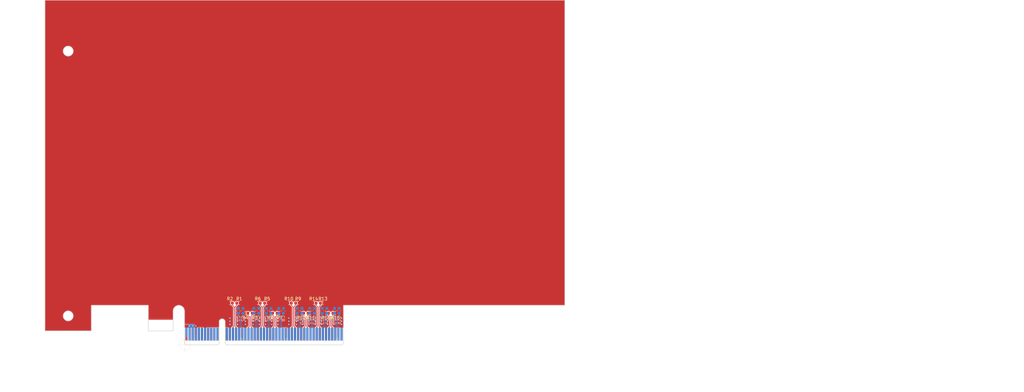
<source format=kicad_pcb>
(kicad_pcb (version 20171130) (host pcbnew 5.1.3-ffb9f22~84~ubuntu16.04.1)

  (general
    (thickness 1.6)
    (drawings 41)
    (tracks 217)
    (zones 0)
    (modules 34)
    (nets 73)
  )

  (page B)
  (title_block
    (title PCIexpress_x16_full)
    (company "Author: Luca Anastasio")
  )

  (layers
    (0 F.Cu power)
    (1 In1.Cu power)
    (2 In2.Cu power)
    (31 B.Cu power)
    (32 B.Adhes user)
    (33 F.Adhes user)
    (34 B.Paste user)
    (35 F.Paste user)
    (36 B.SilkS user)
    (37 F.SilkS user)
    (38 B.Mask user)
    (39 F.Mask user)
    (40 Dwgs.User user)
    (41 Cmts.User user)
    (42 Eco1.User user)
    (43 Eco2.User user)
    (44 Edge.Cuts user)
    (45 Margin user)
    (46 B.CrtYd user)
    (47 F.CrtYd user)
    (48 B.Fab user)
    (49 F.Fab user)
  )

  (setup
    (last_trace_width 0.0889)
    (user_trace_width 0.0889)
    (user_trace_width 0.127)
    (user_trace_width 0.2)
    (trace_clearance 0.0889)
    (zone_clearance 0.508)
    (zone_45_only no)
    (trace_min 0.0889)
    (via_size 0.45)
    (via_drill 0.2)
    (via_min_size 0.45)
    (via_min_drill 0.2)
    (user_via 0.45 0.2)
    (user_via 0.5 0.25)
    (user_via 0.55 0.3)
    (uvia_size 0.3)
    (uvia_drill 0.1)
    (uvias_allowed no)
    (uvia_min_size 0.2)
    (uvia_min_drill 0.1)
    (edge_width 0.05)
    (segment_width 0.2)
    (pcb_text_width 0.3)
    (pcb_text_size 1.5 1.5)
    (mod_edge_width 0.12)
    (mod_text_size 1 1)
    (mod_text_width 0.15)
    (pad_size 1.524 1.524)
    (pad_drill 0.762)
    (pad_to_mask_clearance 0.051)
    (solder_mask_min_width 0.25)
    (aux_axis_origin 109.625 194.125)
    (grid_origin 109.625 194.125)
    (visible_elements FFFDFFFF)
    (pcbplotparams
      (layerselection 0x010fc_ffffffff)
      (usegerberextensions false)
      (usegerberattributes false)
      (usegerberadvancedattributes false)
      (creategerberjobfile false)
      (excludeedgelayer true)
      (linewidth 0.100000)
      (plotframeref false)
      (viasonmask false)
      (mode 1)
      (useauxorigin false)
      (hpglpennumber 1)
      (hpglpenspeed 20)
      (hpglpendiameter 15.000000)
      (psnegative false)
      (psa4output false)
      (plotreference true)
      (plotvalue true)
      (plotinvisibletext false)
      (padsonsilk false)
      (subtractmaskfromsilk false)
      (outputformat 1)
      (mirror false)
      (drillshape 1)
      (scaleselection 1)
      (outputdirectory ""))
  )

  (net 0 "")
  (net 1 GND)
  (net 2 "Net-(J2-PadA33)")
  (net 3 "Net-(J2-PadA32)")
  (net 4 "Net-(J2-PadA19)")
  (net 5 +12V)
  (net 6 +3V3)
  (net 7 +3.3VA)
  (net 8 "Net-(J2-PadB12)")
  (net 9 "Net-(J2-PadB30)")
  (net 10 /PER0_P)
  (net 11 /PER0_N)
  (net 12 /PER1_P)
  (net 13 /PER1_N)
  (net 14 /PER2_P)
  (net 15 /PER2_N)
  (net 16 /PER3_P)
  (net 17 /PER3_N)
  (net 18 /PER4_P)
  (net 19 /PER4_N)
  (net 20 /PER5_P)
  (net 21 /PER5_N)
  (net 22 /PER6_P)
  (net 23 /PER6_N)
  (net 24 /PER7_P)
  (net 25 /PER7_N)
  (net 26 /~PRSNT2x8)
  (net 27 /PET7_N)
  (net 28 /PET7_P)
  (net 29 /PET6_N)
  (net 30 /PET6_P)
  (net 31 /PET5_N)
  (net 32 /PET5_P)
  (net 33 /PET4_N)
  (net 34 /PET4_P)
  (net 35 /~PRSNT2x4)
  (net 36 /PET3_N)
  (net 37 /PET3_P)
  (net 38 /PET2_N)
  (net 39 /PET2_P)
  (net 40 /PET1_N)
  (net 41 /PET1_P)
  (net 42 /SMCLK)
  (net 43 /SMDAT)
  (net 44 /~TRST)
  (net 45 /~WAKE)
  (net 46 /PET0_P)
  (net 47 /PET0_N)
  (net 48 /~PRSNT2x1)
  (net 49 /~PRSNT1)
  (net 50 /TCK)
  (net 51 /TDI)
  (net 52 /TDO)
  (net 53 /TMS)
  (net 54 /~PERST)
  (net 55 /REFCLK-)
  (net 56 /REFCLK+)
  (net 57 /PCIexpress_connector/_PER0_P)
  (net 58 /PCIexpress_connector/_PER0_N)
  (net 59 /PCIexpress_connector/_PER1_P)
  (net 60 /PCIexpress_connector/_PER1_N)
  (net 61 /PCIexpress_connector/_PER2_P)
  (net 62 /PCIexpress_connector/_PER2_N)
  (net 63 /PCIexpress_connector/_PER3_P)
  (net 64 /PCIexpress_connector/_PER3_N)
  (net 65 /PCIexpress_connector/_PER4_P)
  (net 66 /PCIexpress_connector/_PER4_N)
  (net 67 /PCIexpress_connector/_PER5_P)
  (net 68 /PCIexpress_connector/_PER5_N)
  (net 69 /PCIexpress_connector/_PER6_P)
  (net 70 /PCIexpress_connector/_PER6_N)
  (net 71 /PCIexpress_connector/_PER7_P)
  (net 72 /PCIexpress_connector/_PER7_N)

  (net_class Default "This is the default net class."
    (clearance 0.0889)
    (trace_width 0.0889)
    (via_dia 0.45)
    (via_drill 0.2)
    (uvia_dia 0.3)
    (uvia_drill 0.1)
    (diff_pair_width 0.2)
    (diff_pair_gap 0.2)
    (add_net +12V)
    (add_net +3.3VA)
    (add_net +3V3)
    (add_net /SMCLK)
    (add_net /SMDAT)
    (add_net /TCK)
    (add_net /TDI)
    (add_net /TDO)
    (add_net /TMS)
    (add_net /~PERST)
    (add_net /~PRSNT1)
    (add_net /~PRSNT2x1)
    (add_net /~PRSNT2x4)
    (add_net /~PRSNT2x8)
    (add_net /~TRST)
    (add_net /~WAKE)
    (add_net GND)
    (add_net "Net-(J2-PadA19)")
    (add_net "Net-(J2-PadA32)")
    (add_net "Net-(J2-PadA33)")
    (add_net "Net-(J2-PadB12)")
    (add_net "Net-(J2-PadB30)")
  )

  (net_class Diff-100-PCIe ""
    (clearance 0.2)
    (trace_width 0.0889)
    (via_dia 0.45)
    (via_drill 0.2)
    (uvia_dia 0.3)
    (uvia_drill 0.1)
    (diff_pair_width 0.2)
    (diff_pair_gap 0.2)
    (add_net /PCIexpress_connector/_PER0_N)
    (add_net /PCIexpress_connector/_PER0_P)
    (add_net /PCIexpress_connector/_PER1_N)
    (add_net /PCIexpress_connector/_PER1_P)
    (add_net /PCIexpress_connector/_PER2_N)
    (add_net /PCIexpress_connector/_PER2_P)
    (add_net /PCIexpress_connector/_PER3_N)
    (add_net /PCIexpress_connector/_PER3_P)
    (add_net /PCIexpress_connector/_PER4_N)
    (add_net /PCIexpress_connector/_PER4_P)
    (add_net /PCIexpress_connector/_PER5_N)
    (add_net /PCIexpress_connector/_PER5_P)
    (add_net /PCIexpress_connector/_PER6_N)
    (add_net /PCIexpress_connector/_PER6_P)
    (add_net /PCIexpress_connector/_PER7_N)
    (add_net /PCIexpress_connector/_PER7_P)
    (add_net /PER0_N)
    (add_net /PER0_P)
    (add_net /PER1_N)
    (add_net /PER1_P)
    (add_net /PER2_N)
    (add_net /PER2_P)
    (add_net /PER3_N)
    (add_net /PER3_P)
    (add_net /PER4_N)
    (add_net /PER4_P)
    (add_net /PER5_N)
    (add_net /PER5_P)
    (add_net /PER6_N)
    (add_net /PER6_P)
    (add_net /PER7_N)
    (add_net /PER7_P)
    (add_net /PET0_N)
    (add_net /PET0_P)
    (add_net /PET1_N)
    (add_net /PET1_P)
    (add_net /PET2_N)
    (add_net /PET2_P)
    (add_net /PET3_N)
    (add_net /PET3_P)
    (add_net /PET4_N)
    (add_net /PET4_P)
    (add_net /PET5_N)
    (add_net /PET5_P)
    (add_net /PET6_N)
    (add_net /PET6_P)
    (add_net /PET7_N)
    (add_net /PET7_P)
    (add_net /REFCLK+)
    (add_net /REFCLK-)
  )

  (net_class JLC2313-100d-3.5 ""
    (clearance 0.1)
    (trace_width 0.0889)
    (via_dia 0.45)
    (via_drill 0.2)
    (uvia_dia 0.3)
    (uvia_drill 0.1)
    (diff_pair_width 0.0889)
    (diff_pair_gap 0.1016)
  )

  (net_class JLC2313-100d-4 ""
    (clearance 0.1)
    (trace_width 0.0889)
    (via_dia 0.45)
    (via_drill 0.2)
    (uvia_dia 0.3)
    (uvia_drill 0.1)
    (diff_pair_width 0.1016)
    (diff_pair_gap 0.127)
  )

  (net_class JLC7628-100d-8 ""
    (clearance 0.2)
    (trace_width 0.0889)
    (via_dia 0.45)
    (via_drill 0.2)
    (uvia_dia 0.3)
    (uvia_drill 0.1)
    (diff_pair_width 0.2032)
    (diff_pair_gap 0.2032)
  )

  (module PCIexpress:PCIexpress_x8 (layer F.Cu) (tedit 5D338A24) (tstamp 5D4F06B1)
    (at 109.625 194.125)
    (descr "PCIexpress x8 footprint")
    (tags PCIexpress)
    (path /5D508B15/5D548AC1)
    (attr virtual)
    (fp_text reference J2 (at 0 -19.75) (layer F.SilkS) hide
      (effects (font (size 1 1) (thickness 0.15)))
    )
    (fp_text value PCIexpress_x8 (at 0 -23) (layer F.Fab)
      (effects (font (size 1 1) (thickness 0.15)))
    )
    (fp_text user "Keep out components and traces both sides" (at 264.25 -65.25 90) (layer Cmts.User)
      (effects (font (size 1 1) (thickness 0.15)))
    )
    (fp_text user %R (at 0 -17.5) (layer F.Fab)
      (effects (font (size 1 1) (thickness 0.15)))
    )
    (fp_line (start 0.35 0) (end 10.55 0) (layer Dwgs.User) (width 0.12))
    (fp_line (start 11.05 -7.45) (end 11.05 -0.5) (layer Dwgs.User) (width 0.12))
    (fp_line (start 12.95 -7.45) (end 12.95 -0.5) (layer Dwgs.User) (width 0.12))
    (fp_arc (start 12 -7.45) (end 11.05 -7.45) (angle 180) (layer Dwgs.User) (width 0.12))
    (fp_line (start 11.05 -0.5) (end 10.55 0) (layer Dwgs.User) (width 0.12))
    (fp_line (start 12.95 -0.5) (end 13.45 0) (layer Dwgs.User) (width 0.12))
    (fp_line (start 13.45 0) (end 50.65 0) (layer Dwgs.User) (width 0.12))
    (fp_line (start -0.15 -0.5) (end -0.15 -10.925) (layer Dwgs.User) (width 0.12))
    (fp_line (start 51.15 -0.5) (end 51.15 -12.75) (layer Dwgs.User) (width 0.12))
    (fp_line (start -0.15 -0.5) (end 0.35 0) (layer Dwgs.User) (width 0.12))
    (fp_line (start 51.15 -0.5) (end 50.65 0) (layer Dwgs.User) (width 0.12))
    (fp_poly (pts (xy -0.25 -5.5) (xy 51.25 -5.5) (xy 51.25 0) (xy -0.25 0)) (layer F.Mask) (width 0.2))
    (fp_poly (pts (xy -0.25 -5.5) (xy 51.25 -5.5) (xy 51.25 0) (xy -0.25 0)) (layer B.Mask) (width 0.2))
    (fp_arc (start -1.975 -10.925) (end -0.15 -10.925) (angle -180) (layer Dwgs.User) (width 0.12))
    (fp_line (start -11.8 -4.5) (end -3.8 -4.5) (layer Dwgs.User) (width 0.12))
    (fp_line (start -3.8 -4.5) (end -3.8 -10.925) (layer Dwgs.User) (width 0.12))
    (fp_line (start -11.8 -4.5) (end -11.8 -12.75) (layer Dwgs.User) (width 0.12))
    (fp_line (start -30.15 -12.75) (end -11.8 -12.75) (layer Dwgs.User) (width 0.12))
    (fp_line (start -30.15 -4.5) (end -30.15 -12.75) (layer Dwgs.User) (width 0.12))
    (fp_line (start -30.15 -4.5) (end -45.15 -4.5) (layer Dwgs.User) (width 0.12))
    (fp_line (start 51.15 -12.75) (end 122.5027 -12.75) (layer Dwgs.User) (width 0.12))
    (fp_line (start -45.15 -111.15) (end 122.5 -111.15) (layer Dwgs.User) (width 0.12))
    (fp_line (start 122.5 -111.15) (end 122.5 -12.75) (layer Dwgs.User) (width 0.12))
    (fp_line (start -45.15 -111.15) (end -45.15 -4.5) (layer Dwgs.User) (width 0.12))
    (fp_line (start -45.15 -68.9) (end 122.5 -68.9) (layer Dwgs.User) (width 0.12))
    (fp_text user "Low profile max height" (at 39.25 -71) (layer Cmts.User)
      (effects (font (size 2 2) (thickness 0.25)))
    )
    (fp_text user "Full height max" (at 36.75 -108.25) (layer Cmts.User)
      (effects (font (size 2 2) (thickness 0.25)))
    )
    (fp_text user "Half length max" (at 124.5 -72.25 90) (layer Cmts.User)
      (effects (font (size 2 2) (thickness 0.25)))
    )
    (fp_circle (center -37.65 -9.35) (end -36.05 -9.35) (layer Dwgs.User) (width 0.12))
    (fp_line (start -11.8 -8) (end -3.8 -8) (layer Dwgs.User) (width 0.12))
    (fp_text user "Keep Out Cu" (at -7.75 -3.5) (layer Cmts.User)
      (effects (font (size 1 1) (thickness 0.15)))
    )
    (fp_poly (pts (xy -11.8 -4.5) (xy -11.8 -8) (xy -3.8 -8) (xy -3.8 -4.5)) (layer F.Mask) (width 0))
    (fp_poly (pts (xy -11.8 -4.5) (xy -11.8 -8) (xy -3.8 -8) (xy -3.8 -4.5)) (layer B.Mask) (width 0))
    (fp_circle (center -37.65 -63.25) (end -36.05 -63.25) (layer Dwgs.User) (width 0.12))
    (fp_circle (center -37.65 -94.75) (end -36.05 -94.75) (layer Dwgs.User) (width 0.12))
    (fp_line (start 122.5027 -12.75) (end 266.8527 -12.75) (layer Dwgs.User) (width 0.12))
    (fp_line (start 122.5 -111.15) (end 266.85 -111.15) (layer Dwgs.User) (width 0.12))
    (fp_line (start 266.85 -111.15) (end 266.8527 -12.75) (layer Dwgs.User) (width 0.12))
    (fp_text user "Full length max" (at 269 -74 90) (layer Cmts.User)
      (effects (font (size 2 2) (thickness 0.25)))
    )
    (fp_line (start -0.15 -10.925) (end -0.15 -13.75) (layer Dwgs.User) (width 0.12))
    (fp_line (start -0.15 -13.75) (end -45.15 -13.75) (layer Dwgs.User) (width 0.12))
    (fp_line (start 51.15 -12.75) (end 51.15 -13.75) (layer Dwgs.User) (width 0.12))
    (fp_text user "Keep out components and traces both sides" (at -21.75 -12) (layer Cmts.User)
      (effects (font (size 1 1) (thickness 0.15)))
    )
    (fp_line (start -45.15 -58.5) (end -32.45 -58.5) (layer Dwgs.User) (width 0.12))
    (fp_line (start -32.45 -58.5) (end -32.45 -67.9) (layer Dwgs.User) (width 0.12))
    (fp_line (start -32.45 -110.15) (end 92 -110.15) (layer Dwgs.User) (width 0.12))
    (fp_line (start 51.15 -13.75) (end 121.5 -13.75) (layer Dwgs.User) (width 0.12))
    (fp_line (start 92 -110.15) (end 92 -108.15) (layer Dwgs.User) (width 0.12))
    (fp_line (start 92 -108.15) (end 117.42 -108.15) (layer Dwgs.User) (width 0.12))
    (fp_line (start 121.5 -67.9) (end 121.5 -13.75) (layer Dwgs.User) (width 0.12))
    (fp_line (start -44.15 -58.5) (end -44.15 -13.75) (layer Dwgs.User) (width 0.12))
    (fp_text user "Keep out components and traces solder side" (at -44.75 -36 90) (layer Cmts.User)
      (effects (font (size 1 1) (thickness 0.15)))
    )
    (fp_text user "Keep out components and traces both sides" (at 121.893243 -40.134926 90) (layer Cmts.User)
      (effects (font (size 1 1) (thickness 0.15)))
    )
    (fp_line (start -32.45 -67.9) (end 121.5 -67.9) (layer Dwgs.User) (width 0.12))
    (fp_line (start -45.15 -89.7) (end -32.45 -89.7) (layer Dwgs.User) (width 0.12))
    (fp_line (start -32.45 -110.15) (end -32.45 -89.7) (layer Dwgs.User) (width 0.12))
    (fp_line (start 117.42 -108.15) (end 117.42 -13.75) (layer Dwgs.User) (width 0.12))
    (fp_text user "Keep out components and traces both sides" (at 120 -87.75 90) (layer Cmts.User)
      (effects (font (size 1 1) (thickness 0.15)))
    )
    (fp_line (start -40.07 -13.75) (end -40.07 -89.7) (layer Dwgs.User) (width 0.12))
    (fp_text user "Keep out components and traces solder side" (at -42.25 -77.5 180) (layer Cmts.User)
      (effects (font (size 1 1) (thickness 0.15)))
    )
    (fp_text user "Max component height: solder side 2,67mm component side 14,49mm" (at 40 -44.25) (layer Cmts.User)
      (effects (font (size 2 2) (thickness 0.25)))
    )
    (fp_line (start 96.9 -14.1) (end 96.9 -13.75) (layer Dwgs.User) (width 0.12))
    (fp_line (start 96.9 -14.1) (end 105.05 -14.1) (layer Dwgs.User) (width 0.12))
    (fp_line (start 105.05 -14.1) (end 105.05 -16.1) (layer Dwgs.User) (width 0.12))
    (fp_line (start 105.05 -16.1) (end 110.3 -16.1) (layer Dwgs.User) (width 0.12))
    (fp_line (start 110.3 -16.1) (end 110.3 -13.75) (layer Dwgs.User) (width 0.12))
    (fp_text user "Keep out components and traces component side" (at 107.75 -9 180) (layer Cmts.User)
      (effects (font (size 1 1) (thickness 0.15)))
    )
    (fp_line (start 107.5 -10) (end 107.5 -15) (layer Cmts.User) (width 0.12))
    (fp_line (start 107.5 -15) (end 107 -14.5) (layer Cmts.User) (width 0.12))
    (fp_line (start 107.5 -15) (end 108 -14.5) (layer Cmts.User) (width 0.12))
    (fp_line (start 122.5 -108.15) (end 256.65 -108.15) (layer Dwgs.User) (width 0.12))
    (fp_line (start 256.65 -108.15) (end 256.65 -99.7) (layer Dwgs.User) (width 0.12))
    (fp_line (start 122.5 -13.75) (end 256.65 -13.75) (layer Dwgs.User) (width 0.12))
    (fp_line (start 256.65 -13.75) (end 256.65 -22.9) (layer Dwgs.User) (width 0.12))
    (fp_line (start 256.65 -22.9) (end 261.77 -22.9) (layer Dwgs.User) (width 0.12))
    (fp_line (start 256.65 -99.7) (end 261.77 -99.7) (layer Dwgs.User) (width 0.12))
    (fp_line (start 261.77 -99.7) (end 261.77 -22.9) (layer Dwgs.User) (width 0.12))
    (fp_circle (center 261.77 -16.6) (end 263.37 -16.6) (layer Dwgs.User) (width 0.12))
    (fp_circle (center 261.77 -106.13) (end 263.37 -106.13) (layer Dwgs.User) (width 0.12))
    (pad B49 connect rect (at 50.5 -3.5) (size 0.7 4.2) (layers F.Cu)
      (net 1 GND))
    (pad B48 connect rect (at 49.5 -4) (size 0.7 3.2) (layers F.Cu)
      (net 26 /~PRSNT2x8))
    (pad B47 connect rect (at 48.5 -3.5) (size 0.7 4.2) (layers F.Cu)
      (net 1 GND))
    (pad B46 connect rect (at 47.5 -3.5) (size 0.7 4.2) (layers F.Cu)
      (net 27 /PET7_N))
    (pad B45 connect rect (at 46.5 -3.5) (size 0.7 4.2) (layers F.Cu)
      (net 28 /PET7_P))
    (pad B44 connect rect (at 45.5 -3.5) (size 0.7 4.2) (layers F.Cu)
      (net 1 GND))
    (pad B43 connect rect (at 44.5 -3.5) (size 0.7 4.2) (layers F.Cu)
      (net 1 GND))
    (pad B42 connect rect (at 43.5 -3.5) (size 0.7 4.2) (layers F.Cu)
      (net 29 /PET6_N))
    (pad B41 connect rect (at 42.5 -3.5) (size 0.7 4.2) (layers F.Cu)
      (net 30 /PET6_P))
    (pad B40 connect rect (at 41.5 -3.5) (size 0.7 4.2) (layers F.Cu)
      (net 1 GND))
    (pad B39 connect rect (at 40.5 -3.5) (size 0.7 4.2) (layers F.Cu)
      (net 1 GND))
    (pad B38 connect rect (at 39.5 -3.5) (size 0.7 4.2) (layers F.Cu)
      (net 31 /PET5_N))
    (pad B37 connect rect (at 38.5 -3.5) (size 0.7 4.2) (layers F.Cu)
      (net 32 /PET5_P))
    (pad B36 connect rect (at 37.5 -3.5) (size 0.7 4.2) (layers F.Cu)
      (net 1 GND))
    (pad B35 connect rect (at 36.5 -3.5) (size 0.7 4.2) (layers F.Cu)
      (net 1 GND))
    (pad B34 connect rect (at 35.5 -3.5) (size 0.7 4.2) (layers F.Cu)
      (net 33 /PET4_N))
    (pad B33 connect rect (at 34.5 -3.5) (size 0.7 4.2) (layers F.Cu)
      (net 34 /PET4_P))
    (pad A49 connect rect (at 50.5 -3.5) (size 0.7 4.2) (layers B.Cu)
      (net 1 GND))
    (pad A48 connect rect (at 49.5 -3.5) (size 0.7 4.2) (layers B.Cu)
      (net 72 /PCIexpress_connector/_PER7_N))
    (pad A47 connect rect (at 48.5 -3.5) (size 0.7 4.2) (layers B.Cu)
      (net 71 /PCIexpress_connector/_PER7_P))
    (pad A46 connect rect (at 47.5 -3.5) (size 0.7 4.2) (layers B.Cu)
      (net 1 GND))
    (pad A45 connect rect (at 46.5 -3.5) (size 0.7 4.2) (layers B.Cu)
      (net 1 GND))
    (pad A44 connect rect (at 45.5 -3.5) (size 0.7 4.2) (layers B.Cu)
      (net 70 /PCIexpress_connector/_PER6_N))
    (pad A43 connect rect (at 44.5 -3.5) (size 0.7 4.2) (layers B.Cu)
      (net 69 /PCIexpress_connector/_PER6_P))
    (pad A42 connect rect (at 43.5 -3.5) (size 0.7 4.2) (layers B.Cu)
      (net 1 GND))
    (pad A41 connect rect (at 42.5 -3.5) (size 0.7 4.2) (layers B.Cu)
      (net 1 GND))
    (pad A40 connect rect (at 41.5 -3.5) (size 0.7 4.2) (layers B.Cu)
      (net 68 /PCIexpress_connector/_PER5_N))
    (pad A39 connect rect (at 40.5 -3.5) (size 0.7 4.2) (layers B.Cu)
      (net 67 /PCIexpress_connector/_PER5_P))
    (pad A38 connect rect (at 39.5 -3.5) (size 0.7 4.2) (layers B.Cu)
      (net 1 GND))
    (pad A37 connect rect (at 38.5 -3.5) (size 0.7 4.2) (layers B.Cu)
      (net 1 GND))
    (pad A36 connect rect (at 37.5 -3.5) (size 0.7 4.2) (layers B.Cu)
      (net 66 /PCIexpress_connector/_PER4_N))
    (pad A35 connect rect (at 36.5 -3.5) (size 0.7 4.2) (layers B.Cu)
      (net 65 /PCIexpress_connector/_PER4_P))
    (pad A34 connect rect (at 35.5 -3.5) (size 0.7 4.2) (layers B.Cu)
      (net 1 GND))
    (pad A33 connect rect (at 34.5 -3.5) (size 0.7 4.2) (layers B.Cu)
      (net 2 "Net-(J2-PadA33)"))
    (pad A32 connect rect (at 33.5 -3.5) (size 0.7 4.2) (layers B.Cu)
      (net 3 "Net-(J2-PadA32)"))
    (pad A31 connect rect (at 32.5 -3.5) (size 0.7 4.2) (layers B.Cu)
      (net 1 GND))
    (pad A30 connect rect (at 31.5 -3.5) (size 0.7 4.2) (layers B.Cu)
      (net 64 /PCIexpress_connector/_PER3_N))
    (pad A29 connect rect (at 30.5 -3.5) (size 0.7 4.2) (layers B.Cu)
      (net 63 /PCIexpress_connector/_PER3_P))
    (pad A28 connect rect (at 29.5 -3.5) (size 0.7 4.2) (layers B.Cu)
      (net 1 GND))
    (pad A27 connect rect (at 28.5 -3.5) (size 0.7 4.2) (layers B.Cu)
      (net 1 GND))
    (pad A26 connect rect (at 27.5 -3.5) (size 0.7 4.2) (layers B.Cu)
      (net 62 /PCIexpress_connector/_PER2_N))
    (pad A25 connect rect (at 26.5 -3.5) (size 0.7 4.2) (layers B.Cu)
      (net 61 /PCIexpress_connector/_PER2_P))
    (pad A24 connect rect (at 25.5 -3.5) (size 0.7 4.2) (layers B.Cu)
      (net 1 GND))
    (pad A23 connect rect (at 24.5 -3.5) (size 0.7 4.2) (layers B.Cu)
      (net 1 GND))
    (pad A22 connect rect (at 23.5 -3.5) (size 0.7 4.2) (layers B.Cu)
      (net 60 /PCIexpress_connector/_PER1_N))
    (pad A21 connect rect (at 22.5 -3.5) (size 0.7 4.2) (layers B.Cu)
      (net 59 /PCIexpress_connector/_PER1_P))
    (pad A20 connect rect (at 21.5 -3.5) (size 0.7 4.2) (layers B.Cu)
      (net 1 GND))
    (pad B32 connect rect (at 33.5 -3.5) (size 0.7 4.2) (layers F.Cu)
      (net 1 GND))
    (pad B31 connect rect (at 32.5 -4) (size 0.7 3.2) (layers F.Cu)
      (net 35 /~PRSNT2x4))
    (pad B30 connect rect (at 31.5 -3.5) (size 0.7 4.2) (layers F.Cu)
      (net 9 "Net-(J2-PadB30)"))
    (pad B29 connect rect (at 30.5 -3.5) (size 0.7 4.2) (layers F.Cu)
      (net 1 GND))
    (pad B28 connect rect (at 29.5 -3.5) (size 0.7 4.2) (layers F.Cu)
      (net 36 /PET3_N))
    (pad B27 connect rect (at 28.5 -3.5) (size 0.7 4.2) (layers F.Cu)
      (net 37 /PET3_P))
    (pad B26 connect rect (at 27.5 -3.5) (size 0.7 4.2) (layers F.Cu)
      (net 1 GND))
    (pad B25 connect rect (at 26.5 -3.5) (size 0.7 4.2) (layers F.Cu)
      (net 1 GND))
    (pad B24 connect rect (at 25.5 -3.5) (size 0.7 4.2) (layers F.Cu)
      (net 38 /PET2_N))
    (pad B23 connect rect (at 24.5 -3.5) (size 0.7 4.2) (layers F.Cu)
      (net 39 /PET2_P))
    (pad B22 connect rect (at 23.5 -3.5) (size 0.7 4.2) (layers F.Cu)
      (net 1 GND))
    (pad B21 connect rect (at 22.5 -3.5) (size 0.7 4.2) (layers F.Cu)
      (net 1 GND))
    (pad B20 connect rect (at 21.5 -3.5) (size 0.7 4.2) (layers F.Cu)
      (net 40 /PET1_N))
    (pad A19 connect rect (at 20.5 -3.5) (size 0.7 4.2) (layers B.Cu)
      (net 4 "Net-(J2-PadA19)"))
    (pad B19 connect rect (at 20.5 -3.5) (size 0.7 4.2) (layers F.Cu)
      (net 41 /PET1_P))
    (pad B1 connect rect (at 0.5 -3.5) (size 0.7 4.2) (layers F.Cu)
      (net 5 +12V))
    (pad B2 connect rect (at 1.5 -3.5) (size 0.7 4.2) (layers F.Cu)
      (net 5 +12V))
    (pad B3 connect rect (at 2.5 -3.5) (size 0.7 4.2) (layers F.Cu)
      (net 5 +12V))
    (pad B4 connect rect (at 3.5 -3.5) (size 0.7 4.2) (layers F.Cu)
      (net 1 GND))
    (pad B5 connect rect (at 4.5 -3.5) (size 0.7 4.2) (layers F.Cu)
      (net 42 /SMCLK))
    (pad B6 connect rect (at 5.5 -3.5) (size 0.7 4.2) (layers F.Cu)
      (net 43 /SMDAT))
    (pad B7 connect rect (at 6.5 -3.5) (size 0.7 4.2) (layers F.Cu)
      (net 1 GND))
    (pad B8 connect rect (at 7.5 -3.5) (size 0.7 4.2) (layers F.Cu)
      (net 6 +3V3))
    (pad B9 connect rect (at 8.5 -3.5) (size 0.7 4.2) (layers F.Cu)
      (net 44 /~TRST))
    (pad B10 connect rect (at 9.5 -3.5) (size 0.7 4.2) (layers F.Cu)
      (net 7 +3.3VA))
    (pad B11 connect rect (at 10.5 -3.5) (size 0.7 4.2) (layers F.Cu)
      (net 45 /~WAKE))
    (pad B14 connect rect (at 15.5 -3.5) (size 0.7 4.2) (layers F.Cu)
      (net 46 /PET0_P))
    (pad B15 connect rect (at 16.5 -3.5) (size 0.7 4.2) (layers F.Cu)
      (net 47 /PET0_N))
    (pad B16 connect rect (at 17.5 -3.5) (size 0.7 4.2) (layers F.Cu)
      (net 1 GND))
    (pad B17 connect rect (at 18.5 -4) (size 0.7 3.2) (layers F.Cu)
      (net 48 /~PRSNT2x1))
    (pad B18 connect rect (at 19.5 -3.5) (size 0.7 4.2) (layers F.Cu)
      (net 1 GND))
    (pad B12 connect rect (at 13.5 -3.5) (size 0.7 4.2) (layers F.Cu)
      (net 8 "Net-(J2-PadB12)"))
    (pad B13 connect rect (at 14.5 -3.5) (size 0.7 4.2) (layers F.Cu)
      (net 1 GND))
    (pad A1 connect rect (at 0.5 -4) (size 0.7 3.2) (layers B.Cu)
      (net 49 /~PRSNT1))
    (pad A2 connect rect (at 1.5 -3.5) (size 0.7 4.2) (layers B.Cu)
      (net 5 +12V))
    (pad A3 connect rect (at 2.5 -3.5) (size 0.7 4.2) (layers B.Cu)
      (net 5 +12V))
    (pad A4 connect rect (at 3.5 -3.5) (size 0.7 4.2) (layers B.Cu)
      (net 1 GND))
    (pad A5 connect rect (at 4.5 -3.5) (size 0.7 4.2) (layers B.Cu)
      (net 50 /TCK))
    (pad A6 connect rect (at 5.5 -3.5) (size 0.7 4.2) (layers B.Cu)
      (net 51 /TDI))
    (pad A7 connect rect (at 6.5 -3.5) (size 0.7 4.2) (layers B.Cu)
      (net 52 /TDO))
    (pad A8 connect rect (at 7.5 -3.5) (size 0.7 4.2) (layers B.Cu)
      (net 53 /TMS))
    (pad A9 connect rect (at 8.5 -3.5) (size 0.7 4.2) (layers B.Cu)
      (net 6 +3V3))
    (pad A10 connect rect (at 9.5 -3.5) (size 0.7 4.2) (layers B.Cu)
      (net 6 +3V3))
    (pad A11 connect rect (at 10.5 -3.5) (size 0.7 4.2) (layers B.Cu)
      (net 54 /~PERST))
    (pad A14 connect rect (at 15.5 -3.5) (size 0.7 4.2) (layers B.Cu)
      (net 55 /REFCLK-))
    (pad A15 connect rect (at 16.5 -3.5) (size 0.7 4.2) (layers B.Cu)
      (net 1 GND))
    (pad A16 connect rect (at 17.5 -3.5) (size 0.7 4.2) (layers B.Cu)
      (net 57 /PCIexpress_connector/_PER0_P))
    (pad A17 connect rect (at 18.5 -3.5) (size 0.7 4.2) (layers B.Cu)
      (net 58 /PCIexpress_connector/_PER0_N))
    (pad A18 connect rect (at 19.5 -3.5) (size 0.7 4.2) (layers B.Cu)
      (net 1 GND))
    (pad A12 connect rect (at 13.5 -3.5) (size 0.7 4.2) (layers B.Cu)
      (net 1 GND))
    (pad A13 connect rect (at 14.5 -3.5) (size 0.7 4.2) (layers B.Cu)
      (net 56 /REFCLK+))
  )

  (module Resistor_SMD:R_0603_1608Metric (layer F.Cu) (tedit 5B301BBD) (tstamp 5D3B9FF6)
    (at 155.125 183.875 180)
    (descr "Resistor SMD 0603 (1608 Metric), square (rectangular) end terminal, IPC_7351 nominal, (Body size source: http://www.tortai-tech.com/upload/download/2011102023233369053.pdf), generated with kicad-footprint-generator")
    (tags resistor)
    (path /5D508B15/5D88A9FD/5D52E298)
    (attr smd)
    (fp_text reference R16 (at 0 -1.5) (layer F.SilkS)
      (effects (font (size 1 1) (thickness 0.15)))
    )
    (fp_text value 49.9 (at 0 1.43) (layer F.Fab)
      (effects (font (size 1 1) (thickness 0.15)))
    )
    (fp_text user %R (at 0 0) (layer F.Fab)
      (effects (font (size 0.4 0.4) (thickness 0.06)))
    )
    (fp_line (start 1.48 0.73) (end -1.48 0.73) (layer F.CrtYd) (width 0.05))
    (fp_line (start 1.48 -0.73) (end 1.48 0.73) (layer F.CrtYd) (width 0.05))
    (fp_line (start -1.48 -0.73) (end 1.48 -0.73) (layer F.CrtYd) (width 0.05))
    (fp_line (start -1.48 0.73) (end -1.48 -0.73) (layer F.CrtYd) (width 0.05))
    (fp_line (start -0.162779 0.51) (end 0.162779 0.51) (layer F.SilkS) (width 0.12))
    (fp_line (start -0.162779 -0.51) (end 0.162779 -0.51) (layer F.SilkS) (width 0.12))
    (fp_line (start 0.8 0.4) (end -0.8 0.4) (layer F.Fab) (width 0.1))
    (fp_line (start 0.8 -0.4) (end 0.8 0.4) (layer F.Fab) (width 0.1))
    (fp_line (start -0.8 -0.4) (end 0.8 -0.4) (layer F.Fab) (width 0.1))
    (fp_line (start -0.8 0.4) (end -0.8 -0.4) (layer F.Fab) (width 0.1))
    (pad 2 smd roundrect (at 0.7875 0 180) (size 0.875 0.95) (layers F.Cu F.Paste F.Mask) (roundrect_rratio 0.25)
      (net 1 GND))
    (pad 1 smd roundrect (at -0.7875 0 180) (size 0.875 0.95) (layers F.Cu F.Paste F.Mask) (roundrect_rratio 0.25)
      (net 28 /PET7_P))
    (model ${KISYS3DMOD}/Resistor_SMD.3dshapes/R_0603_1608Metric.wrl
      (at (xyz 0 0 0))
      (scale (xyz 1 1 1))
      (rotate (xyz 0 0 0))
    )
  )

  (module Resistor_SMD:R_0603_1608Metric (layer F.Cu) (tedit 5B301BBD) (tstamp 5D3B9FE5)
    (at 158.125 183.875)
    (descr "Resistor SMD 0603 (1608 Metric), square (rectangular) end terminal, IPC_7351 nominal, (Body size source: http://www.tortai-tech.com/upload/download/2011102023233369053.pdf), generated with kicad-footprint-generator")
    (tags resistor)
    (path /5D508B15/5D88A9FD/5D52DCBC)
    (attr smd)
    (fp_text reference R15 (at 0 1.5) (layer F.SilkS)
      (effects (font (size 1 1) (thickness 0.15)))
    )
    (fp_text value 49.9 (at 0 1.43) (layer F.Fab)
      (effects (font (size 1 1) (thickness 0.15)))
    )
    (fp_text user %R (at 0 0) (layer F.Fab)
      (effects (font (size 0.4 0.4) (thickness 0.06)))
    )
    (fp_line (start 1.48 0.73) (end -1.48 0.73) (layer F.CrtYd) (width 0.05))
    (fp_line (start 1.48 -0.73) (end 1.48 0.73) (layer F.CrtYd) (width 0.05))
    (fp_line (start -1.48 -0.73) (end 1.48 -0.73) (layer F.CrtYd) (width 0.05))
    (fp_line (start -1.48 0.73) (end -1.48 -0.73) (layer F.CrtYd) (width 0.05))
    (fp_line (start -0.162779 0.51) (end 0.162779 0.51) (layer F.SilkS) (width 0.12))
    (fp_line (start -0.162779 -0.51) (end 0.162779 -0.51) (layer F.SilkS) (width 0.12))
    (fp_line (start 0.8 0.4) (end -0.8 0.4) (layer F.Fab) (width 0.1))
    (fp_line (start 0.8 -0.4) (end 0.8 0.4) (layer F.Fab) (width 0.1))
    (fp_line (start -0.8 -0.4) (end 0.8 -0.4) (layer F.Fab) (width 0.1))
    (fp_line (start -0.8 0.4) (end -0.8 -0.4) (layer F.Fab) (width 0.1))
    (pad 2 smd roundrect (at 0.7875 0) (size 0.875 0.95) (layers F.Cu F.Paste F.Mask) (roundrect_rratio 0.25)
      (net 1 GND))
    (pad 1 smd roundrect (at -0.7875 0) (size 0.875 0.95) (layers F.Cu F.Paste F.Mask) (roundrect_rratio 0.25)
      (net 27 /PET7_N))
    (model ${KISYS3DMOD}/Resistor_SMD.3dshapes/R_0603_1608Metric.wrl
      (at (xyz 0 0 0))
      (scale (xyz 1 1 1))
      (rotate (xyz 0 0 0))
    )
  )

  (module Resistor_SMD:R_0603_1608Metric (layer F.Cu) (tedit 5B301BBD) (tstamp 5D3B9FD4)
    (at 151.125 180.625 180)
    (descr "Resistor SMD 0603 (1608 Metric), square (rectangular) end terminal, IPC_7351 nominal, (Body size source: http://www.tortai-tech.com/upload/download/2011102023233369053.pdf), generated with kicad-footprint-generator")
    (tags resistor)
    (path /5D508B15/5D87B446/5D52E298)
    (attr smd)
    (fp_text reference R14 (at 0 1.375) (layer F.SilkS)
      (effects (font (size 1 1) (thickness 0.15)))
    )
    (fp_text value 49.9 (at 0 1.43) (layer F.Fab)
      (effects (font (size 1 1) (thickness 0.15)))
    )
    (fp_text user %R (at 0 0) (layer F.Fab)
      (effects (font (size 0.4 0.4) (thickness 0.06)))
    )
    (fp_line (start 1.48 0.73) (end -1.48 0.73) (layer F.CrtYd) (width 0.05))
    (fp_line (start 1.48 -0.73) (end 1.48 0.73) (layer F.CrtYd) (width 0.05))
    (fp_line (start -1.48 -0.73) (end 1.48 -0.73) (layer F.CrtYd) (width 0.05))
    (fp_line (start -1.48 0.73) (end -1.48 -0.73) (layer F.CrtYd) (width 0.05))
    (fp_line (start -0.162779 0.51) (end 0.162779 0.51) (layer F.SilkS) (width 0.12))
    (fp_line (start -0.162779 -0.51) (end 0.162779 -0.51) (layer F.SilkS) (width 0.12))
    (fp_line (start 0.8 0.4) (end -0.8 0.4) (layer F.Fab) (width 0.1))
    (fp_line (start 0.8 -0.4) (end 0.8 0.4) (layer F.Fab) (width 0.1))
    (fp_line (start -0.8 -0.4) (end 0.8 -0.4) (layer F.Fab) (width 0.1))
    (fp_line (start -0.8 0.4) (end -0.8 -0.4) (layer F.Fab) (width 0.1))
    (pad 2 smd roundrect (at 0.7875 0 180) (size 0.875 0.95) (layers F.Cu F.Paste F.Mask) (roundrect_rratio 0.25)
      (net 1 GND))
    (pad 1 smd roundrect (at -0.7875 0 180) (size 0.875 0.95) (layers F.Cu F.Paste F.Mask) (roundrect_rratio 0.25)
      (net 30 /PET6_P))
    (model ${KISYS3DMOD}/Resistor_SMD.3dshapes/R_0603_1608Metric.wrl
      (at (xyz 0 0 0))
      (scale (xyz 1 1 1))
      (rotate (xyz 0 0 0))
    )
  )

  (module Resistor_SMD:R_0603_1608Metric (layer F.Cu) (tedit 5B301BBD) (tstamp 5D3B9FC3)
    (at 154.125 180.625)
    (descr "Resistor SMD 0603 (1608 Metric), square (rectangular) end terminal, IPC_7351 nominal, (Body size source: http://www.tortai-tech.com/upload/download/2011102023233369053.pdf), generated with kicad-footprint-generator")
    (tags resistor)
    (path /5D508B15/5D87B446/5D52DCBC)
    (attr smd)
    (fp_text reference R13 (at 0 -1.375) (layer F.SilkS)
      (effects (font (size 1 1) (thickness 0.15)))
    )
    (fp_text value 49.9 (at 0 1.43) (layer F.Fab)
      (effects (font (size 1 1) (thickness 0.15)))
    )
    (fp_text user %R (at 0 0) (layer F.Fab)
      (effects (font (size 0.4 0.4) (thickness 0.06)))
    )
    (fp_line (start 1.48 0.73) (end -1.48 0.73) (layer F.CrtYd) (width 0.05))
    (fp_line (start 1.48 -0.73) (end 1.48 0.73) (layer F.CrtYd) (width 0.05))
    (fp_line (start -1.48 -0.73) (end 1.48 -0.73) (layer F.CrtYd) (width 0.05))
    (fp_line (start -1.48 0.73) (end -1.48 -0.73) (layer F.CrtYd) (width 0.05))
    (fp_line (start -0.162779 0.51) (end 0.162779 0.51) (layer F.SilkS) (width 0.12))
    (fp_line (start -0.162779 -0.51) (end 0.162779 -0.51) (layer F.SilkS) (width 0.12))
    (fp_line (start 0.8 0.4) (end -0.8 0.4) (layer F.Fab) (width 0.1))
    (fp_line (start 0.8 -0.4) (end 0.8 0.4) (layer F.Fab) (width 0.1))
    (fp_line (start -0.8 -0.4) (end 0.8 -0.4) (layer F.Fab) (width 0.1))
    (fp_line (start -0.8 0.4) (end -0.8 -0.4) (layer F.Fab) (width 0.1))
    (pad 2 smd roundrect (at 0.7875 0) (size 0.875 0.95) (layers F.Cu F.Paste F.Mask) (roundrect_rratio 0.25)
      (net 1 GND))
    (pad 1 smd roundrect (at -0.7875 0) (size 0.875 0.95) (layers F.Cu F.Paste F.Mask) (roundrect_rratio 0.25)
      (net 29 /PET6_N))
    (model ${KISYS3DMOD}/Resistor_SMD.3dshapes/R_0603_1608Metric.wrl
      (at (xyz 0 0 0))
      (scale (xyz 1 1 1))
      (rotate (xyz 0 0 0))
    )
  )

  (module Resistor_SMD:R_0603_1608Metric (layer F.Cu) (tedit 5B301BBD) (tstamp 5D3B9FB2)
    (at 147.125 183.875 180)
    (descr "Resistor SMD 0603 (1608 Metric), square (rectangular) end terminal, IPC_7351 nominal, (Body size source: http://www.tortai-tech.com/upload/download/2011102023233369053.pdf), generated with kicad-footprint-generator")
    (tags resistor)
    (path /5D508B15/5D87B440/5D52E298)
    (attr smd)
    (fp_text reference R12 (at 0 -1.5) (layer F.SilkS)
      (effects (font (size 1 1) (thickness 0.15)))
    )
    (fp_text value 49.9 (at 0 1.43) (layer F.Fab)
      (effects (font (size 1 1) (thickness 0.15)))
    )
    (fp_text user %R (at 0 0) (layer F.Fab)
      (effects (font (size 0.4 0.4) (thickness 0.06)))
    )
    (fp_line (start 1.48 0.73) (end -1.48 0.73) (layer F.CrtYd) (width 0.05))
    (fp_line (start 1.48 -0.73) (end 1.48 0.73) (layer F.CrtYd) (width 0.05))
    (fp_line (start -1.48 -0.73) (end 1.48 -0.73) (layer F.CrtYd) (width 0.05))
    (fp_line (start -1.48 0.73) (end -1.48 -0.73) (layer F.CrtYd) (width 0.05))
    (fp_line (start -0.162779 0.51) (end 0.162779 0.51) (layer F.SilkS) (width 0.12))
    (fp_line (start -0.162779 -0.51) (end 0.162779 -0.51) (layer F.SilkS) (width 0.12))
    (fp_line (start 0.8 0.4) (end -0.8 0.4) (layer F.Fab) (width 0.1))
    (fp_line (start 0.8 -0.4) (end 0.8 0.4) (layer F.Fab) (width 0.1))
    (fp_line (start -0.8 -0.4) (end 0.8 -0.4) (layer F.Fab) (width 0.1))
    (fp_line (start -0.8 0.4) (end -0.8 -0.4) (layer F.Fab) (width 0.1))
    (pad 2 smd roundrect (at 0.7875 0 180) (size 0.875 0.95) (layers F.Cu F.Paste F.Mask) (roundrect_rratio 0.25)
      (net 1 GND))
    (pad 1 smd roundrect (at -0.7875 0 180) (size 0.875 0.95) (layers F.Cu F.Paste F.Mask) (roundrect_rratio 0.25)
      (net 32 /PET5_P))
    (model ${KISYS3DMOD}/Resistor_SMD.3dshapes/R_0603_1608Metric.wrl
      (at (xyz 0 0 0))
      (scale (xyz 1 1 1))
      (rotate (xyz 0 0 0))
    )
  )

  (module Resistor_SMD:R_0603_1608Metric (layer F.Cu) (tedit 5B301BBD) (tstamp 5D3B9FA1)
    (at 150.125 183.875)
    (descr "Resistor SMD 0603 (1608 Metric), square (rectangular) end terminal, IPC_7351 nominal, (Body size source: http://www.tortai-tech.com/upload/download/2011102023233369053.pdf), generated with kicad-footprint-generator")
    (tags resistor)
    (path /5D508B15/5D87B440/5D52DCBC)
    (attr smd)
    (fp_text reference R11 (at 0 1.5) (layer F.SilkS)
      (effects (font (size 1 1) (thickness 0.15)))
    )
    (fp_text value 49.9 (at 0 1.43) (layer F.Fab)
      (effects (font (size 1 1) (thickness 0.15)))
    )
    (fp_text user %R (at 0 0) (layer F.Fab)
      (effects (font (size 0.4 0.4) (thickness 0.06)))
    )
    (fp_line (start 1.48 0.73) (end -1.48 0.73) (layer F.CrtYd) (width 0.05))
    (fp_line (start 1.48 -0.73) (end 1.48 0.73) (layer F.CrtYd) (width 0.05))
    (fp_line (start -1.48 -0.73) (end 1.48 -0.73) (layer F.CrtYd) (width 0.05))
    (fp_line (start -1.48 0.73) (end -1.48 -0.73) (layer F.CrtYd) (width 0.05))
    (fp_line (start -0.162779 0.51) (end 0.162779 0.51) (layer F.SilkS) (width 0.12))
    (fp_line (start -0.162779 -0.51) (end 0.162779 -0.51) (layer F.SilkS) (width 0.12))
    (fp_line (start 0.8 0.4) (end -0.8 0.4) (layer F.Fab) (width 0.1))
    (fp_line (start 0.8 -0.4) (end 0.8 0.4) (layer F.Fab) (width 0.1))
    (fp_line (start -0.8 -0.4) (end 0.8 -0.4) (layer F.Fab) (width 0.1))
    (fp_line (start -0.8 0.4) (end -0.8 -0.4) (layer F.Fab) (width 0.1))
    (pad 2 smd roundrect (at 0.7875 0) (size 0.875 0.95) (layers F.Cu F.Paste F.Mask) (roundrect_rratio 0.25)
      (net 1 GND))
    (pad 1 smd roundrect (at -0.7875 0) (size 0.875 0.95) (layers F.Cu F.Paste F.Mask) (roundrect_rratio 0.25)
      (net 31 /PET5_N))
    (model ${KISYS3DMOD}/Resistor_SMD.3dshapes/R_0603_1608Metric.wrl
      (at (xyz 0 0 0))
      (scale (xyz 1 1 1))
      (rotate (xyz 0 0 0))
    )
  )

  (module Resistor_SMD:R_0603_1608Metric (layer F.Cu) (tedit 5B301BBD) (tstamp 5D3B9F90)
    (at 143.125 180.625 180)
    (descr "Resistor SMD 0603 (1608 Metric), square (rectangular) end terminal, IPC_7351 nominal, (Body size source: http://www.tortai-tech.com/upload/download/2011102023233369053.pdf), generated with kicad-footprint-generator")
    (tags resistor)
    (path /5D508B15/5D87B438/5D52E298)
    (attr smd)
    (fp_text reference R10 (at 0 1.375) (layer F.SilkS)
      (effects (font (size 1 1) (thickness 0.15)))
    )
    (fp_text value 49.9 (at 0 1.43) (layer F.Fab)
      (effects (font (size 1 1) (thickness 0.15)))
    )
    (fp_text user %R (at 0 0) (layer F.Fab)
      (effects (font (size 0.4 0.4) (thickness 0.06)))
    )
    (fp_line (start 1.48 0.73) (end -1.48 0.73) (layer F.CrtYd) (width 0.05))
    (fp_line (start 1.48 -0.73) (end 1.48 0.73) (layer F.CrtYd) (width 0.05))
    (fp_line (start -1.48 -0.73) (end 1.48 -0.73) (layer F.CrtYd) (width 0.05))
    (fp_line (start -1.48 0.73) (end -1.48 -0.73) (layer F.CrtYd) (width 0.05))
    (fp_line (start -0.162779 0.51) (end 0.162779 0.51) (layer F.SilkS) (width 0.12))
    (fp_line (start -0.162779 -0.51) (end 0.162779 -0.51) (layer F.SilkS) (width 0.12))
    (fp_line (start 0.8 0.4) (end -0.8 0.4) (layer F.Fab) (width 0.1))
    (fp_line (start 0.8 -0.4) (end 0.8 0.4) (layer F.Fab) (width 0.1))
    (fp_line (start -0.8 -0.4) (end 0.8 -0.4) (layer F.Fab) (width 0.1))
    (fp_line (start -0.8 0.4) (end -0.8 -0.4) (layer F.Fab) (width 0.1))
    (pad 2 smd roundrect (at 0.7875 0 180) (size 0.875 0.95) (layers F.Cu F.Paste F.Mask) (roundrect_rratio 0.25)
      (net 1 GND))
    (pad 1 smd roundrect (at -0.7875 0 180) (size 0.875 0.95) (layers F.Cu F.Paste F.Mask) (roundrect_rratio 0.25)
      (net 34 /PET4_P))
    (model ${KISYS3DMOD}/Resistor_SMD.3dshapes/R_0603_1608Metric.wrl
      (at (xyz 0 0 0))
      (scale (xyz 1 1 1))
      (rotate (xyz 0 0 0))
    )
  )

  (module Resistor_SMD:R_0603_1608Metric (layer F.Cu) (tedit 5B301BBD) (tstamp 5D3B9F7F)
    (at 146.125 180.625)
    (descr "Resistor SMD 0603 (1608 Metric), square (rectangular) end terminal, IPC_7351 nominal, (Body size source: http://www.tortai-tech.com/upload/download/2011102023233369053.pdf), generated with kicad-footprint-generator")
    (tags resistor)
    (path /5D508B15/5D87B438/5D52DCBC)
    (attr smd)
    (fp_text reference R9 (at 0 -1.375) (layer F.SilkS)
      (effects (font (size 1 1) (thickness 0.15)))
    )
    (fp_text value 49.9 (at 0 1.43) (layer F.Fab)
      (effects (font (size 1 1) (thickness 0.15)))
    )
    (fp_text user %R (at 0 0) (layer F.Fab)
      (effects (font (size 0.4 0.4) (thickness 0.06)))
    )
    (fp_line (start 1.48 0.73) (end -1.48 0.73) (layer F.CrtYd) (width 0.05))
    (fp_line (start 1.48 -0.73) (end 1.48 0.73) (layer F.CrtYd) (width 0.05))
    (fp_line (start -1.48 -0.73) (end 1.48 -0.73) (layer F.CrtYd) (width 0.05))
    (fp_line (start -1.48 0.73) (end -1.48 -0.73) (layer F.CrtYd) (width 0.05))
    (fp_line (start -0.162779 0.51) (end 0.162779 0.51) (layer F.SilkS) (width 0.12))
    (fp_line (start -0.162779 -0.51) (end 0.162779 -0.51) (layer F.SilkS) (width 0.12))
    (fp_line (start 0.8 0.4) (end -0.8 0.4) (layer F.Fab) (width 0.1))
    (fp_line (start 0.8 -0.4) (end 0.8 0.4) (layer F.Fab) (width 0.1))
    (fp_line (start -0.8 -0.4) (end 0.8 -0.4) (layer F.Fab) (width 0.1))
    (fp_line (start -0.8 0.4) (end -0.8 -0.4) (layer F.Fab) (width 0.1))
    (pad 2 smd roundrect (at 0.7875 0) (size 0.875 0.95) (layers F.Cu F.Paste F.Mask) (roundrect_rratio 0.25)
      (net 1 GND))
    (pad 1 smd roundrect (at -0.7875 0) (size 0.875 0.95) (layers F.Cu F.Paste F.Mask) (roundrect_rratio 0.25)
      (net 33 /PET4_N))
    (model ${KISYS3DMOD}/Resistor_SMD.3dshapes/R_0603_1608Metric.wrl
      (at (xyz 0 0 0))
      (scale (xyz 1 1 1))
      (rotate (xyz 0 0 0))
    )
  )

  (module Resistor_SMD:R_0603_1608Metric (layer F.Cu) (tedit 5B301BBD) (tstamp 5D3B9F6E)
    (at 137.125 183.875 180)
    (descr "Resistor SMD 0603 (1608 Metric), square (rectangular) end terminal, IPC_7351 nominal, (Body size source: http://www.tortai-tech.com/upload/download/2011102023233369053.pdf), generated with kicad-footprint-generator")
    (tags resistor)
    (path /5D508B15/5D76CFC3/5D52E298)
    (attr smd)
    (fp_text reference R8 (at 0 -1.5) (layer F.SilkS)
      (effects (font (size 1 1) (thickness 0.15)))
    )
    (fp_text value 49.9 (at 0 1.43) (layer F.Fab)
      (effects (font (size 1 1) (thickness 0.15)))
    )
    (fp_text user %R (at 0 0) (layer F.Fab)
      (effects (font (size 0.4 0.4) (thickness 0.06)))
    )
    (fp_line (start 1.48 0.73) (end -1.48 0.73) (layer F.CrtYd) (width 0.05))
    (fp_line (start 1.48 -0.73) (end 1.48 0.73) (layer F.CrtYd) (width 0.05))
    (fp_line (start -1.48 -0.73) (end 1.48 -0.73) (layer F.CrtYd) (width 0.05))
    (fp_line (start -1.48 0.73) (end -1.48 -0.73) (layer F.CrtYd) (width 0.05))
    (fp_line (start -0.162779 0.51) (end 0.162779 0.51) (layer F.SilkS) (width 0.12))
    (fp_line (start -0.162779 -0.51) (end 0.162779 -0.51) (layer F.SilkS) (width 0.12))
    (fp_line (start 0.8 0.4) (end -0.8 0.4) (layer F.Fab) (width 0.1))
    (fp_line (start 0.8 -0.4) (end 0.8 0.4) (layer F.Fab) (width 0.1))
    (fp_line (start -0.8 -0.4) (end 0.8 -0.4) (layer F.Fab) (width 0.1))
    (fp_line (start -0.8 0.4) (end -0.8 -0.4) (layer F.Fab) (width 0.1))
    (pad 2 smd roundrect (at 0.7875 0 180) (size 0.875 0.95) (layers F.Cu F.Paste F.Mask) (roundrect_rratio 0.25)
      (net 1 GND))
    (pad 1 smd roundrect (at -0.7875 0 180) (size 0.875 0.95) (layers F.Cu F.Paste F.Mask) (roundrect_rratio 0.25)
      (net 37 /PET3_P))
    (model ${KISYS3DMOD}/Resistor_SMD.3dshapes/R_0603_1608Metric.wrl
      (at (xyz 0 0 0))
      (scale (xyz 1 1 1))
      (rotate (xyz 0 0 0))
    )
  )

  (module Resistor_SMD:R_0603_1608Metric (layer F.Cu) (tedit 5B301BBD) (tstamp 5D3B9F5D)
    (at 140.125 183.875)
    (descr "Resistor SMD 0603 (1608 Metric), square (rectangular) end terminal, IPC_7351 nominal, (Body size source: http://www.tortai-tech.com/upload/download/2011102023233369053.pdf), generated with kicad-footprint-generator")
    (tags resistor)
    (path /5D508B15/5D76CFC3/5D52DCBC)
    (attr smd)
    (fp_text reference R7 (at 0 1.5) (layer F.SilkS)
      (effects (font (size 1 1) (thickness 0.15)))
    )
    (fp_text value 49.9 (at 0 1.43) (layer F.Fab)
      (effects (font (size 1 1) (thickness 0.15)))
    )
    (fp_text user %R (at 0 0) (layer F.Fab)
      (effects (font (size 0.4 0.4) (thickness 0.06)))
    )
    (fp_line (start 1.48 0.73) (end -1.48 0.73) (layer F.CrtYd) (width 0.05))
    (fp_line (start 1.48 -0.73) (end 1.48 0.73) (layer F.CrtYd) (width 0.05))
    (fp_line (start -1.48 -0.73) (end 1.48 -0.73) (layer F.CrtYd) (width 0.05))
    (fp_line (start -1.48 0.73) (end -1.48 -0.73) (layer F.CrtYd) (width 0.05))
    (fp_line (start -0.162779 0.51) (end 0.162779 0.51) (layer F.SilkS) (width 0.12))
    (fp_line (start -0.162779 -0.51) (end 0.162779 -0.51) (layer F.SilkS) (width 0.12))
    (fp_line (start 0.8 0.4) (end -0.8 0.4) (layer F.Fab) (width 0.1))
    (fp_line (start 0.8 -0.4) (end 0.8 0.4) (layer F.Fab) (width 0.1))
    (fp_line (start -0.8 -0.4) (end 0.8 -0.4) (layer F.Fab) (width 0.1))
    (fp_line (start -0.8 0.4) (end -0.8 -0.4) (layer F.Fab) (width 0.1))
    (pad 2 smd roundrect (at 0.7875 0) (size 0.875 0.95) (layers F.Cu F.Paste F.Mask) (roundrect_rratio 0.25)
      (net 1 GND))
    (pad 1 smd roundrect (at -0.7875 0) (size 0.875 0.95) (layers F.Cu F.Paste F.Mask) (roundrect_rratio 0.25)
      (net 36 /PET3_N))
    (model ${KISYS3DMOD}/Resistor_SMD.3dshapes/R_0603_1608Metric.wrl
      (at (xyz 0 0 0))
      (scale (xyz 1 1 1))
      (rotate (xyz 0 0 0))
    )
  )

  (module Resistor_SMD:R_0603_1608Metric (layer F.Cu) (tedit 5B301BBD) (tstamp 5D3B9F4C)
    (at 133.125 180.625 180)
    (descr "Resistor SMD 0603 (1608 Metric), square (rectangular) end terminal, IPC_7351 nominal, (Body size source: http://www.tortai-tech.com/upload/download/2011102023233369053.pdf), generated with kicad-footprint-generator")
    (tags resistor)
    (path /5D508B15/5D761049/5D52E298)
    (attr smd)
    (fp_text reference R6 (at 0 1.375) (layer F.SilkS)
      (effects (font (size 1 1) (thickness 0.15)))
    )
    (fp_text value 49.9 (at 0 1.43) (layer F.Fab)
      (effects (font (size 1 1) (thickness 0.15)))
    )
    (fp_text user %R (at 0 0) (layer F.Fab)
      (effects (font (size 0.4 0.4) (thickness 0.06)))
    )
    (fp_line (start 1.48 0.73) (end -1.48 0.73) (layer F.CrtYd) (width 0.05))
    (fp_line (start 1.48 -0.73) (end 1.48 0.73) (layer F.CrtYd) (width 0.05))
    (fp_line (start -1.48 -0.73) (end 1.48 -0.73) (layer F.CrtYd) (width 0.05))
    (fp_line (start -1.48 0.73) (end -1.48 -0.73) (layer F.CrtYd) (width 0.05))
    (fp_line (start -0.162779 0.51) (end 0.162779 0.51) (layer F.SilkS) (width 0.12))
    (fp_line (start -0.162779 -0.51) (end 0.162779 -0.51) (layer F.SilkS) (width 0.12))
    (fp_line (start 0.8 0.4) (end -0.8 0.4) (layer F.Fab) (width 0.1))
    (fp_line (start 0.8 -0.4) (end 0.8 0.4) (layer F.Fab) (width 0.1))
    (fp_line (start -0.8 -0.4) (end 0.8 -0.4) (layer F.Fab) (width 0.1))
    (fp_line (start -0.8 0.4) (end -0.8 -0.4) (layer F.Fab) (width 0.1))
    (pad 2 smd roundrect (at 0.7875 0 180) (size 0.875 0.95) (layers F.Cu F.Paste F.Mask) (roundrect_rratio 0.25)
      (net 1 GND))
    (pad 1 smd roundrect (at -0.7875 0 180) (size 0.875 0.95) (layers F.Cu F.Paste F.Mask) (roundrect_rratio 0.25)
      (net 39 /PET2_P))
    (model ${KISYS3DMOD}/Resistor_SMD.3dshapes/R_0603_1608Metric.wrl
      (at (xyz 0 0 0))
      (scale (xyz 1 1 1))
      (rotate (xyz 0 0 0))
    )
  )

  (module Resistor_SMD:R_0603_1608Metric (layer F.Cu) (tedit 5B301BBD) (tstamp 5D3B9F3B)
    (at 136.125 180.625)
    (descr "Resistor SMD 0603 (1608 Metric), square (rectangular) end terminal, IPC_7351 nominal, (Body size source: http://www.tortai-tech.com/upload/download/2011102023233369053.pdf), generated with kicad-footprint-generator")
    (tags resistor)
    (path /5D508B15/5D761049/5D52DCBC)
    (attr smd)
    (fp_text reference R5 (at 0 -1.375) (layer F.SilkS)
      (effects (font (size 1 1) (thickness 0.15)))
    )
    (fp_text value 49.9 (at 0 1.43) (layer F.Fab)
      (effects (font (size 1 1) (thickness 0.15)))
    )
    (fp_text user %R (at 0 0) (layer F.Fab)
      (effects (font (size 0.4 0.4) (thickness 0.06)))
    )
    (fp_line (start 1.48 0.73) (end -1.48 0.73) (layer F.CrtYd) (width 0.05))
    (fp_line (start 1.48 -0.73) (end 1.48 0.73) (layer F.CrtYd) (width 0.05))
    (fp_line (start -1.48 -0.73) (end 1.48 -0.73) (layer F.CrtYd) (width 0.05))
    (fp_line (start -1.48 0.73) (end -1.48 -0.73) (layer F.CrtYd) (width 0.05))
    (fp_line (start -0.162779 0.51) (end 0.162779 0.51) (layer F.SilkS) (width 0.12))
    (fp_line (start -0.162779 -0.51) (end 0.162779 -0.51) (layer F.SilkS) (width 0.12))
    (fp_line (start 0.8 0.4) (end -0.8 0.4) (layer F.Fab) (width 0.1))
    (fp_line (start 0.8 -0.4) (end 0.8 0.4) (layer F.Fab) (width 0.1))
    (fp_line (start -0.8 -0.4) (end 0.8 -0.4) (layer F.Fab) (width 0.1))
    (fp_line (start -0.8 0.4) (end -0.8 -0.4) (layer F.Fab) (width 0.1))
    (pad 2 smd roundrect (at 0.7875 0) (size 0.875 0.95) (layers F.Cu F.Paste F.Mask) (roundrect_rratio 0.25)
      (net 1 GND))
    (pad 1 smd roundrect (at -0.7875 0) (size 0.875 0.95) (layers F.Cu F.Paste F.Mask) (roundrect_rratio 0.25)
      (net 38 /PET2_N))
    (model ${KISYS3DMOD}/Resistor_SMD.3dshapes/R_0603_1608Metric.wrl
      (at (xyz 0 0 0))
      (scale (xyz 1 1 1))
      (rotate (xyz 0 0 0))
    )
  )

  (module Resistor_SMD:R_0603_1608Metric (layer F.Cu) (tedit 5B301BBD) (tstamp 5D3C3012)
    (at 129.125 183.875 180)
    (descr "Resistor SMD 0603 (1608 Metric), square (rectangular) end terminal, IPC_7351 nominal, (Body size source: http://www.tortai-tech.com/upload/download/2011102023233369053.pdf), generated with kicad-footprint-generator")
    (tags resistor)
    (path /5D508B15/5D5DF906/5D52E298)
    (attr smd)
    (fp_text reference R4 (at 0 -1.5) (layer F.SilkS)
      (effects (font (size 1 1) (thickness 0.15)))
    )
    (fp_text value 49.9 (at 0 1.43) (layer F.Fab)
      (effects (font (size 1 1) (thickness 0.15)))
    )
    (fp_text user %R (at 0 0) (layer F.Fab)
      (effects (font (size 0.4 0.4) (thickness 0.06)))
    )
    (fp_line (start 1.48 0.73) (end -1.48 0.73) (layer F.CrtYd) (width 0.05))
    (fp_line (start 1.48 -0.73) (end 1.48 0.73) (layer F.CrtYd) (width 0.05))
    (fp_line (start -1.48 -0.73) (end 1.48 -0.73) (layer F.CrtYd) (width 0.05))
    (fp_line (start -1.48 0.73) (end -1.48 -0.73) (layer F.CrtYd) (width 0.05))
    (fp_line (start -0.162779 0.51) (end 0.162779 0.51) (layer F.SilkS) (width 0.12))
    (fp_line (start -0.162779 -0.51) (end 0.162779 -0.51) (layer F.SilkS) (width 0.12))
    (fp_line (start 0.8 0.4) (end -0.8 0.4) (layer F.Fab) (width 0.1))
    (fp_line (start 0.8 -0.4) (end 0.8 0.4) (layer F.Fab) (width 0.1))
    (fp_line (start -0.8 -0.4) (end 0.8 -0.4) (layer F.Fab) (width 0.1))
    (fp_line (start -0.8 0.4) (end -0.8 -0.4) (layer F.Fab) (width 0.1))
    (pad 2 smd roundrect (at 0.7875 0 180) (size 0.875 0.95) (layers F.Cu F.Paste F.Mask) (roundrect_rratio 0.25)
      (net 1 GND))
    (pad 1 smd roundrect (at -0.7875 0 180) (size 0.875 0.95) (layers F.Cu F.Paste F.Mask) (roundrect_rratio 0.25)
      (net 41 /PET1_P))
    (model ${KISYS3DMOD}/Resistor_SMD.3dshapes/R_0603_1608Metric.wrl
      (at (xyz 0 0 0))
      (scale (xyz 1 1 1))
      (rotate (xyz 0 0 0))
    )
  )

  (module Resistor_SMD:R_0603_1608Metric (layer F.Cu) (tedit 5B301BBD) (tstamp 5D3C42EE)
    (at 132.125 183.875)
    (descr "Resistor SMD 0603 (1608 Metric), square (rectangular) end terminal, IPC_7351 nominal, (Body size source: http://www.tortai-tech.com/upload/download/2011102023233369053.pdf), generated with kicad-footprint-generator")
    (tags resistor)
    (path /5D508B15/5D5DF906/5D52DCBC)
    (attr smd)
    (fp_text reference R3 (at 0 1.5) (layer F.SilkS)
      (effects (font (size 1 1) (thickness 0.15)))
    )
    (fp_text value 49.9 (at 0 1.43) (layer F.Fab)
      (effects (font (size 1 1) (thickness 0.15)))
    )
    (fp_text user %R (at 0 0) (layer F.Fab)
      (effects (font (size 0.4 0.4) (thickness 0.06)))
    )
    (fp_line (start 1.48 0.73) (end -1.48 0.73) (layer F.CrtYd) (width 0.05))
    (fp_line (start 1.48 -0.73) (end 1.48 0.73) (layer F.CrtYd) (width 0.05))
    (fp_line (start -1.48 -0.73) (end 1.48 -0.73) (layer F.CrtYd) (width 0.05))
    (fp_line (start -1.48 0.73) (end -1.48 -0.73) (layer F.CrtYd) (width 0.05))
    (fp_line (start -0.162779 0.51) (end 0.162779 0.51) (layer F.SilkS) (width 0.12))
    (fp_line (start -0.162779 -0.51) (end 0.162779 -0.51) (layer F.SilkS) (width 0.12))
    (fp_line (start 0.8 0.4) (end -0.8 0.4) (layer F.Fab) (width 0.1))
    (fp_line (start 0.8 -0.4) (end 0.8 0.4) (layer F.Fab) (width 0.1))
    (fp_line (start -0.8 -0.4) (end 0.8 -0.4) (layer F.Fab) (width 0.1))
    (fp_line (start -0.8 0.4) (end -0.8 -0.4) (layer F.Fab) (width 0.1))
    (pad 2 smd roundrect (at 0.7875 0) (size 0.875 0.95) (layers F.Cu F.Paste F.Mask) (roundrect_rratio 0.25)
      (net 1 GND))
    (pad 1 smd roundrect (at -0.7875 0) (size 0.875 0.95) (layers F.Cu F.Paste F.Mask) (roundrect_rratio 0.25)
      (net 40 /PET1_N))
    (model ${KISYS3DMOD}/Resistor_SMD.3dshapes/R_0603_1608Metric.wrl
      (at (xyz 0 0 0))
      (scale (xyz 1 1 1))
      (rotate (xyz 0 0 0))
    )
  )

  (module Capacitor_SMD:C_0603_1608Metric (layer B.Cu) (tedit 5B301BBE) (tstamp 5D3B9B7C)
    (at 159.375 183.125 90)
    (descr "Capacitor SMD 0603 (1608 Metric), square (rectangular) end terminal, IPC_7351 nominal, (Body size source: http://www.tortai-tech.com/upload/download/2011102023233369053.pdf), generated with kicad-footprint-generator")
    (tags capacitor)
    (path /5D508B15/5DBDE98A/5DAB685F)
    (attr smd)
    (fp_text reference C16 (at -3 0 90) (layer B.SilkS)
      (effects (font (size 1 1) (thickness 0.15)) (justify mirror))
    )
    (fp_text value 100n (at 0 -1.43 90) (layer B.Fab)
      (effects (font (size 1 1) (thickness 0.15)) (justify mirror))
    )
    (fp_text user %R (at 0 0 90) (layer B.Fab)
      (effects (font (size 0.4 0.4) (thickness 0.06)) (justify mirror))
    )
    (fp_line (start 1.48 -0.73) (end -1.48 -0.73) (layer B.CrtYd) (width 0.05))
    (fp_line (start 1.48 0.73) (end 1.48 -0.73) (layer B.CrtYd) (width 0.05))
    (fp_line (start -1.48 0.73) (end 1.48 0.73) (layer B.CrtYd) (width 0.05))
    (fp_line (start -1.48 -0.73) (end -1.48 0.73) (layer B.CrtYd) (width 0.05))
    (fp_line (start -0.162779 -0.51) (end 0.162779 -0.51) (layer B.SilkS) (width 0.12))
    (fp_line (start -0.162779 0.51) (end 0.162779 0.51) (layer B.SilkS) (width 0.12))
    (fp_line (start 0.8 -0.4) (end -0.8 -0.4) (layer B.Fab) (width 0.1))
    (fp_line (start 0.8 0.4) (end 0.8 -0.4) (layer B.Fab) (width 0.1))
    (fp_line (start -0.8 0.4) (end 0.8 0.4) (layer B.Fab) (width 0.1))
    (fp_line (start -0.8 -0.4) (end -0.8 0.4) (layer B.Fab) (width 0.1))
    (pad 2 smd roundrect (at 0.7875 0 90) (size 0.875 0.95) (layers B.Cu B.Paste B.Mask) (roundrect_rratio 0.25)
      (net 25 /PER7_N))
    (pad 1 smd roundrect (at -0.7875 0 90) (size 0.875 0.95) (layers B.Cu B.Paste B.Mask) (roundrect_rratio 0.25)
      (net 72 /PCIexpress_connector/_PER7_N))
    (model ${KISYS3DMOD}/Capacitor_SMD.3dshapes/C_0603_1608Metric.wrl
      (at (xyz 0 0 0))
      (scale (xyz 1 1 1))
      (rotate (xyz 0 0 0))
    )
  )

  (module Capacitor_SMD:C_0603_1608Metric (layer B.Cu) (tedit 5B301BBE) (tstamp 5D3B9B6B)
    (at 157.875 183.125 270)
    (descr "Capacitor SMD 0603 (1608 Metric), square (rectangular) end terminal, IPC_7351 nominal, (Body size source: http://www.tortai-tech.com/upload/download/2011102023233369053.pdf), generated with kicad-footprint-generator")
    (tags capacitor)
    (path /5D508B15/5DBDE98A/5DAB6859)
    (attr smd)
    (fp_text reference C15 (at 3 0 90) (layer B.SilkS)
      (effects (font (size 1 1) (thickness 0.15)) (justify mirror))
    )
    (fp_text value 100n (at 0 -1.43 90) (layer B.Fab)
      (effects (font (size 1 1) (thickness 0.15)) (justify mirror))
    )
    (fp_text user %R (at 0 0 90) (layer B.Fab)
      (effects (font (size 0.4 0.4) (thickness 0.06)) (justify mirror))
    )
    (fp_line (start 1.48 -0.73) (end -1.48 -0.73) (layer B.CrtYd) (width 0.05))
    (fp_line (start 1.48 0.73) (end 1.48 -0.73) (layer B.CrtYd) (width 0.05))
    (fp_line (start -1.48 0.73) (end 1.48 0.73) (layer B.CrtYd) (width 0.05))
    (fp_line (start -1.48 -0.73) (end -1.48 0.73) (layer B.CrtYd) (width 0.05))
    (fp_line (start -0.162779 -0.51) (end 0.162779 -0.51) (layer B.SilkS) (width 0.12))
    (fp_line (start -0.162779 0.51) (end 0.162779 0.51) (layer B.SilkS) (width 0.12))
    (fp_line (start 0.8 -0.4) (end -0.8 -0.4) (layer B.Fab) (width 0.1))
    (fp_line (start 0.8 0.4) (end 0.8 -0.4) (layer B.Fab) (width 0.1))
    (fp_line (start -0.8 0.4) (end 0.8 0.4) (layer B.Fab) (width 0.1))
    (fp_line (start -0.8 -0.4) (end -0.8 0.4) (layer B.Fab) (width 0.1))
    (pad 2 smd roundrect (at 0.7875 0 270) (size 0.875 0.95) (layers B.Cu B.Paste B.Mask) (roundrect_rratio 0.25)
      (net 71 /PCIexpress_connector/_PER7_P))
    (pad 1 smd roundrect (at -0.7875 0 270) (size 0.875 0.95) (layers B.Cu B.Paste B.Mask) (roundrect_rratio 0.25)
      (net 24 /PER7_P))
    (model ${KISYS3DMOD}/Capacitor_SMD.3dshapes/C_0603_1608Metric.wrl
      (at (xyz 0 0 0))
      (scale (xyz 1 1 1))
      (rotate (xyz 0 0 0))
    )
  )

  (module Capacitor_SMD:C_0603_1608Metric (layer B.Cu) (tedit 5B301BBE) (tstamp 5D3B9B5A)
    (at 155.375 183.125 90)
    (descr "Capacitor SMD 0603 (1608 Metric), square (rectangular) end terminal, IPC_7351 nominal, (Body size source: http://www.tortai-tech.com/upload/download/2011102023233369053.pdf), generated with kicad-footprint-generator")
    (tags capacitor)
    (path /5D508B15/5DBC9033/5DAB685F)
    (attr smd)
    (fp_text reference C14 (at -3 0 90) (layer B.SilkS)
      (effects (font (size 1 1) (thickness 0.15)) (justify mirror))
    )
    (fp_text value 100n (at 0 -1.43 90) (layer B.Fab)
      (effects (font (size 1 1) (thickness 0.15)) (justify mirror))
    )
    (fp_text user %R (at 0 0 90) (layer B.Fab)
      (effects (font (size 0.4 0.4) (thickness 0.06)) (justify mirror))
    )
    (fp_line (start 1.48 -0.73) (end -1.48 -0.73) (layer B.CrtYd) (width 0.05))
    (fp_line (start 1.48 0.73) (end 1.48 -0.73) (layer B.CrtYd) (width 0.05))
    (fp_line (start -1.48 0.73) (end 1.48 0.73) (layer B.CrtYd) (width 0.05))
    (fp_line (start -1.48 -0.73) (end -1.48 0.73) (layer B.CrtYd) (width 0.05))
    (fp_line (start -0.162779 -0.51) (end 0.162779 -0.51) (layer B.SilkS) (width 0.12))
    (fp_line (start -0.162779 0.51) (end 0.162779 0.51) (layer B.SilkS) (width 0.12))
    (fp_line (start 0.8 -0.4) (end -0.8 -0.4) (layer B.Fab) (width 0.1))
    (fp_line (start 0.8 0.4) (end 0.8 -0.4) (layer B.Fab) (width 0.1))
    (fp_line (start -0.8 0.4) (end 0.8 0.4) (layer B.Fab) (width 0.1))
    (fp_line (start -0.8 -0.4) (end -0.8 0.4) (layer B.Fab) (width 0.1))
    (pad 2 smd roundrect (at 0.7875 0 90) (size 0.875 0.95) (layers B.Cu B.Paste B.Mask) (roundrect_rratio 0.25)
      (net 23 /PER6_N))
    (pad 1 smd roundrect (at -0.7875 0 90) (size 0.875 0.95) (layers B.Cu B.Paste B.Mask) (roundrect_rratio 0.25)
      (net 70 /PCIexpress_connector/_PER6_N))
    (model ${KISYS3DMOD}/Capacitor_SMD.3dshapes/C_0603_1608Metric.wrl
      (at (xyz 0 0 0))
      (scale (xyz 1 1 1))
      (rotate (xyz 0 0 0))
    )
  )

  (module Capacitor_SMD:C_0603_1608Metric (layer B.Cu) (tedit 5B301BBE) (tstamp 5D3CFD6C)
    (at 153.875 183.125 270)
    (descr "Capacitor SMD 0603 (1608 Metric), square (rectangular) end terminal, IPC_7351 nominal, (Body size source: http://www.tortai-tech.com/upload/download/2011102023233369053.pdf), generated with kicad-footprint-generator")
    (tags capacitor)
    (path /5D508B15/5DBC9033/5DAB6859)
    (attr smd)
    (fp_text reference C13 (at 3 0 90) (layer B.SilkS)
      (effects (font (size 1 1) (thickness 0.15)) (justify mirror))
    )
    (fp_text value 100n (at 0 -1.43 90) (layer B.Fab)
      (effects (font (size 1 1) (thickness 0.15)) (justify mirror))
    )
    (fp_text user %R (at 0 0 90) (layer B.Fab)
      (effects (font (size 0.4 0.4) (thickness 0.06)) (justify mirror))
    )
    (fp_line (start 1.48 -0.73) (end -1.48 -0.73) (layer B.CrtYd) (width 0.05))
    (fp_line (start 1.48 0.73) (end 1.48 -0.73) (layer B.CrtYd) (width 0.05))
    (fp_line (start -1.48 0.73) (end 1.48 0.73) (layer B.CrtYd) (width 0.05))
    (fp_line (start -1.48 -0.73) (end -1.48 0.73) (layer B.CrtYd) (width 0.05))
    (fp_line (start -0.162779 -0.51) (end 0.162779 -0.51) (layer B.SilkS) (width 0.12))
    (fp_line (start -0.162779 0.51) (end 0.162779 0.51) (layer B.SilkS) (width 0.12))
    (fp_line (start 0.8 -0.4) (end -0.8 -0.4) (layer B.Fab) (width 0.1))
    (fp_line (start 0.8 0.4) (end 0.8 -0.4) (layer B.Fab) (width 0.1))
    (fp_line (start -0.8 0.4) (end 0.8 0.4) (layer B.Fab) (width 0.1))
    (fp_line (start -0.8 -0.4) (end -0.8 0.4) (layer B.Fab) (width 0.1))
    (pad 2 smd roundrect (at 0.7875 0 270) (size 0.875 0.95) (layers B.Cu B.Paste B.Mask) (roundrect_rratio 0.25)
      (net 69 /PCIexpress_connector/_PER6_P))
    (pad 1 smd roundrect (at -0.7875 0 270) (size 0.875 0.95) (layers B.Cu B.Paste B.Mask) (roundrect_rratio 0.25)
      (net 22 /PER6_P))
    (model ${KISYS3DMOD}/Capacitor_SMD.3dshapes/C_0603_1608Metric.wrl
      (at (xyz 0 0 0))
      (scale (xyz 1 1 1))
      (rotate (xyz 0 0 0))
    )
  )

  (module Capacitor_SMD:C_0603_1608Metric (layer B.Cu) (tedit 5B301BBE) (tstamp 5D3B9B38)
    (at 151.375 183.125 90)
    (descr "Capacitor SMD 0603 (1608 Metric), square (rectangular) end terminal, IPC_7351 nominal, (Body size source: http://www.tortai-tech.com/upload/download/2011102023233369053.pdf), generated with kicad-footprint-generator")
    (tags capacitor)
    (path /5D508B15/5DBC9029/5DAB685F)
    (attr smd)
    (fp_text reference C12 (at -3 0 90) (layer B.SilkS)
      (effects (font (size 1 1) (thickness 0.15)) (justify mirror))
    )
    (fp_text value 100n (at 0 -1.43 90) (layer B.Fab)
      (effects (font (size 1 1) (thickness 0.15)) (justify mirror))
    )
    (fp_text user %R (at 0 0 90) (layer B.Fab)
      (effects (font (size 0.4 0.4) (thickness 0.06)) (justify mirror))
    )
    (fp_line (start 1.48 -0.73) (end -1.48 -0.73) (layer B.CrtYd) (width 0.05))
    (fp_line (start 1.48 0.73) (end 1.48 -0.73) (layer B.CrtYd) (width 0.05))
    (fp_line (start -1.48 0.73) (end 1.48 0.73) (layer B.CrtYd) (width 0.05))
    (fp_line (start -1.48 -0.73) (end -1.48 0.73) (layer B.CrtYd) (width 0.05))
    (fp_line (start -0.162779 -0.51) (end 0.162779 -0.51) (layer B.SilkS) (width 0.12))
    (fp_line (start -0.162779 0.51) (end 0.162779 0.51) (layer B.SilkS) (width 0.12))
    (fp_line (start 0.8 -0.4) (end -0.8 -0.4) (layer B.Fab) (width 0.1))
    (fp_line (start 0.8 0.4) (end 0.8 -0.4) (layer B.Fab) (width 0.1))
    (fp_line (start -0.8 0.4) (end 0.8 0.4) (layer B.Fab) (width 0.1))
    (fp_line (start -0.8 -0.4) (end -0.8 0.4) (layer B.Fab) (width 0.1))
    (pad 2 smd roundrect (at 0.7875 0 90) (size 0.875 0.95) (layers B.Cu B.Paste B.Mask) (roundrect_rratio 0.25)
      (net 21 /PER5_N))
    (pad 1 smd roundrect (at -0.7875 0 90) (size 0.875 0.95) (layers B.Cu B.Paste B.Mask) (roundrect_rratio 0.25)
      (net 68 /PCIexpress_connector/_PER5_N))
    (model ${KISYS3DMOD}/Capacitor_SMD.3dshapes/C_0603_1608Metric.wrl
      (at (xyz 0 0 0))
      (scale (xyz 1 1 1))
      (rotate (xyz 0 0 0))
    )
  )

  (module Capacitor_SMD:C_0603_1608Metric (layer B.Cu) (tedit 5B301BBE) (tstamp 5D3B9B27)
    (at 149.875 183.125 270)
    (descr "Capacitor SMD 0603 (1608 Metric), square (rectangular) end terminal, IPC_7351 nominal, (Body size source: http://www.tortai-tech.com/upload/download/2011102023233369053.pdf), generated with kicad-footprint-generator")
    (tags capacitor)
    (path /5D508B15/5DBC9029/5DAB6859)
    (attr smd)
    (fp_text reference C11 (at 3 0 90) (layer B.SilkS)
      (effects (font (size 1 1) (thickness 0.15)) (justify mirror))
    )
    (fp_text value 100n (at 0 -1.43 90) (layer B.Fab)
      (effects (font (size 1 1) (thickness 0.15)) (justify mirror))
    )
    (fp_text user %R (at 0 0 90) (layer B.Fab)
      (effects (font (size 0.4 0.4) (thickness 0.06)) (justify mirror))
    )
    (fp_line (start 1.48 -0.73) (end -1.48 -0.73) (layer B.CrtYd) (width 0.05))
    (fp_line (start 1.48 0.73) (end 1.48 -0.73) (layer B.CrtYd) (width 0.05))
    (fp_line (start -1.48 0.73) (end 1.48 0.73) (layer B.CrtYd) (width 0.05))
    (fp_line (start -1.48 -0.73) (end -1.48 0.73) (layer B.CrtYd) (width 0.05))
    (fp_line (start -0.162779 -0.51) (end 0.162779 -0.51) (layer B.SilkS) (width 0.12))
    (fp_line (start -0.162779 0.51) (end 0.162779 0.51) (layer B.SilkS) (width 0.12))
    (fp_line (start 0.8 -0.4) (end -0.8 -0.4) (layer B.Fab) (width 0.1))
    (fp_line (start 0.8 0.4) (end 0.8 -0.4) (layer B.Fab) (width 0.1))
    (fp_line (start -0.8 0.4) (end 0.8 0.4) (layer B.Fab) (width 0.1))
    (fp_line (start -0.8 -0.4) (end -0.8 0.4) (layer B.Fab) (width 0.1))
    (pad 2 smd roundrect (at 0.7875 0 270) (size 0.875 0.95) (layers B.Cu B.Paste B.Mask) (roundrect_rratio 0.25)
      (net 67 /PCIexpress_connector/_PER5_P))
    (pad 1 smd roundrect (at -0.7875 0 270) (size 0.875 0.95) (layers B.Cu B.Paste B.Mask) (roundrect_rratio 0.25)
      (net 20 /PER5_P))
    (model ${KISYS3DMOD}/Capacitor_SMD.3dshapes/C_0603_1608Metric.wrl
      (at (xyz 0 0 0))
      (scale (xyz 1 1 1))
      (rotate (xyz 0 0 0))
    )
  )

  (module Capacitor_SMD:C_0603_1608Metric (layer B.Cu) (tedit 5B301BBE) (tstamp 5D3B9B16)
    (at 147.375 183.125 90)
    (descr "Capacitor SMD 0603 (1608 Metric), square (rectangular) end terminal, IPC_7351 nominal, (Body size source: http://www.tortai-tech.com/upload/download/2011102023233369053.pdf), generated with kicad-footprint-generator")
    (tags capacitor)
    (path /5D508B15/5DBC901F/5DAB685F)
    (attr smd)
    (fp_text reference C10 (at -3 0 90) (layer B.SilkS)
      (effects (font (size 1 1) (thickness 0.15)) (justify mirror))
    )
    (fp_text value 100n (at 0 -1.43 90) (layer B.Fab)
      (effects (font (size 1 1) (thickness 0.15)) (justify mirror))
    )
    (fp_text user %R (at 0 0 90) (layer B.Fab)
      (effects (font (size 0.4 0.4) (thickness 0.06)) (justify mirror))
    )
    (fp_line (start 1.48 -0.73) (end -1.48 -0.73) (layer B.CrtYd) (width 0.05))
    (fp_line (start 1.48 0.73) (end 1.48 -0.73) (layer B.CrtYd) (width 0.05))
    (fp_line (start -1.48 0.73) (end 1.48 0.73) (layer B.CrtYd) (width 0.05))
    (fp_line (start -1.48 -0.73) (end -1.48 0.73) (layer B.CrtYd) (width 0.05))
    (fp_line (start -0.162779 -0.51) (end 0.162779 -0.51) (layer B.SilkS) (width 0.12))
    (fp_line (start -0.162779 0.51) (end 0.162779 0.51) (layer B.SilkS) (width 0.12))
    (fp_line (start 0.8 -0.4) (end -0.8 -0.4) (layer B.Fab) (width 0.1))
    (fp_line (start 0.8 0.4) (end 0.8 -0.4) (layer B.Fab) (width 0.1))
    (fp_line (start -0.8 0.4) (end 0.8 0.4) (layer B.Fab) (width 0.1))
    (fp_line (start -0.8 -0.4) (end -0.8 0.4) (layer B.Fab) (width 0.1))
    (pad 2 smd roundrect (at 0.7875 0 90) (size 0.875 0.95) (layers B.Cu B.Paste B.Mask) (roundrect_rratio 0.25)
      (net 19 /PER4_N))
    (pad 1 smd roundrect (at -0.7875 0 90) (size 0.875 0.95) (layers B.Cu B.Paste B.Mask) (roundrect_rratio 0.25)
      (net 66 /PCIexpress_connector/_PER4_N))
    (model ${KISYS3DMOD}/Capacitor_SMD.3dshapes/C_0603_1608Metric.wrl
      (at (xyz 0 0 0))
      (scale (xyz 1 1 1))
      (rotate (xyz 0 0 0))
    )
  )

  (module Capacitor_SMD:C_0603_1608Metric (layer B.Cu) (tedit 5B301BBE) (tstamp 5D3B9B05)
    (at 145.875 183.125 270)
    (descr "Capacitor SMD 0603 (1608 Metric), square (rectangular) end terminal, IPC_7351 nominal, (Body size source: http://www.tortai-tech.com/upload/download/2011102023233369053.pdf), generated with kicad-footprint-generator")
    (tags capacitor)
    (path /5D508B15/5DBC901F/5DAB6859)
    (attr smd)
    (fp_text reference C9 (at 2.5 0 90) (layer B.SilkS)
      (effects (font (size 1 1) (thickness 0.15)) (justify mirror))
    )
    (fp_text value 100n (at 0 -1.43 90) (layer B.Fab)
      (effects (font (size 1 1) (thickness 0.15)) (justify mirror))
    )
    (fp_text user %R (at 0 0 90) (layer B.Fab)
      (effects (font (size 0.4 0.4) (thickness 0.06)) (justify mirror))
    )
    (fp_line (start 1.48 -0.73) (end -1.48 -0.73) (layer B.CrtYd) (width 0.05))
    (fp_line (start 1.48 0.73) (end 1.48 -0.73) (layer B.CrtYd) (width 0.05))
    (fp_line (start -1.48 0.73) (end 1.48 0.73) (layer B.CrtYd) (width 0.05))
    (fp_line (start -1.48 -0.73) (end -1.48 0.73) (layer B.CrtYd) (width 0.05))
    (fp_line (start -0.162779 -0.51) (end 0.162779 -0.51) (layer B.SilkS) (width 0.12))
    (fp_line (start -0.162779 0.51) (end 0.162779 0.51) (layer B.SilkS) (width 0.12))
    (fp_line (start 0.8 -0.4) (end -0.8 -0.4) (layer B.Fab) (width 0.1))
    (fp_line (start 0.8 0.4) (end 0.8 -0.4) (layer B.Fab) (width 0.1))
    (fp_line (start -0.8 0.4) (end 0.8 0.4) (layer B.Fab) (width 0.1))
    (fp_line (start -0.8 -0.4) (end -0.8 0.4) (layer B.Fab) (width 0.1))
    (pad 2 smd roundrect (at 0.7875 0 270) (size 0.875 0.95) (layers B.Cu B.Paste B.Mask) (roundrect_rratio 0.25)
      (net 65 /PCIexpress_connector/_PER4_P))
    (pad 1 smd roundrect (at -0.7875 0 270) (size 0.875 0.95) (layers B.Cu B.Paste B.Mask) (roundrect_rratio 0.25)
      (net 18 /PER4_P))
    (model ${KISYS3DMOD}/Capacitor_SMD.3dshapes/C_0603_1608Metric.wrl
      (at (xyz 0 0 0))
      (scale (xyz 1 1 1))
      (rotate (xyz 0 0 0))
    )
  )

  (module Capacitor_SMD:C_0603_1608Metric (layer B.Cu) (tedit 5B301BBE) (tstamp 5D3B9AF4)
    (at 141.375 183.125 90)
    (descr "Capacitor SMD 0603 (1608 Metric), square (rectangular) end terminal, IPC_7351 nominal, (Body size source: http://www.tortai-tech.com/upload/download/2011102023233369053.pdf), generated with kicad-footprint-generator")
    (tags capacitor)
    (path /5D508B15/5DBB44A0/5DAB685F)
    (attr smd)
    (fp_text reference C8 (at -2.5 0 90) (layer B.SilkS)
      (effects (font (size 1 1) (thickness 0.15)) (justify mirror))
    )
    (fp_text value 100n (at 0 -1.43 90) (layer B.Fab)
      (effects (font (size 1 1) (thickness 0.15)) (justify mirror))
    )
    (fp_text user %R (at 0 0 90) (layer B.Fab)
      (effects (font (size 0.4 0.4) (thickness 0.06)) (justify mirror))
    )
    (fp_line (start 1.48 -0.73) (end -1.48 -0.73) (layer B.CrtYd) (width 0.05))
    (fp_line (start 1.48 0.73) (end 1.48 -0.73) (layer B.CrtYd) (width 0.05))
    (fp_line (start -1.48 0.73) (end 1.48 0.73) (layer B.CrtYd) (width 0.05))
    (fp_line (start -1.48 -0.73) (end -1.48 0.73) (layer B.CrtYd) (width 0.05))
    (fp_line (start -0.162779 -0.51) (end 0.162779 -0.51) (layer B.SilkS) (width 0.12))
    (fp_line (start -0.162779 0.51) (end 0.162779 0.51) (layer B.SilkS) (width 0.12))
    (fp_line (start 0.8 -0.4) (end -0.8 -0.4) (layer B.Fab) (width 0.1))
    (fp_line (start 0.8 0.4) (end 0.8 -0.4) (layer B.Fab) (width 0.1))
    (fp_line (start -0.8 0.4) (end 0.8 0.4) (layer B.Fab) (width 0.1))
    (fp_line (start -0.8 -0.4) (end -0.8 0.4) (layer B.Fab) (width 0.1))
    (pad 2 smd roundrect (at 0.7875 0 90) (size 0.875 0.95) (layers B.Cu B.Paste B.Mask) (roundrect_rratio 0.25)
      (net 17 /PER3_N))
    (pad 1 smd roundrect (at -0.7875 0 90) (size 0.875 0.95) (layers B.Cu B.Paste B.Mask) (roundrect_rratio 0.25)
      (net 64 /PCIexpress_connector/_PER3_N))
    (model ${KISYS3DMOD}/Capacitor_SMD.3dshapes/C_0603_1608Metric.wrl
      (at (xyz 0 0 0))
      (scale (xyz 1 1 1))
      (rotate (xyz 0 0 0))
    )
  )

  (module Capacitor_SMD:C_0603_1608Metric (layer B.Cu) (tedit 5B301BBE) (tstamp 5D3B9AE3)
    (at 139.875 183.125 270)
    (descr "Capacitor SMD 0603 (1608 Metric), square (rectangular) end terminal, IPC_7351 nominal, (Body size source: http://www.tortai-tech.com/upload/download/2011102023233369053.pdf), generated with kicad-footprint-generator")
    (tags capacitor)
    (path /5D508B15/5DBB44A0/5DAB6859)
    (attr smd)
    (fp_text reference C7 (at 2.5 0 90) (layer B.SilkS)
      (effects (font (size 1 1) (thickness 0.15)) (justify mirror))
    )
    (fp_text value 100n (at 0 -1.43 90) (layer B.Fab)
      (effects (font (size 1 1) (thickness 0.15)) (justify mirror))
    )
    (fp_text user %R (at 0 0 90) (layer B.Fab)
      (effects (font (size 0.4 0.4) (thickness 0.06)) (justify mirror))
    )
    (fp_line (start 1.48 -0.73) (end -1.48 -0.73) (layer B.CrtYd) (width 0.05))
    (fp_line (start 1.48 0.73) (end 1.48 -0.73) (layer B.CrtYd) (width 0.05))
    (fp_line (start -1.48 0.73) (end 1.48 0.73) (layer B.CrtYd) (width 0.05))
    (fp_line (start -1.48 -0.73) (end -1.48 0.73) (layer B.CrtYd) (width 0.05))
    (fp_line (start -0.162779 -0.51) (end 0.162779 -0.51) (layer B.SilkS) (width 0.12))
    (fp_line (start -0.162779 0.51) (end 0.162779 0.51) (layer B.SilkS) (width 0.12))
    (fp_line (start 0.8 -0.4) (end -0.8 -0.4) (layer B.Fab) (width 0.1))
    (fp_line (start 0.8 0.4) (end 0.8 -0.4) (layer B.Fab) (width 0.1))
    (fp_line (start -0.8 0.4) (end 0.8 0.4) (layer B.Fab) (width 0.1))
    (fp_line (start -0.8 -0.4) (end -0.8 0.4) (layer B.Fab) (width 0.1))
    (pad 2 smd roundrect (at 0.7875 0 270) (size 0.875 0.95) (layers B.Cu B.Paste B.Mask) (roundrect_rratio 0.25)
      (net 63 /PCIexpress_connector/_PER3_P))
    (pad 1 smd roundrect (at -0.7875 0 270) (size 0.875 0.95) (layers B.Cu B.Paste B.Mask) (roundrect_rratio 0.25)
      (net 16 /PER3_P))
    (model ${KISYS3DMOD}/Capacitor_SMD.3dshapes/C_0603_1608Metric.wrl
      (at (xyz 0 0 0))
      (scale (xyz 1 1 1))
      (rotate (xyz 0 0 0))
    )
  )

  (module Capacitor_SMD:C_0603_1608Metric (layer B.Cu) (tedit 5B301BBE) (tstamp 5D3B9AD2)
    (at 137.375 183.125 90)
    (descr "Capacitor SMD 0603 (1608 Metric), square (rectangular) end terminal, IPC_7351 nominal, (Body size source: http://www.tortai-tech.com/upload/download/2011102023233369053.pdf), generated with kicad-footprint-generator")
    (tags capacitor)
    (path /5D508B15/5DBA1257/5DAB685F)
    (attr smd)
    (fp_text reference C6 (at -2.5 0 90) (layer B.SilkS)
      (effects (font (size 1 1) (thickness 0.15)) (justify mirror))
    )
    (fp_text value 100n (at 0 -1.43 90) (layer B.Fab)
      (effects (font (size 1 1) (thickness 0.15)) (justify mirror))
    )
    (fp_text user %R (at 0 0 90) (layer B.Fab)
      (effects (font (size 0.4 0.4) (thickness 0.06)) (justify mirror))
    )
    (fp_line (start 1.48 -0.73) (end -1.48 -0.73) (layer B.CrtYd) (width 0.05))
    (fp_line (start 1.48 0.73) (end 1.48 -0.73) (layer B.CrtYd) (width 0.05))
    (fp_line (start -1.48 0.73) (end 1.48 0.73) (layer B.CrtYd) (width 0.05))
    (fp_line (start -1.48 -0.73) (end -1.48 0.73) (layer B.CrtYd) (width 0.05))
    (fp_line (start -0.162779 -0.51) (end 0.162779 -0.51) (layer B.SilkS) (width 0.12))
    (fp_line (start -0.162779 0.51) (end 0.162779 0.51) (layer B.SilkS) (width 0.12))
    (fp_line (start 0.8 -0.4) (end -0.8 -0.4) (layer B.Fab) (width 0.1))
    (fp_line (start 0.8 0.4) (end 0.8 -0.4) (layer B.Fab) (width 0.1))
    (fp_line (start -0.8 0.4) (end 0.8 0.4) (layer B.Fab) (width 0.1))
    (fp_line (start -0.8 -0.4) (end -0.8 0.4) (layer B.Fab) (width 0.1))
    (pad 2 smd roundrect (at 0.7875 0 90) (size 0.875 0.95) (layers B.Cu B.Paste B.Mask) (roundrect_rratio 0.25)
      (net 15 /PER2_N))
    (pad 1 smd roundrect (at -0.7875 0 90) (size 0.875 0.95) (layers B.Cu B.Paste B.Mask) (roundrect_rratio 0.25)
      (net 62 /PCIexpress_connector/_PER2_N))
    (model ${KISYS3DMOD}/Capacitor_SMD.3dshapes/C_0603_1608Metric.wrl
      (at (xyz 0 0 0))
      (scale (xyz 1 1 1))
      (rotate (xyz 0 0 0))
    )
  )

  (module Capacitor_SMD:C_0603_1608Metric (layer B.Cu) (tedit 5B301BBE) (tstamp 5D3B9AC1)
    (at 135.875 183.125 270)
    (descr "Capacitor SMD 0603 (1608 Metric), square (rectangular) end terminal, IPC_7351 nominal, (Body size source: http://www.tortai-tech.com/upload/download/2011102023233369053.pdf), generated with kicad-footprint-generator")
    (tags capacitor)
    (path /5D508B15/5DBA1257/5DAB6859)
    (attr smd)
    (fp_text reference C5 (at 2.5 0 90) (layer B.SilkS)
      (effects (font (size 1 1) (thickness 0.15)) (justify mirror))
    )
    (fp_text value 100n (at 0 -1.43 90) (layer B.Fab)
      (effects (font (size 1 1) (thickness 0.15)) (justify mirror))
    )
    (fp_text user %R (at 0 0 90) (layer B.Fab)
      (effects (font (size 0.4 0.4) (thickness 0.06)) (justify mirror))
    )
    (fp_line (start 1.48 -0.73) (end -1.48 -0.73) (layer B.CrtYd) (width 0.05))
    (fp_line (start 1.48 0.73) (end 1.48 -0.73) (layer B.CrtYd) (width 0.05))
    (fp_line (start -1.48 0.73) (end 1.48 0.73) (layer B.CrtYd) (width 0.05))
    (fp_line (start -1.48 -0.73) (end -1.48 0.73) (layer B.CrtYd) (width 0.05))
    (fp_line (start -0.162779 -0.51) (end 0.162779 -0.51) (layer B.SilkS) (width 0.12))
    (fp_line (start -0.162779 0.51) (end 0.162779 0.51) (layer B.SilkS) (width 0.12))
    (fp_line (start 0.8 -0.4) (end -0.8 -0.4) (layer B.Fab) (width 0.1))
    (fp_line (start 0.8 0.4) (end 0.8 -0.4) (layer B.Fab) (width 0.1))
    (fp_line (start -0.8 0.4) (end 0.8 0.4) (layer B.Fab) (width 0.1))
    (fp_line (start -0.8 -0.4) (end -0.8 0.4) (layer B.Fab) (width 0.1))
    (pad 2 smd roundrect (at 0.7875 0 270) (size 0.875 0.95) (layers B.Cu B.Paste B.Mask) (roundrect_rratio 0.25)
      (net 61 /PCIexpress_connector/_PER2_P))
    (pad 1 smd roundrect (at -0.7875 0 270) (size 0.875 0.95) (layers B.Cu B.Paste B.Mask) (roundrect_rratio 0.25)
      (net 14 /PER2_P))
    (model ${KISYS3DMOD}/Capacitor_SMD.3dshapes/C_0603_1608Metric.wrl
      (at (xyz 0 0 0))
      (scale (xyz 1 1 1))
      (rotate (xyz 0 0 0))
    )
  )

  (module Capacitor_SMD:C_0603_1608Metric (layer B.Cu) (tedit 5B301BBE) (tstamp 5D3B9AB0)
    (at 133.375 183.125 90)
    (descr "Capacitor SMD 0603 (1608 Metric), square (rectangular) end terminal, IPC_7351 nominal, (Body size source: http://www.tortai-tech.com/upload/download/2011102023233369053.pdf), generated with kicad-footprint-generator")
    (tags capacitor)
    (path /5D508B15/5DB8E95F/5DAB685F)
    (attr smd)
    (fp_text reference C4 (at -2.5 0 90) (layer B.SilkS)
      (effects (font (size 1 1) (thickness 0.15)) (justify mirror))
    )
    (fp_text value 100n (at 0 -1.43 90) (layer B.Fab)
      (effects (font (size 1 1) (thickness 0.15)) (justify mirror))
    )
    (fp_text user %R (at 0 0 90) (layer B.Fab)
      (effects (font (size 0.4 0.4) (thickness 0.06)) (justify mirror))
    )
    (fp_line (start 1.48 -0.73) (end -1.48 -0.73) (layer B.CrtYd) (width 0.05))
    (fp_line (start 1.48 0.73) (end 1.48 -0.73) (layer B.CrtYd) (width 0.05))
    (fp_line (start -1.48 0.73) (end 1.48 0.73) (layer B.CrtYd) (width 0.05))
    (fp_line (start -1.48 -0.73) (end -1.48 0.73) (layer B.CrtYd) (width 0.05))
    (fp_line (start -0.162779 -0.51) (end 0.162779 -0.51) (layer B.SilkS) (width 0.12))
    (fp_line (start -0.162779 0.51) (end 0.162779 0.51) (layer B.SilkS) (width 0.12))
    (fp_line (start 0.8 -0.4) (end -0.8 -0.4) (layer B.Fab) (width 0.1))
    (fp_line (start 0.8 0.4) (end 0.8 -0.4) (layer B.Fab) (width 0.1))
    (fp_line (start -0.8 0.4) (end 0.8 0.4) (layer B.Fab) (width 0.1))
    (fp_line (start -0.8 -0.4) (end -0.8 0.4) (layer B.Fab) (width 0.1))
    (pad 2 smd roundrect (at 0.7875 0 90) (size 0.875 0.95) (layers B.Cu B.Paste B.Mask) (roundrect_rratio 0.25)
      (net 13 /PER1_N))
    (pad 1 smd roundrect (at -0.7875 0 90) (size 0.875 0.95) (layers B.Cu B.Paste B.Mask) (roundrect_rratio 0.25)
      (net 60 /PCIexpress_connector/_PER1_N))
    (model ${KISYS3DMOD}/Capacitor_SMD.3dshapes/C_0603_1608Metric.wrl
      (at (xyz 0 0 0))
      (scale (xyz 1 1 1))
      (rotate (xyz 0 0 0))
    )
  )

  (module Capacitor_SMD:C_0603_1608Metric (layer B.Cu) (tedit 5B301BBE) (tstamp 5D3B9A9F)
    (at 131.875 183.125 270)
    (descr "Capacitor SMD 0603 (1608 Metric), square (rectangular) end terminal, IPC_7351 nominal, (Body size source: http://www.tortai-tech.com/upload/download/2011102023233369053.pdf), generated with kicad-footprint-generator")
    (tags capacitor)
    (path /5D508B15/5DB8E95F/5DAB6859)
    (attr smd)
    (fp_text reference C3 (at 2.5 0 90) (layer B.SilkS)
      (effects (font (size 1 1) (thickness 0.15)) (justify mirror))
    )
    (fp_text value 100n (at 0 -1.43 90) (layer B.Fab)
      (effects (font (size 1 1) (thickness 0.15)) (justify mirror))
    )
    (fp_text user %R (at 0 0 90) (layer B.Fab)
      (effects (font (size 0.4 0.4) (thickness 0.06)) (justify mirror))
    )
    (fp_line (start 1.48 -0.73) (end -1.48 -0.73) (layer B.CrtYd) (width 0.05))
    (fp_line (start 1.48 0.73) (end 1.48 -0.73) (layer B.CrtYd) (width 0.05))
    (fp_line (start -1.48 0.73) (end 1.48 0.73) (layer B.CrtYd) (width 0.05))
    (fp_line (start -1.48 -0.73) (end -1.48 0.73) (layer B.CrtYd) (width 0.05))
    (fp_line (start -0.162779 -0.51) (end 0.162779 -0.51) (layer B.SilkS) (width 0.12))
    (fp_line (start -0.162779 0.51) (end 0.162779 0.51) (layer B.SilkS) (width 0.12))
    (fp_line (start 0.8 -0.4) (end -0.8 -0.4) (layer B.Fab) (width 0.1))
    (fp_line (start 0.8 0.4) (end 0.8 -0.4) (layer B.Fab) (width 0.1))
    (fp_line (start -0.8 0.4) (end 0.8 0.4) (layer B.Fab) (width 0.1))
    (fp_line (start -0.8 -0.4) (end -0.8 0.4) (layer B.Fab) (width 0.1))
    (pad 2 smd roundrect (at 0.7875 0 270) (size 0.875 0.95) (layers B.Cu B.Paste B.Mask) (roundrect_rratio 0.25)
      (net 59 /PCIexpress_connector/_PER1_P))
    (pad 1 smd roundrect (at -0.7875 0 270) (size 0.875 0.95) (layers B.Cu B.Paste B.Mask) (roundrect_rratio 0.25)
      (net 12 /PER1_P))
    (model ${KISYS3DMOD}/Capacitor_SMD.3dshapes/C_0603_1608Metric.wrl
      (at (xyz 0 0 0))
      (scale (xyz 1 1 1))
      (rotate (xyz 0 0 0))
    )
  )

  (module Capacitor_SMD:C_0603_1608Metric (layer B.Cu) (tedit 5B301BBE) (tstamp 5D3B9A8E)
    (at 128.375 183.125 90)
    (descr "Capacitor SMD 0603 (1608 Metric), square (rectangular) end terminal, IPC_7351 nominal, (Body size source: http://www.tortai-tech.com/upload/download/2011102023233369053.pdf), generated with kicad-footprint-generator")
    (tags capacitor)
    (path /5D508B15/5DAB5272/5DAB685F)
    (attr smd)
    (fp_text reference C2 (at -2.5 0 90) (layer B.SilkS)
      (effects (font (size 1 1) (thickness 0.15)) (justify mirror))
    )
    (fp_text value 100n (at 0 -1.43 90) (layer B.Fab)
      (effects (font (size 1 1) (thickness 0.15)) (justify mirror))
    )
    (fp_text user %R (at 0 0 90) (layer B.Fab)
      (effects (font (size 0.4 0.4) (thickness 0.06)) (justify mirror))
    )
    (fp_line (start 1.48 -0.73) (end -1.48 -0.73) (layer B.CrtYd) (width 0.05))
    (fp_line (start 1.48 0.73) (end 1.48 -0.73) (layer B.CrtYd) (width 0.05))
    (fp_line (start -1.48 0.73) (end 1.48 0.73) (layer B.CrtYd) (width 0.05))
    (fp_line (start -1.48 -0.73) (end -1.48 0.73) (layer B.CrtYd) (width 0.05))
    (fp_line (start -0.162779 -0.51) (end 0.162779 -0.51) (layer B.SilkS) (width 0.12))
    (fp_line (start -0.162779 0.51) (end 0.162779 0.51) (layer B.SilkS) (width 0.12))
    (fp_line (start 0.8 -0.4) (end -0.8 -0.4) (layer B.Fab) (width 0.1))
    (fp_line (start 0.8 0.4) (end 0.8 -0.4) (layer B.Fab) (width 0.1))
    (fp_line (start -0.8 0.4) (end 0.8 0.4) (layer B.Fab) (width 0.1))
    (fp_line (start -0.8 -0.4) (end -0.8 0.4) (layer B.Fab) (width 0.1))
    (pad 2 smd roundrect (at 0.7875 0 90) (size 0.875 0.95) (layers B.Cu B.Paste B.Mask) (roundrect_rratio 0.25)
      (net 11 /PER0_N))
    (pad 1 smd roundrect (at -0.7875 0 90) (size 0.875 0.95) (layers B.Cu B.Paste B.Mask) (roundrect_rratio 0.25)
      (net 58 /PCIexpress_connector/_PER0_N))
    (model ${KISYS3DMOD}/Capacitor_SMD.3dshapes/C_0603_1608Metric.wrl
      (at (xyz 0 0 0))
      (scale (xyz 1 1 1))
      (rotate (xyz 0 0 0))
    )
  )

  (module Capacitor_SMD:C_0603_1608Metric (layer B.Cu) (tedit 5B301BBE) (tstamp 5D3B9A7D)
    (at 126.875 183.125 270)
    (descr "Capacitor SMD 0603 (1608 Metric), square (rectangular) end terminal, IPC_7351 nominal, (Body size source: http://www.tortai-tech.com/upload/download/2011102023233369053.pdf), generated with kicad-footprint-generator")
    (tags capacitor)
    (path /5D508B15/5DAB5272/5DAB6859)
    (attr smd)
    (fp_text reference C1 (at 2.5 0 90) (layer B.SilkS)
      (effects (font (size 1 1) (thickness 0.15)) (justify mirror))
    )
    (fp_text value 100n (at 0 -1.43 90) (layer B.Fab)
      (effects (font (size 1 1) (thickness 0.15)) (justify mirror))
    )
    (fp_text user %R (at 0 0 90) (layer B.Fab)
      (effects (font (size 0.4 0.4) (thickness 0.06)) (justify mirror))
    )
    (fp_line (start 1.48 -0.73) (end -1.48 -0.73) (layer B.CrtYd) (width 0.05))
    (fp_line (start 1.48 0.73) (end 1.48 -0.73) (layer B.CrtYd) (width 0.05))
    (fp_line (start -1.48 0.73) (end 1.48 0.73) (layer B.CrtYd) (width 0.05))
    (fp_line (start -1.48 -0.73) (end -1.48 0.73) (layer B.CrtYd) (width 0.05))
    (fp_line (start -0.162779 -0.51) (end 0.162779 -0.51) (layer B.SilkS) (width 0.12))
    (fp_line (start -0.162779 0.51) (end 0.162779 0.51) (layer B.SilkS) (width 0.12))
    (fp_line (start 0.8 -0.4) (end -0.8 -0.4) (layer B.Fab) (width 0.1))
    (fp_line (start 0.8 0.4) (end 0.8 -0.4) (layer B.Fab) (width 0.1))
    (fp_line (start -0.8 0.4) (end 0.8 0.4) (layer B.Fab) (width 0.1))
    (fp_line (start -0.8 -0.4) (end -0.8 0.4) (layer B.Fab) (width 0.1))
    (pad 2 smd roundrect (at 0.7875 0 270) (size 0.875 0.95) (layers B.Cu B.Paste B.Mask) (roundrect_rratio 0.25)
      (net 57 /PCIexpress_connector/_PER0_P))
    (pad 1 smd roundrect (at -0.7875 0 270) (size 0.875 0.95) (layers B.Cu B.Paste B.Mask) (roundrect_rratio 0.25)
      (net 10 /PER0_P))
    (model ${KISYS3DMOD}/Capacitor_SMD.3dshapes/C_0603_1608Metric.wrl
      (at (xyz 0 0 0))
      (scale (xyz 1 1 1))
      (rotate (xyz 0 0 0))
    )
  )

  (module Resistor_SMD:R_0603_1608Metric (layer F.Cu) (tedit 5B301BBD) (tstamp 5D3B91F9)
    (at 124.125 180.625 180)
    (descr "Resistor SMD 0603 (1608 Metric), square (rectangular) end terminal, IPC_7351 nominal, (Body size source: http://www.tortai-tech.com/upload/download/2011102023233369053.pdf), generated with kicad-footprint-generator")
    (tags resistor)
    (path /5D508B15/5D516DFB/5D52E298)
    (attr smd)
    (fp_text reference R2 (at 0 1.375) (layer F.SilkS)
      (effects (font (size 1 1) (thickness 0.15)))
    )
    (fp_text value 49.9 (at 0 1.43) (layer F.Fab)
      (effects (font (size 1 1) (thickness 0.15)))
    )
    (fp_text user %R (at 0 0) (layer F.Fab)
      (effects (font (size 0.4 0.4) (thickness 0.06)))
    )
    (fp_line (start 1.48 0.73) (end -1.48 0.73) (layer F.CrtYd) (width 0.05))
    (fp_line (start 1.48 -0.73) (end 1.48 0.73) (layer F.CrtYd) (width 0.05))
    (fp_line (start -1.48 -0.73) (end 1.48 -0.73) (layer F.CrtYd) (width 0.05))
    (fp_line (start -1.48 0.73) (end -1.48 -0.73) (layer F.CrtYd) (width 0.05))
    (fp_line (start -0.162779 0.51) (end 0.162779 0.51) (layer F.SilkS) (width 0.12))
    (fp_line (start -0.162779 -0.51) (end 0.162779 -0.51) (layer F.SilkS) (width 0.12))
    (fp_line (start 0.8 0.4) (end -0.8 0.4) (layer F.Fab) (width 0.1))
    (fp_line (start 0.8 -0.4) (end 0.8 0.4) (layer F.Fab) (width 0.1))
    (fp_line (start -0.8 -0.4) (end 0.8 -0.4) (layer F.Fab) (width 0.1))
    (fp_line (start -0.8 0.4) (end -0.8 -0.4) (layer F.Fab) (width 0.1))
    (pad 2 smd roundrect (at 0.7875 0 180) (size 0.875 0.95) (layers F.Cu F.Paste F.Mask) (roundrect_rratio 0.25)
      (net 1 GND))
    (pad 1 smd roundrect (at -0.7875 0 180) (size 0.875 0.95) (layers F.Cu F.Paste F.Mask) (roundrect_rratio 0.25)
      (net 46 /PET0_P))
    (model ${KISYS3DMOD}/Resistor_SMD.3dshapes/R_0603_1608Metric.wrl
      (at (xyz 0 0 0))
      (scale (xyz 1 1 1))
      (rotate (xyz 0 0 0))
    )
  )

  (module Resistor_SMD:R_0603_1608Metric (layer F.Cu) (tedit 5B301BBD) (tstamp 5D3B91E8)
    (at 127.125 180.625)
    (descr "Resistor SMD 0603 (1608 Metric), square (rectangular) end terminal, IPC_7351 nominal, (Body size source: http://www.tortai-tech.com/upload/download/2011102023233369053.pdf), generated with kicad-footprint-generator")
    (tags resistor)
    (path /5D508B15/5D516DFB/5D52DCBC)
    (attr smd)
    (fp_text reference R1 (at 0 -1.375) (layer F.SilkS)
      (effects (font (size 1 1) (thickness 0.15)))
    )
    (fp_text value 49.9 (at 0 1.43) (layer F.Fab)
      (effects (font (size 1 1) (thickness 0.15)))
    )
    (fp_text user %R (at 0 0) (layer F.Fab)
      (effects (font (size 0.4 0.4) (thickness 0.06)))
    )
    (fp_line (start 1.48 0.73) (end -1.48 0.73) (layer F.CrtYd) (width 0.05))
    (fp_line (start 1.48 -0.73) (end 1.48 0.73) (layer F.CrtYd) (width 0.05))
    (fp_line (start -1.48 -0.73) (end 1.48 -0.73) (layer F.CrtYd) (width 0.05))
    (fp_line (start -1.48 0.73) (end -1.48 -0.73) (layer F.CrtYd) (width 0.05))
    (fp_line (start -0.162779 0.51) (end 0.162779 0.51) (layer F.SilkS) (width 0.12))
    (fp_line (start -0.162779 -0.51) (end 0.162779 -0.51) (layer F.SilkS) (width 0.12))
    (fp_line (start 0.8 0.4) (end -0.8 0.4) (layer F.Fab) (width 0.1))
    (fp_line (start 0.8 -0.4) (end 0.8 0.4) (layer F.Fab) (width 0.1))
    (fp_line (start -0.8 -0.4) (end 0.8 -0.4) (layer F.Fab) (width 0.1))
    (fp_line (start -0.8 0.4) (end -0.8 -0.4) (layer F.Fab) (width 0.1))
    (pad 2 smd roundrect (at 0.7875 0) (size 0.875 0.95) (layers F.Cu F.Paste F.Mask) (roundrect_rratio 0.25)
      (net 1 GND))
    (pad 1 smd roundrect (at -0.7875 0) (size 0.875 0.95) (layers F.Cu F.Paste F.Mask) (roundrect_rratio 0.25)
      (net 47 /PET0_N))
    (model ${KISYS3DMOD}/Resistor_SMD.3dshapes/R_0603_1608Metric.wrl
      (at (xyz 0 0 0))
      (scale (xyz 1 1 1))
      (rotate (xyz 0 0 0))
    )
  )

  (module PCIexpress:PCIexpress_bracket_full (layer F.Cu) (tedit 5D33889E) (tstamp 5D4EE42F)
    (at 109.625 194.125)
    (descr "PCIexpress full height bracket")
    (tags "PCIexpress bracket")
    (path /5D508B15/5D51ADA7)
    (attr virtual)
    (fp_text reference J1 (at 0 -19.75) (layer F.SilkS) hide
      (effects (font (size 1 1) (thickness 0.15)))
    )
    (fp_text value PCIexpress_bracket (at 0 -23) (layer F.Fab)
      (effects (font (size 1 1) (thickness 0.15)))
    )
    (fp_circle (center -37.65 -9.35) (end -36.05 -9.35) (layer Dwgs.User) (width 0.12))
    (fp_circle (center -37.65 -94.75) (end -36.05 -94.75) (layer Dwgs.User) (width 0.12))
    (fp_line (start -46.18 10.09) (end -46.62188 15.140707) (layer Dwgs.User) (width 0.12))
    (fp_line (start -47.04 10.09) (end -47.48188 15.140707) (layer Dwgs.User) (width 0.12))
    (fp_line (start -35.74 -5.375) (end -46.18 -5.375) (layer Dwgs.User) (width 0.12))
    (fp_arc (start -35.74 -6.645) (end -35.74 -5.375) (angle -90) (layer Dwgs.User) (width 0.12))
    (fp_arc (start -35.74 -12.055) (end -34.47 -12.055) (angle -90) (layer Dwgs.User) (width 0.12))
    (fp_line (start -34.47 -12.055) (end -34.47 -6.645) (layer Dwgs.User) (width 0.12))
    (fp_line (start -35.74 -13.325) (end -46.18 -13.325) (layer Dwgs.User) (width 0.12))
    (fp_line (start -35.74 -90.775) (end -46.18 -90.775) (layer Dwgs.User) (width 0.12))
    (fp_line (start -35.74 -98.725) (end -46.18 -98.725) (layer Dwgs.User) (width 0.12))
    (fp_arc (start -35.74 -92.045) (end -35.74 -90.775) (angle -90) (layer Dwgs.User) (width 0.12))
    (fp_arc (start -35.74 -97.455) (end -34.47 -97.455) (angle -90) (layer Dwgs.User) (width 0.12))
    (fp_line (start -34.47 -97.455) (end -34.47 -92.045) (layer Dwgs.User) (width 0.12))
    (fp_line (start -58.47 -104.86) (end -58.47 -105.72) (layer Dwgs.User) (width 0.12))
    (fp_line (start -47.04 -105.72) (end -58.47 -105.72) (layer Dwgs.User) (width 0.12))
    (fp_line (start -47.04 -104.86) (end -58.47 -104.86) (layer Dwgs.User) (width 0.12))
    (fp_arc (start -47.04 -104.86) (end -46.18 -104.86) (angle -90) (layer Dwgs.User) (width 0.12))
    (fp_line (start -47.04 -104.86) (end -47.04 10.09) (layer Dwgs.User) (width 0.12))
    (fp_line (start -47.48188 15.140707) (end -46.62188 15.140707) (layer Dwgs.User) (width 0.12))
    (fp_line (start -46.18 -104.86) (end -46.18 10.09) (layer Dwgs.User) (width 0.12))
    (model ${KIPRJMOD}/../Library/PCIexpress.3dshapes/PCIexpress_bracket_full.step
      (offset (xyz -46.18 104.86 15.86))
      (scale (xyz 1 1 1))
      (rotate (xyz 0 0 90))
    )
  )

  (gr_line (start 160.275 194.125) (end 123.075 194.125) (layer Edge.Cuts) (width 0.15))
  (gr_line (start 160.775 193.625) (end 160.275 194.125) (layer Edge.Cuts) (width 0.15))
  (gr_line (start 160.775 181.375) (end 160.775 193.625) (layer Edge.Cuts) (width 0.15))
  (gr_line (start 232.1277 181.375) (end 160.775 181.375) (layer Edge.Cuts) (width 0.15))
  (target plus (at 109.625 194.125) (size 5) (width 0.05) (layer Edge.Cuts))
  (gr_line (start 232.125 82.975) (end 232.1277 181.375) (layer Edge.Cuts) (width 0.15))
  (gr_line (start 64.475 82.975) (end 232.125 82.975) (layer Edge.Cuts) (width 0.15))
  (gr_line (start 69.555 104.425) (end 69.555 180.375) (layer Dwgs.User) (width 0.15))
  (gr_line (start 109.475 180.375) (end 109.475 193.625) (layer Dwgs.User) (width 0.15))
  (gr_line (start 64.475 180.375) (end 109.475 180.375) (layer Dwgs.User) (width 0.15))
  (gr_line (start 64.475 104.425) (end 64.475 180.375) (layer Dwgs.User) (width 0.15))
  (gr_line (start 77.175 104.425) (end 64.475 104.425) (layer Dwgs.User) (width 0.15))
  (gr_line (start 77.175 83.975) (end 77.175 104.425) (layer Dwgs.User) (width 0.15))
  (gr_line (start 201.625 83.975) (end 77.175 83.975) (layer Dwgs.User) (width 0.15))
  (gr_line (start 201.625 85.975) (end 201.625 83.975) (layer Dwgs.User) (width 0.15))
  (gr_line (start 366.275 85.975) (end 201.625 85.975) (layer Dwgs.User) (width 0.15))
  (gr_line (start 219.925 180.375) (end 366.275 180.375) (layer Dwgs.User) (width 0.15))
  (gr_line (start 219.925 178.025) (end 219.925 180.375) (layer Dwgs.User) (width 0.15))
  (gr_line (start 214.675 178.025) (end 219.925 178.025) (layer Dwgs.User) (width 0.15))
  (gr_line (start 214.675 180.025) (end 214.675 178.025) (layer Dwgs.User) (width 0.15))
  (gr_line (start 206.525 180.025) (end 214.675 180.025) (layer Dwgs.User) (width 0.15))
  (gr_line (start 206.525 180.375) (end 206.525 180.025) (layer Dwgs.User) (width 0.15))
  (gr_line (start 193.775 180.375) (end 206.525 180.375) (layer Dwgs.User) (width 0.15))
  (gr_circle (center 71.975 99.375) (end 73.575 99.375) (layer Edge.Cuts) (width 0.15))
  (gr_circle (center 71.975 184.775) (end 73.575 184.775) (layer Edge.Cuts) (width 0.15))
  (gr_arc (start 107.65 183.2) (end 109.475 183.2) (angle -180) (layer Edge.Cuts) (width 0.15))
  (gr_arc (start 121.625 186.675) (end 122.575 186.675) (angle -180) (layer Edge.Cuts) (width 0.15))
  (gr_line (start 109.475 183.2) (end 109.475 193.625) (layer Edge.Cuts) (width 0.15))
  (gr_line (start 105.825 189.625) (end 105.825 183.2) (layer Edge.Cuts) (width 0.15))
  (gr_line (start 97.825 189.625) (end 105.825 189.625) (layer Edge.Cuts) (width 0.15))
  (gr_line (start 97.825 181.375) (end 97.825 189.625) (layer Edge.Cuts) (width 0.15))
  (gr_line (start 79.475 181.375) (end 97.825 181.375) (layer Edge.Cuts) (width 0.15))
  (gr_line (start 79.475 189.625) (end 79.475 181.375) (layer Edge.Cuts) (width 0.15))
  (gr_line (start 64.475 189.625) (end 79.475 189.625) (layer Edge.Cuts) (width 0.15))
  (gr_line (start 64.475 82.975) (end 64.475 189.625) (layer Edge.Cuts) (width 0.15))
  (gr_line (start 122.575 193.625) (end 123.075 194.125) (layer Edge.Cuts) (width 0.15))
  (gr_line (start 122.575 186.675) (end 122.575 193.625) (layer Edge.Cuts) (width 0.15))
  (gr_line (start 120.675 193.625) (end 120.675 186.675) (layer Edge.Cuts) (width 0.15))
  (gr_line (start 120.175 194.125) (end 120.675 193.625) (layer Edge.Cuts) (width 0.15))
  (gr_line (start 109.975 194.125) (end 120.175 194.125) (layer Edge.Cuts) (width 0.15))
  (gr_line (start 109.475 193.625) (end 109.975 194.125) (layer Edge.Cuts) (width 0.15))

  (via (at 124.125 185.5) (size 0.55) (drill 0.3) (layers F.Cu B.Cu) (net 1) (tstamp 5D3B5DF8))
  (via (at 143.125 185.5) (size 0.55) (drill 0.3) (layers F.Cu B.Cu) (net 1) (tstamp 5D3B5DF9))
  (via (at 157.625 185.5) (size 0.55) (drill 0.3) (layers F.Cu B.Cu) (net 1) (tstamp 5D3B5DFB))
  (via (at 135.625 185.5) (size 0.55) (drill 0.3) (layers F.Cu B.Cu) (net 1) (tstamp 5D3B5DFC))
  (via (at 139.625 185.5) (size 0.55) (drill 0.3) (layers F.Cu B.Cu) (net 1) (tstamp 5D3B5DFD))
  (via (at 133.625 185.5) (size 0.55) (drill 0.3) (layers F.Cu B.Cu) (net 1) (tstamp 5D3B5DFF))
  (via (at 129.125 185.5) (size 0.55) (drill 0.3) (layers F.Cu B.Cu) (net 1) (tstamp 5D3B5E00))
  (via (at 155.625 185.5) (size 0.55) (drill 0.3) (layers F.Cu B.Cu) (net 1) (tstamp 5D3B5E01))
  (via (at 149.625 185.5) (size 0.55) (drill 0.3) (layers F.Cu B.Cu) (net 1) (tstamp 5D3B5E02))
  (via (at 147.625 185.5) (size 0.55) (drill 0.3) (layers F.Cu B.Cu) (net 1) (tstamp 5D3B5E03))
  (via (at 145.625 185.5) (size 0.55) (drill 0.3) (layers F.Cu B.Cu) (net 1) (tstamp 5D3B5E06))
  (via (at 160.125 185.5) (size 0.55) (drill 0.3) (layers F.Cu B.Cu) (net 1) (tstamp 5D3B5E0C))
  (via (at 151.625 185.5) (size 0.55) (drill 0.3) (layers F.Cu B.Cu) (net 1) (tstamp 5D3B5E0D))
  (via (at 153.625 185.5) (size 0.55) (drill 0.3) (layers F.Cu B.Cu) (net 1) (tstamp 5D3B5E0E))
  (via (at 126.625 185.5) (size 0.55) (drill 0.3) (layers F.Cu B.Cu) (net 1) (tstamp 5D3B5E12))
  (via (at 131.625 185.5) (size 0.55) (drill 0.3) (layers F.Cu B.Cu) (net 1) (tstamp 5D3B5E13))
  (via (at 137.625 185.5) (size 0.55) (drill 0.3) (layers F.Cu B.Cu) (net 1) (tstamp 5D3B5E14))
  (via (at 124.125 186.5) (size 0.55) (drill 0.3) (layers F.Cu B.Cu) (net 1) (tstamp 5D3B5DF8))
  (via (at 143.125 186.5) (size 0.55) (drill 0.3) (layers F.Cu B.Cu) (net 1) (tstamp 5D3B5DF9))
  (via (at 157.625 186.5) (size 0.55) (drill 0.3) (layers F.Cu B.Cu) (net 1) (tstamp 5D3B5DFB))
  (via (at 135.625 186.5) (size 0.55) (drill 0.3) (layers F.Cu B.Cu) (net 1) (tstamp 5D3B5DFC))
  (via (at 139.625 186.5) (size 0.55) (drill 0.3) (layers F.Cu B.Cu) (net 1) (tstamp 5D3B5DFD))
  (via (at 133.625 186.5) (size 0.55) (drill 0.3) (layers F.Cu B.Cu) (net 1) (tstamp 5D3B5DFF))
  (via (at 129.125 186.5) (size 0.55) (drill 0.3) (layers F.Cu B.Cu) (net 1) (tstamp 5D3B5E00))
  (via (at 155.625 186.5) (size 0.55) (drill 0.3) (layers F.Cu B.Cu) (net 1) (tstamp 5D3B5E01))
  (via (at 149.625 186.5) (size 0.55) (drill 0.3) (layers F.Cu B.Cu) (net 1) (tstamp 5D3B5E02))
  (via (at 147.625 186.5) (size 0.55) (drill 0.3) (layers F.Cu B.Cu) (net 1) (tstamp 5D3B5E03))
  (via (at 145.625 186.5) (size 0.55) (drill 0.3) (layers F.Cu B.Cu) (net 1) (tstamp 5D3B5E06))
  (via (at 160.125 186.5) (size 0.55) (drill 0.3) (layers F.Cu B.Cu) (net 1) (tstamp 5D3B5E0C))
  (via (at 151.625 186.5) (size 0.55) (drill 0.3) (layers F.Cu B.Cu) (net 1) (tstamp 5D3B5E0D))
  (via (at 153.625 186.5) (size 0.55) (drill 0.3) (layers F.Cu B.Cu) (net 1) (tstamp 5D3B5E0E))
  (via (at 126.625 186.5) (size 0.55) (drill 0.3) (layers F.Cu B.Cu) (net 1) (tstamp 5D3B5E12))
  (via (at 131.625 186.5) (size 0.55) (drill 0.3) (layers F.Cu B.Cu) (net 1) (tstamp 5D3B5E13))
  (via (at 137.625 186.5) (size 0.55) (drill 0.3) (layers F.Cu B.Cu) (net 1) (tstamp 5D3B5E14))
  (via (at 131.625 187.5) (size 0.55) (drill 0.3) (layers F.Cu B.Cu) (net 1))
  (via (at 133.625 187.5) (size 0.55) (drill 0.3) (layers F.Cu B.Cu) (net 1))
  (via (at 129.125 187.5) (size 0.55) (drill 0.3) (layers F.Cu B.Cu) (net 1))
  (via (at 126.625 187.5) (size 0.55) (drill 0.3) (layers F.Cu B.Cu) (net 1))
  (via (at 124.125 187.5) (size 0.55) (drill 0.3) (layers F.Cu B.Cu) (net 1))
  (via (at 135.625 187.5) (size 0.55) (drill 0.3) (layers F.Cu B.Cu) (net 1))
  (via (at 137.625 187.5) (size 0.55) (drill 0.3) (layers F.Cu B.Cu) (net 1))
  (via (at 139.625 187.5) (size 0.55) (drill 0.3) (layers F.Cu B.Cu) (net 1))
  (via (at 143.125 187.5) (size 0.55) (drill 0.3) (layers F.Cu B.Cu) (net 1))
  (via (at 145.625 187.5) (size 0.55) (drill 0.3) (layers F.Cu B.Cu) (net 1))
  (via (at 147.625 187.5) (size 0.55) (drill 0.3) (layers F.Cu B.Cu) (net 1))
  (via (at 149.625 187.5) (size 0.55) (drill 0.3) (layers F.Cu B.Cu) (net 1))
  (via (at 151.625 187.5) (size 0.55) (drill 0.3) (layers F.Cu B.Cu) (net 1))
  (via (at 153.625 187.5) (size 0.55) (drill 0.3) (layers F.Cu B.Cu) (net 1))
  (via (at 155.625 187.5) (size 0.55) (drill 0.3) (layers F.Cu B.Cu) (net 1))
  (via (at 157.625 187.5) (size 0.55) (drill 0.3) (layers F.Cu B.Cu) (net 1))
  (via (at 160.125 187.5) (size 0.55) (drill 0.3) (layers F.Cu B.Cu) (net 1))
  (segment (start 113.125 188.125) (end 113.125 188.125) (width 0.7) (layer F.Cu) (net 1) (tstamp 5D3B5EBF))
  (segment (start 113.125 190.625) (end 113.125 188) (width 0.7) (layer F.Cu) (net 1))
  (via (at 113.125 188) (size 0.55) (drill 0.3) (layers F.Cu B.Cu) (net 1))
  (via (at 112.125 188) (size 0.55) (drill 0.3) (layers F.Cu B.Cu) (net 5))
  (via (at 111.125 188) (size 0.55) (drill 0.3) (layers F.Cu B.Cu) (net 5))
  (segment (start 111.125 190.625) (end 111.125 188) (width 0.0889) (layer F.Cu) (net 5))
  (segment (start 157.3375 184.5375) (end 157.3375 183.875) (width 0.2) (layer F.Cu) (net 27) (tstamp 5D3D4AF4))
  (segment (start 157.125 188.375) (end 156.825 188.075) (width 0.2) (layer F.Cu) (net 27) (tstamp 5D3D4AF5))
  (segment (start 156.825 188.075) (end 156.825 185.05) (width 0.2) (layer F.Cu) (net 27) (tstamp 5D3D4AF7))
  (segment (start 157.125 190.625) (end 157.125 188.375) (width 0.2) (layer F.Cu) (net 27) (tstamp 5D3D4AFB))
  (segment (start 156.825 185.05) (end 157.3375 184.5375) (width 0.2) (layer F.Cu) (net 27) (tstamp 5D3D4AFC))
  (segment (start 156.425 185.05) (end 155.9125 184.5375) (width 0.2) (layer F.Cu) (net 28) (tstamp 5D3D4AF3))
  (segment (start 156.125 188.375) (end 156.425 188.075) (width 0.2) (layer F.Cu) (net 28) (tstamp 5D3D4AF6))
  (segment (start 156.125 190.625) (end 156.125 188.375) (width 0.2) (layer F.Cu) (net 28) (tstamp 5D3D4AF8))
  (segment (start 155.9125 184.5375) (end 155.9125 183.875) (width 0.2) (layer F.Cu) (net 28) (tstamp 5D3D4AF9))
  (segment (start 156.425 188.075) (end 156.425 185.05) (width 0.2) (layer F.Cu) (net 28) (tstamp 5D3D4AFA))
  (segment (start 153.125 188.375) (end 153.125 190.625) (width 0.2) (layer F.Cu) (net 29))
  (segment (start 152.825 188.075) (end 153.125 188.375) (width 0.2) (layer F.Cu) (net 29))
  (segment (start 153.3375 181.2875) (end 152.825 181.8) (width 0.2) (layer F.Cu) (net 29))
  (segment (start 152.825 181.8) (end 152.825 188.075) (width 0.2) (layer F.Cu) (net 29))
  (segment (start 153.3375 180.625) (end 153.3375 181.2875) (width 0.2) (layer F.Cu) (net 29))
  (segment (start 152.125 188.375) (end 152.125 190.625) (width 0.2) (layer F.Cu) (net 30))
  (segment (start 152.425 188.075) (end 152.125 188.375) (width 0.2) (layer F.Cu) (net 30))
  (segment (start 151.9125 180.625) (end 151.9125 181.26875) (width 0.2) (layer F.Cu) (net 30))
  (segment (start 151.9125 181.26875) (end 152.425 181.78125) (width 0.2) (layer F.Cu) (net 30))
  (segment (start 152.425 181.78125) (end 152.425 188.075) (width 0.2) (layer F.Cu) (net 30))
  (segment (start 149.3375 184.5375) (end 149.3375 183.875) (width 0.2) (layer F.Cu) (net 31) (tstamp 5D3D4AF4))
  (segment (start 149.125 188.375) (end 148.825 188.075) (width 0.2) (layer F.Cu) (net 31) (tstamp 5D3D4AF5))
  (segment (start 148.825 188.075) (end 148.825 185.05) (width 0.2) (layer F.Cu) (net 31) (tstamp 5D3D4AF7))
  (segment (start 149.125 190.625) (end 149.125 188.375) (width 0.2) (layer F.Cu) (net 31) (tstamp 5D3D4AFB))
  (segment (start 148.825 185.05) (end 149.3375 184.5375) (width 0.2) (layer F.Cu) (net 31) (tstamp 5D3D4AFC))
  (segment (start 148.425 185.05) (end 147.9125 184.5375) (width 0.2) (layer F.Cu) (net 32) (tstamp 5D3D4AF3))
  (segment (start 148.125 188.375) (end 148.425 188.075) (width 0.2) (layer F.Cu) (net 32) (tstamp 5D3D4AF6))
  (segment (start 148.125 190.625) (end 148.125 188.375) (width 0.2) (layer F.Cu) (net 32) (tstamp 5D3D4AF8))
  (segment (start 147.9125 184.5375) (end 147.9125 183.875) (width 0.2) (layer F.Cu) (net 32) (tstamp 5D3D4AF9))
  (segment (start 148.425 188.075) (end 148.425 185.05) (width 0.2) (layer F.Cu) (net 32) (tstamp 5D3D4AFA))
  (segment (start 144.825 188.075) (end 145.125 188.375) (width 0.2) (layer F.Cu) (net 33))
  (segment (start 144.825 181.8) (end 144.825 188.075) (width 0.2) (layer F.Cu) (net 33))
  (segment (start 145.125 188.375) (end 145.125 190.625) (width 0.2) (layer F.Cu) (net 33))
  (segment (start 145.3375 181.2875) (end 144.825 181.8) (width 0.2) (layer F.Cu) (net 33))
  (segment (start 145.3375 180.625) (end 145.3375 181.2875) (width 0.2) (layer F.Cu) (net 33))
  (segment (start 144.425 188.075) (end 144.125 188.375) (width 0.2) (layer F.Cu) (net 34))
  (segment (start 143.9125 180.625) (end 143.9125 181.26875) (width 0.2) (layer F.Cu) (net 34))
  (segment (start 144.125 188.375) (end 144.125 190.625) (width 0.2) (layer F.Cu) (net 34))
  (segment (start 143.9125 181.26875) (end 144.425 181.78125) (width 0.2) (layer F.Cu) (net 34))
  (segment (start 144.425 181.78125) (end 144.425 188.075) (width 0.2) (layer F.Cu) (net 34))
  (segment (start 139.3375 184.5375) (end 139.3375 183.875) (width 0.2) (layer F.Cu) (net 36) (tstamp 5D3D4AF4))
  (segment (start 139.125 188.375) (end 138.825 188.075) (width 0.2) (layer F.Cu) (net 36) (tstamp 5D3D4AF5))
  (segment (start 138.825 188.075) (end 138.825 185.05) (width 0.2) (layer F.Cu) (net 36) (tstamp 5D3D4AF7))
  (segment (start 139.125 190.625) (end 139.125 188.375) (width 0.2) (layer F.Cu) (net 36) (tstamp 5D3D4AFB))
  (segment (start 138.825 185.05) (end 139.3375 184.5375) (width 0.2) (layer F.Cu) (net 36) (tstamp 5D3D4AFC))
  (segment (start 138.425 185.05) (end 137.9125 184.5375) (width 0.2) (layer F.Cu) (net 37) (tstamp 5D3D4AF3))
  (segment (start 138.125 188.375) (end 138.425 188.075) (width 0.2) (layer F.Cu) (net 37) (tstamp 5D3D4AF6))
  (segment (start 138.125 190.625) (end 138.125 188.375) (width 0.2) (layer F.Cu) (net 37) (tstamp 5D3D4AF8))
  (segment (start 137.9125 184.5375) (end 137.9125 183.875) (width 0.2) (layer F.Cu) (net 37) (tstamp 5D3D4AF9))
  (segment (start 138.425 188.075) (end 138.425 185.05) (width 0.2) (layer F.Cu) (net 37) (tstamp 5D3D4AFA))
  (segment (start 135.3375 180.625) (end 135.3375 181.2875) (width 0.2) (layer F.Cu) (net 38))
  (segment (start 134.825 181.8) (end 134.825 188.075) (width 0.2) (layer F.Cu) (net 38))
  (segment (start 135.125 188.375) (end 135.125 190.625) (width 0.2) (layer F.Cu) (net 38))
  (segment (start 135.3375 181.2875) (end 134.825 181.8) (width 0.2) (layer F.Cu) (net 38))
  (segment (start 134.825 188.075) (end 135.125 188.375) (width 0.2) (layer F.Cu) (net 38))
  (segment (start 134.125 188.375) (end 134.125 190.625) (width 0.2) (layer F.Cu) (net 39))
  (segment (start 134.425 188.075) (end 134.125 188.375) (width 0.2) (layer F.Cu) (net 39))
  (segment (start 134.425 181.78125) (end 134.425 188.075) (width 0.2) (layer F.Cu) (net 39))
  (segment (start 133.9125 180.625) (end 133.9125 181.26875) (width 0.2) (layer F.Cu) (net 39))
  (segment (start 133.9125 181.26875) (end 134.425 181.78125) (width 0.2) (layer F.Cu) (net 39))
  (segment (start 131.3375 184.5375) (end 131.3375 183.875) (width 0.2) (layer F.Cu) (net 40))
  (segment (start 131.125 190.625) (end 131.125 188.375) (width 0.2) (layer F.Cu) (net 40))
  (segment (start 131.125 188.375) (end 130.825 188.075) (width 0.2) (layer F.Cu) (net 40))
  (segment (start 130.825 188.075) (end 130.825 185.05) (width 0.2) (layer F.Cu) (net 40))
  (segment (start 130.825 185.05) (end 131.3375 184.5375) (width 0.2) (layer F.Cu) (net 40))
  (segment (start 129.9125 184.5375) (end 129.9125 183.875) (width 0.2) (layer F.Cu) (net 41))
  (segment (start 130.125 190.625) (end 130.125 188.375) (width 0.2) (layer F.Cu) (net 41))
  (segment (start 130.125 188.375) (end 130.425 188.075) (width 0.2) (layer F.Cu) (net 41))
  (segment (start 130.425 188.075) (end 130.425 185.05) (width 0.2) (layer F.Cu) (net 41))
  (segment (start 130.425 185.05) (end 129.9125 184.5375) (width 0.2) (layer F.Cu) (net 41))
  (segment (start 124.9125 181.26875) (end 124.9125 180.625) (width 0.2) (layer F.Cu) (net 46))
  (segment (start 125.425 181.78125) (end 124.9125 181.26875) (width 0.2) (layer F.Cu) (net 46))
  (segment (start 125.125 190.625) (end 125.125 188.375) (width 0.2) (layer F.Cu) (net 46))
  (segment (start 125.125 188.375) (end 125.425 188.075) (width 0.2) (layer F.Cu) (net 46))
  (segment (start 125.425 188.075) (end 125.425 181.78125) (width 0.2) (layer F.Cu) (net 46))
  (segment (start 126.3375 181.2875) (end 126.3375 180.625) (width 0.2) (layer F.Cu) (net 47))
  (segment (start 125.825 181.8) (end 126.3375 181.2875) (width 0.2) (layer F.Cu) (net 47))
  (segment (start 125.825 188.075) (end 125.825 181.8) (width 0.2) (layer F.Cu) (net 47))
  (segment (start 126.125 190.625) (end 126.125 188.375) (width 0.2) (layer F.Cu) (net 47))
  (segment (start 126.125 188.375) (end 125.825 188.075) (width 0.2) (layer F.Cu) (net 47))
  (segment (start 126.875 183.9125) (end 126.875 184.5) (width 0.2) (layer B.Cu) (net 57))
  (segment (start 127.125 188.375) (end 127.125 190.625) (width 0.2) (layer B.Cu) (net 57))
  (segment (start 126.875 184.5) (end 127.425 185.05) (width 0.2) (layer B.Cu) (net 57))
  (segment (start 127.425 185.05) (end 127.425 188.075) (width 0.2) (layer B.Cu) (net 57))
  (segment (start 127.425 188.075) (end 127.125 188.375) (width 0.2) (layer B.Cu) (net 57))
  (segment (start 127.825 188.075) (end 128.125 188.375) (width 0.2) (layer B.Cu) (net 58))
  (segment (start 128.375 183.9125) (end 128.375 184.5) (width 0.2) (layer B.Cu) (net 58))
  (segment (start 128.375 184.5) (end 127.825 185.05) (width 0.2) (layer B.Cu) (net 58))
  (segment (start 127.825 185.05) (end 127.825 188.075) (width 0.2) (layer B.Cu) (net 58))
  (segment (start 128.125 188.375) (end 128.125 190.625) (width 0.2) (layer B.Cu) (net 58))
  (segment (start 132.425 188.075) (end 132.125 188.375) (width 0.2) (layer B.Cu) (net 59) (tstamp 5D3D293C))
  (segment (start 132.425 185.05) (end 132.425 188.075) (width 0.2) (layer B.Cu) (net 59) (tstamp 5D3D293F))
  (segment (start 131.875 184.5) (end 132.425 185.05) (width 0.2) (layer B.Cu) (net 59) (tstamp 5D3D2941))
  (segment (start 132.125 188.375) (end 132.125 190.625) (width 0.2) (layer B.Cu) (net 59) (tstamp 5D3D2942))
  (segment (start 131.875 183.9125) (end 131.875 184.5) (width 0.2) (layer B.Cu) (net 59) (tstamp 5D3D2944))
  (segment (start 133.125 188.375) (end 133.125 190.625) (width 0.2) (layer B.Cu) (net 60) (tstamp 5D3D293D))
  (segment (start 132.825 185.05) (end 132.825 188.075) (width 0.2) (layer B.Cu) (net 60) (tstamp 5D3D293E))
  (segment (start 133.375 184.5) (end 132.825 185.05) (width 0.2) (layer B.Cu) (net 60) (tstamp 5D3D2940))
  (segment (start 133.375 183.9125) (end 133.375 184.5) (width 0.2) (layer B.Cu) (net 60) (tstamp 5D3D2943))
  (segment (start 132.825 188.075) (end 133.125 188.375) (width 0.2) (layer B.Cu) (net 60) (tstamp 5D3D2945))
  (segment (start 136.425 188.075) (end 136.125 188.375) (width 0.2) (layer B.Cu) (net 61) (tstamp 5D3D2DEF))
  (segment (start 136.425 185.05) (end 136.425 188.075) (width 0.2) (layer B.Cu) (net 61) (tstamp 5D3D2DF2))
  (segment (start 135.875 184.5) (end 136.425 185.05) (width 0.2) (layer B.Cu) (net 61) (tstamp 5D3D2DF4))
  (segment (start 136.125 188.375) (end 136.125 190.625) (width 0.2) (layer B.Cu) (net 61) (tstamp 5D3D2DF5))
  (segment (start 135.875 183.9125) (end 135.875 184.5) (width 0.2) (layer B.Cu) (net 61) (tstamp 5D3D2DF7))
  (segment (start 137.125 188.375) (end 137.125 190.625) (width 0.2) (layer B.Cu) (net 62) (tstamp 5D3D2DF0))
  (segment (start 136.825 185.05) (end 136.825 188.075) (width 0.2) (layer B.Cu) (net 62) (tstamp 5D3D2DF1))
  (segment (start 137.375 184.5) (end 136.825 185.05) (width 0.2) (layer B.Cu) (net 62) (tstamp 5D3D2DF3))
  (segment (start 137.375 183.9125) (end 137.375 184.5) (width 0.2) (layer B.Cu) (net 62) (tstamp 5D3D2DF6))
  (segment (start 136.825 188.075) (end 137.125 188.375) (width 0.2) (layer B.Cu) (net 62) (tstamp 5D3D2DF8))
  (segment (start 140.425 188.075) (end 140.125 188.375) (width 0.2) (layer B.Cu) (net 63) (tstamp 5D3D2DEF))
  (segment (start 140.425 185.05) (end 140.425 188.075) (width 0.2) (layer B.Cu) (net 63) (tstamp 5D3D2DF2))
  (segment (start 139.875 184.5) (end 140.425 185.05) (width 0.2) (layer B.Cu) (net 63) (tstamp 5D3D2DF4))
  (segment (start 140.125 188.375) (end 140.125 190.625) (width 0.2) (layer B.Cu) (net 63) (tstamp 5D3D2DF5))
  (segment (start 139.875 183.9125) (end 139.875 184.5) (width 0.2) (layer B.Cu) (net 63) (tstamp 5D3D2DF7))
  (segment (start 141.125 188.375) (end 141.125 190.625) (width 0.2) (layer B.Cu) (net 64) (tstamp 5D3D2DF0))
  (segment (start 140.825 185.05) (end 140.825 188.075) (width 0.2) (layer B.Cu) (net 64) (tstamp 5D3D2DF1))
  (segment (start 141.375 184.5) (end 140.825 185.05) (width 0.2) (layer B.Cu) (net 64) (tstamp 5D3D2DF3))
  (segment (start 141.375 183.9125) (end 141.375 184.5) (width 0.2) (layer B.Cu) (net 64) (tstamp 5D3D2DF6))
  (segment (start 140.825 188.075) (end 141.125 188.375) (width 0.2) (layer B.Cu) (net 64) (tstamp 5D3D2DF8))
  (segment (start 146.425 188.075) (end 146.125 188.375) (width 0.2) (layer B.Cu) (net 65) (tstamp 5D3D2DEF))
  (segment (start 146.425 185.05) (end 146.425 188.075) (width 0.2) (layer B.Cu) (net 65) (tstamp 5D3D2DF2))
  (segment (start 145.875 184.5) (end 146.425 185.05) (width 0.2) (layer B.Cu) (net 65) (tstamp 5D3D2DF4))
  (segment (start 146.125 188.375) (end 146.125 190.625) (width 0.2) (layer B.Cu) (net 65) (tstamp 5D3D2DF5))
  (segment (start 145.875 183.9125) (end 145.875 184.5) (width 0.2) (layer B.Cu) (net 65) (tstamp 5D3D2DF7))
  (segment (start 147.125 188.375) (end 147.125 190.625) (width 0.2) (layer B.Cu) (net 66) (tstamp 5D3D2DF0))
  (segment (start 146.825 185.05) (end 146.825 188.075) (width 0.2) (layer B.Cu) (net 66) (tstamp 5D3D2DF1))
  (segment (start 147.375 184.5) (end 146.825 185.05) (width 0.2) (layer B.Cu) (net 66) (tstamp 5D3D2DF3))
  (segment (start 147.375 183.9125) (end 147.375 184.5) (width 0.2) (layer B.Cu) (net 66) (tstamp 5D3D2DF6))
  (segment (start 146.825 188.075) (end 147.125 188.375) (width 0.2) (layer B.Cu) (net 66) (tstamp 5D3D2DF8))
  (segment (start 150.425 188.075) (end 150.125 188.375) (width 0.2) (layer B.Cu) (net 67) (tstamp 5D3D2DEF))
  (segment (start 150.425 185.05) (end 150.425 188.075) (width 0.2) (layer B.Cu) (net 67) (tstamp 5D3D2DF2))
  (segment (start 149.875 184.5) (end 150.425 185.05) (width 0.2) (layer B.Cu) (net 67) (tstamp 5D3D2DF4))
  (segment (start 150.125 188.375) (end 150.125 190.625) (width 0.2) (layer B.Cu) (net 67) (tstamp 5D3D2DF5))
  (segment (start 149.875 183.9125) (end 149.875 184.5) (width 0.2) (layer B.Cu) (net 67) (tstamp 5D3D2DF7))
  (segment (start 151.125 188.375) (end 151.125 190.625) (width 0.2) (layer B.Cu) (net 68) (tstamp 5D3D2DF0))
  (segment (start 150.825 185.05) (end 150.825 188.075) (width 0.2) (layer B.Cu) (net 68) (tstamp 5D3D2DF1))
  (segment (start 151.375 184.5) (end 150.825 185.05) (width 0.2) (layer B.Cu) (net 68) (tstamp 5D3D2DF3))
  (segment (start 151.375 183.9125) (end 151.375 184.5) (width 0.2) (layer B.Cu) (net 68) (tstamp 5D3D2DF6))
  (segment (start 150.825 188.075) (end 151.125 188.375) (width 0.2) (layer B.Cu) (net 68) (tstamp 5D3D2DF8))
  (segment (start 154.425 188.075) (end 154.125 188.375) (width 0.2) (layer B.Cu) (net 69) (tstamp 5D3D2DEF))
  (segment (start 154.425 185.05) (end 154.425 188.075) (width 0.2) (layer B.Cu) (net 69) (tstamp 5D3D2DF2))
  (segment (start 153.875 184.5) (end 154.425 185.05) (width 0.2) (layer B.Cu) (net 69) (tstamp 5D3D2DF4))
  (segment (start 154.125 188.375) (end 154.125 190.625) (width 0.2) (layer B.Cu) (net 69) (tstamp 5D3D2DF5))
  (segment (start 153.875 183.9125) (end 153.875 184.5) (width 0.2) (layer B.Cu) (net 69) (tstamp 5D3D2DF7))
  (segment (start 155.125 188.375) (end 155.125 190.625) (width 0.2) (layer B.Cu) (net 70) (tstamp 5D3D2DF0))
  (segment (start 154.825 185.05) (end 154.825 188.075) (width 0.2) (layer B.Cu) (net 70) (tstamp 5D3D2DF1))
  (segment (start 155.375 184.5) (end 154.825 185.05) (width 0.2) (layer B.Cu) (net 70) (tstamp 5D3D2DF3))
  (segment (start 155.375 183.9125) (end 155.375 184.5) (width 0.2) (layer B.Cu) (net 70) (tstamp 5D3D2DF6))
  (segment (start 154.825 188.075) (end 155.125 188.375) (width 0.2) (layer B.Cu) (net 70) (tstamp 5D3D2DF8))
  (segment (start 158.425 188.075) (end 158.125 188.375) (width 0.2) (layer B.Cu) (net 71) (tstamp 5D3D2DEF))
  (segment (start 158.425 185.05) (end 158.425 188.075) (width 0.2) (layer B.Cu) (net 71) (tstamp 5D3D2DF2))
  (segment (start 157.875 184.5) (end 158.425 185.05) (width 0.2) (layer B.Cu) (net 71) (tstamp 5D3D2DF4))
  (segment (start 158.125 188.375) (end 158.125 190.625) (width 0.2) (layer B.Cu) (net 71) (tstamp 5D3D2DF5))
  (segment (start 157.875 183.9125) (end 157.875 184.5) (width 0.2) (layer B.Cu) (net 71) (tstamp 5D3D2DF7))
  (segment (start 159.125 188.375) (end 159.125 190.625) (width 0.2) (layer B.Cu) (net 72) (tstamp 5D3D2DF0))
  (segment (start 158.825 185.05) (end 158.825 188.075) (width 0.2) (layer B.Cu) (net 72) (tstamp 5D3D2DF1))
  (segment (start 159.375 184.5) (end 158.825 185.05) (width 0.2) (layer B.Cu) (net 72) (tstamp 5D3D2DF3))
  (segment (start 159.375 183.9125) (end 159.375 184.5) (width 0.2) (layer B.Cu) (net 72) (tstamp 5D3D2DF6))
  (segment (start 158.825 188.075) (end 159.125 188.375) (width 0.2) (layer B.Cu) (net 72) (tstamp 5D3D2DF8))

  (zone (net 0) (net_name "") (layer B.Cu) (tstamp 0) (hatch edge 0.508)
    (connect_pads (clearance 0.508))
    (min_thickness 0.254)
    (keepout (tracks not_allowed) (vias not_allowed) (copperpour allowed))
    (fill (arc_segments 32) (thermal_gap 0.508) (thermal_bridge_width 0.508))
    (polygon
      (pts
        (xy 64.475 180.375) (xy 69.555 180.375) (xy 69.555 104.425) (xy 64.475 104.425)
      )
    )
  )
  (zone (net 0) (net_name "") (layer F.Cu) (tstamp 0) (hatch edge 0.508)
    (connect_pads (clearance 0.508))
    (min_thickness 0.254)
    (keepout (tracks not_allowed) (vias not_allowed) (copperpour allowed))
    (fill (arc_segments 32) (thermal_gap 0.508) (thermal_bridge_width 0.508))
    (polygon
      (pts
        (xy 206.525 180.375) (xy 206.525 180.025) (xy 214.675 180.025) (xy 214.675 178.025) (xy 219.925 178.025)
        (xy 219.925 180.375)
      )
    )
  )
  (zone (net 5) (net_name +12V) (layer B.Cu) (tstamp 5D3B68C0) (hatch full 0.508)
    (priority 2)
    (connect_pads thru_hole_only (clearance 0))
    (min_thickness 0.25)
    (fill yes (arc_segments 32) (thermal_gap 0.508) (thermal_bridge_width 0.508))
    (polygon
      (pts
        (xy 112.625 188.526) (xy 110.625 188.526) (xy 110.625 187.5) (xy 112.625 187.5)
      )
    )
    (filled_polygon
      (pts
        (xy 112.5 188.401) (xy 110.75 188.401) (xy 110.75 187.625) (xy 112.5 187.625)
      )
    )
  )
  (zone (net 5) (net_name +12V) (layer F.Cu) (tstamp 5D3B7F86) (hatch full 0.508)
    (priority 2)
    (connect_pads thru_hole_only (clearance 0))
    (min_thickness 0.25)
    (fill yes (arc_segments 32) (thermal_gap 0.508) (thermal_bridge_width 0.508))
    (polygon
      (pts
        (xy 112.625 188.526) (xy 109.375 188.526) (xy 109.375 187.5) (xy 112.625 187.5)
      )
    )
    (filled_polygon
      (pts
        (xy 112.5 188.401) (xy 109.675 188.401) (xy 109.675 187.625) (xy 112.5 187.625)
      )
    )
  )
  (zone (net 0) (net_name "") (layers F.Cu In1.Cu In2.Cu B.Cu) (tstamp 0) (hatch edge 0.508)
    (connect_pads (clearance 0))
    (min_thickness 0.254)
    (keepout (tracks not_allowed) (vias not_allowed) (copperpour allowed))
    (fill (arc_segments 32) (thermal_gap 0.508) (thermal_bridge_width 0.508))
    (polygon
      (pts
        (xy 64.475 180.375) (xy 109.475 180.375) (xy 109.475 183.2) (xy 105.825 183.2) (xy 105.825 186.125)
        (xy 97.825 186.125) (xy 97.825 181.375) (xy 79.475 181.375) (xy 79.475 189.625) (xy 64.475 189.625)
      )
    )
  )
  (zone (net 0) (net_name "") (layers F.Cu In1.Cu In2.Cu B.Cu) (tstamp 0) (hatch edge 0.508)
    (connect_pads (clearance 0))
    (min_thickness 0.254)
    (keepout (tracks not_allowed) (vias not_allowed) (copperpour not_allowed))
    (fill (arc_segments 32) (thermal_gap 0.508) (thermal_bridge_width 0.508))
    (polygon
      (pts
        (xy 97.825 186.125) (xy 105.825 186.125) (xy 105.825 189.625) (xy 97.825 189.625)
      )
    )
  )
  (zone (net 1) (net_name GND) (layer F.Cu) (tstamp 0) (hatch edge 0.508)
    (connect_pads thru_hole_only (clearance 0))
    (min_thickness 0.25)
    (fill yes (arc_segments 32) (thermal_gap 0.508) (thermal_bridge_width 0.508))
    (polygon
      (pts
        (xy 64.5 83) (xy 232.125 83) (xy 232.125 181.375) (xy 160.875 181.375) (xy 160.875 188.525)
        (xy 109.375 188.525) (xy 109.375 183.25) (xy 105.875 183.25) (xy 105.875 186) (xy 97.75 186)
        (xy 97.75 181.375) (xy 79.5 181.375) (xy 79.5 189.625) (xy 64.5 189.625)
      )
    )
    (filled_polygon
      (pts
        (xy 231.927695 181.175) (xy 160.784817 181.175) (xy 160.775 181.174033) (xy 160.765183 181.175) (xy 160.735793 181.177895)
        (xy 160.698093 181.189331) (xy 160.663349 181.207902) (xy 160.632895 181.232895) (xy 160.607902 181.263349) (xy 160.589331 181.298093)
        (xy 160.577895 181.335793) (xy 160.574033 181.375) (xy 160.575 181.384817) (xy 160.575001 188.4) (xy 159.649124 188.4)
        (xy 159.626981 188.373019) (xy 159.594411 188.346289) (xy 159.557252 188.326427) (xy 159.516932 188.314196) (xy 159.475 188.310066)
        (xy 158.775 188.310066) (xy 158.733068 188.314196) (xy 158.692748 188.326427) (xy 158.655589 188.346289) (xy 158.623019 188.373019)
        (xy 158.600876 188.4) (xy 157.776699 188.4) (xy 157.746535 188.343566) (xy 157.705921 188.294079) (xy 157.656434 188.253465)
        (xy 157.599974 188.223287) (xy 157.538711 188.204703) (xy 157.514607 188.202329) (xy 157.480084 188.13774) (xy 157.426974 188.073026)
        (xy 157.410762 188.059721) (xy 157.25 187.89896) (xy 157.25 185.22604) (xy 157.623263 184.852778) (xy 157.639474 184.839474)
        (xy 157.661414 184.812741) (xy 157.692583 184.774761) (xy 157.692584 184.77476) (xy 157.732048 184.700927) (xy 157.75072 184.639374)
        (xy 157.764936 184.635062) (xy 157.859215 184.584669) (xy 157.941851 184.516851) (xy 158.009669 184.434215) (xy 158.060062 184.339936)
        (xy 158.091094 184.237637) (xy 158.101572 184.13125) (xy 158.101572 183.61875) (xy 158.091094 183.512363) (xy 158.060062 183.410064)
        (xy 158.009669 183.315785) (xy 157.941851 183.233149) (xy 157.859215 183.165331) (xy 157.764936 183.114938) (xy 157.662637 183.083906)
        (xy 157.55625 183.073428) (xy 157.11875 183.073428) (xy 157.012363 183.083906) (xy 156.910064 183.114938) (xy 156.815785 183.165331)
        (xy 156.733149 183.233149) (xy 156.665331 183.315785) (xy 156.625 183.391239) (xy 156.584669 183.315785) (xy 156.516851 183.233149)
        (xy 156.434215 183.165331) (xy 156.339936 183.114938) (xy 156.237637 183.083906) (xy 156.13125 183.073428) (xy 155.69375 183.073428)
        (xy 155.587363 183.083906) (xy 155.485064 183.114938) (xy 155.390785 183.165331) (xy 155.308149 183.233149) (xy 155.240331 183.315785)
        (xy 155.189938 183.410064) (xy 155.158906 183.512363) (xy 155.148428 183.61875) (xy 155.148428 184.13125) (xy 155.158906 184.237637)
        (xy 155.189938 184.339936) (xy 155.240331 184.434215) (xy 155.308149 184.516851) (xy 155.390785 184.584669) (xy 155.485064 184.635062)
        (xy 155.499281 184.639375) (xy 155.517952 184.700926) (xy 155.557416 184.774759) (xy 155.610526 184.839474) (xy 155.626743 184.852783)
        (xy 156.000001 185.226042) (xy 156 187.898959) (xy 155.839238 188.059721) (xy 155.823027 188.073026) (xy 155.769917 188.13774)
        (xy 155.75892 188.158315) (xy 155.735394 188.202329) (xy 155.711289 188.204703) (xy 155.650026 188.223287) (xy 155.593566 188.253465)
        (xy 155.544079 188.294079) (xy 155.503465 188.343566) (xy 155.473301 188.4) (xy 153.776699 188.4) (xy 153.746535 188.343566)
        (xy 153.705921 188.294079) (xy 153.656434 188.253465) (xy 153.599974 188.223287) (xy 153.538711 188.204703) (xy 153.514607 188.202329)
        (xy 153.480084 188.13774) (xy 153.426974 188.073026) (xy 153.410763 188.059722) (xy 153.25 187.89896) (xy 153.25 181.97604)
        (xy 153.623262 181.602779) (xy 153.639474 181.589474) (xy 153.65843 181.566377) (xy 153.682443 181.537117) (xy 153.692584 181.52476)
        (xy 153.732048 181.450927) (xy 153.749693 181.392758) (xy 153.75072 181.389374) (xy 153.764936 181.385062) (xy 153.859215 181.334669)
        (xy 153.941851 181.266851) (xy 154.009669 181.184215) (xy 154.060062 181.089936) (xy 154.091094 180.987637) (xy 154.101572 180.88125)
        (xy 154.101572 180.36875) (xy 154.091094 180.262363) (xy 154.060062 180.160064) (xy 154.009669 180.065785) (xy 153.941851 179.983149)
        (xy 153.859215 179.915331) (xy 153.764936 179.864938) (xy 153.662637 179.833906) (xy 153.55625 179.823428) (xy 153.11875 179.823428)
        (xy 153.012363 179.833906) (xy 152.910064 179.864938) (xy 152.815785 179.915331) (xy 152.733149 179.983149) (xy 152.665331 180.065785)
        (xy 152.625 180.141239) (xy 152.584669 180.065785) (xy 152.516851 179.983149) (xy 152.434215 179.915331) (xy 152.339936 179.864938)
        (xy 152.237637 179.833906) (xy 152.13125 179.823428) (xy 151.69375 179.823428) (xy 151.587363 179.833906) (xy 151.485064 179.864938)
        (xy 151.390785 179.915331) (xy 151.308149 179.983149) (xy 151.240331 180.065785) (xy 151.189938 180.160064) (xy 151.158906 180.262363)
        (xy 151.148428 180.36875) (xy 151.148428 180.88125) (xy 151.158906 180.987637) (xy 151.189938 181.089936) (xy 151.240331 181.184215)
        (xy 151.308149 181.266851) (xy 151.390785 181.334669) (xy 151.485064 181.385062) (xy 151.505545 181.391275) (xy 151.5125 181.414201)
        (xy 151.517953 181.432177) (xy 151.557417 181.50601) (xy 151.57804 181.531139) (xy 151.594318 181.550973) (xy 151.610527 181.570724)
        (xy 151.626739 181.584029) (xy 152 181.957291) (xy 152.000001 187.898958) (xy 151.839243 188.059717) (xy 151.823026 188.073026)
        (xy 151.769916 188.137741) (xy 151.735394 188.202329) (xy 151.711289 188.204703) (xy 151.650026 188.223287) (xy 151.593566 188.253465)
        (xy 151.544079 188.294079) (xy 151.503465 188.343566) (xy 151.473301 188.4) (xy 149.776699 188.4) (xy 149.746535 188.343566)
        (xy 149.705921 188.294079) (xy 149.656434 188.253465) (xy 149.599974 188.223287) (xy 149.538711 188.204703) (xy 149.514607 188.202329)
        (xy 149.480084 188.13774) (xy 149.426974 188.073026) (xy 149.410762 188.059721) (xy 149.25 187.89896) (xy 149.25 185.22604)
        (xy 149.623263 184.852778) (xy 149.639474 184.839474) (xy 149.661414 184.812741) (xy 149.692583 184.774761) (xy 149.692584 184.77476)
        (xy 149.732048 184.700927) (xy 149.75072 184.639374) (xy 149.764936 184.635062) (xy 149.859215 184.584669) (xy 149.941851 184.516851)
        (xy 150.009669 184.434215) (xy 150.060062 184.339936) (xy 150.091094 184.237637) (xy 150.101572 184.13125) (xy 150.101572 183.61875)
        (xy 150.091094 183.512363) (xy 150.060062 183.410064) (xy 150.009669 183.315785) (xy 149.941851 183.233149) (xy 149.859215 183.165331)
        (xy 149.764936 183.114938) (xy 149.662637 183.083906) (xy 149.55625 183.073428) (xy 149.11875 183.073428) (xy 149.012363 183.083906)
        (xy 148.910064 183.114938) (xy 148.815785 183.165331) (xy 148.733149 183.233149) (xy 148.665331 183.315785) (xy 148.625 183.391239)
        (xy 148.584669 183.315785) (xy 148.516851 183.233149) (xy 148.434215 183.165331) (xy 148.339936 183.114938) (xy 148.237637 183.083906)
        (xy 148.13125 183.073428) (xy 147.69375 183.073428) (xy 147.587363 183.083906) (xy 147.485064 183.114938) (xy 147.390785 183.165331)
        (xy 147.308149 183.233149) (xy 147.240331 183.315785) (xy 147.189938 183.410064) (xy 147.158906 183.512363) (xy 147.148428 183.61875)
        (xy 147.148428 184.13125) (xy 147.158906 184.237637) (xy 147.189938 184.339936) (xy 147.240331 184.434215) (xy 147.308149 184.516851)
        (xy 147.390785 184.584669) (xy 147.485064 184.635062) (xy 147.499281 184.639375) (xy 147.517952 184.700926) (xy 147.557416 184.774759)
        (xy 147.610526 184.839474) (xy 147.626743 184.852783) (xy 148.000001 185.226042) (xy 148 187.898959) (xy 147.839238 188.059721)
        (xy 147.823027 188.073026) (xy 147.769917 188.13774) (xy 147.75892 188.158315) (xy 147.735394 188.202329) (xy 147.711289 188.204703)
        (xy 147.650026 188.223287) (xy 147.593566 188.253465) (xy 147.544079 188.294079) (xy 147.503465 188.343566) (xy 147.473301 188.4)
        (xy 145.776699 188.4) (xy 145.746535 188.343566) (xy 145.705921 188.294079) (xy 145.656434 188.253465) (xy 145.599974 188.223287)
        (xy 145.538711 188.204703) (xy 145.514607 188.202329) (xy 145.480084 188.13774) (xy 145.426974 188.073026) (xy 145.410763 188.059722)
        (xy 145.25 187.89896) (xy 145.25 181.97604) (xy 145.623262 181.602779) (xy 145.639474 181.589474) (xy 145.65843 181.566377)
        (xy 145.682443 181.537117) (xy 145.692584 181.52476) (xy 145.732048 181.450927) (xy 145.749693 181.392758) (xy 145.75072 181.389374)
        (xy 145.764936 181.385062) (xy 145.859215 181.334669) (xy 145.941851 181.266851) (xy 146.009669 181.184215) (xy 146.060062 181.089936)
        (xy 146.091094 180.987637) (xy 146.101572 180.88125) (xy 146.101572 180.36875) (xy 146.091094 180.262363) (xy 146.060062 180.160064)
        (xy 146.009669 180.065785) (xy 145.941851 179.983149) (xy 145.859215 179.915331) (xy 145.764936 179.864938) (xy 145.662637 179.833906)
        (xy 145.55625 179.823428) (xy 145.11875 179.823428) (xy 145.012363 179.833906) (xy 144.910064 179.864938) (xy 144.815785 179.915331)
        (xy 144.733149 179.983149) (xy 144.665331 180.065785) (xy 144.625 180.141239) (xy 144.584669 180.065785) (xy 144.516851 179.983149)
        (xy 144.434215 179.915331) (xy 144.339936 179.864938) (xy 144.237637 179.833906) (xy 144.13125 179.823428) (xy 143.69375 179.823428)
        (xy 143.587363 179.833906) (xy 143.485064 179.864938) (xy 143.390785 179.915331) (xy 143.308149 179.983149) (xy 143.240331 180.065785)
        (xy 143.189938 180.160064) (xy 143.158906 180.262363) (xy 143.148428 180.36875) (xy 143.148428 180.88125) (xy 143.158906 180.987637)
        (xy 143.189938 181.089936) (xy 143.240331 181.184215) (xy 143.308149 181.266851) (xy 143.390785 181.334669) (xy 143.485064 181.385062)
        (xy 143.505545 181.391275) (xy 143.5125 181.414201) (xy 143.517953 181.432177) (xy 143.557417 181.50601) (xy 143.57804 181.531139)
        (xy 143.594318 181.550973) (xy 143.610527 181.570724) (xy 143.626739 181.584029) (xy 144 181.957291) (xy 144.000001 187.898958)
        (xy 143.839243 188.059717) (xy 143.823026 188.073026) (xy 143.769916 188.137741) (xy 143.735394 188.202329) (xy 143.711289 188.204703)
        (xy 143.650026 188.223287) (xy 143.593566 188.253465) (xy 143.544079 188.294079) (xy 143.503465 188.343566) (xy 143.473301 188.4)
        (xy 142.649124 188.4) (xy 142.626981 188.373019) (xy 142.594411 188.346289) (xy 142.557252 188.326427) (xy 142.516932 188.314196)
        (xy 142.475 188.310066) (xy 141.775 188.310066) (xy 141.733068 188.314196) (xy 141.692748 188.326427) (xy 141.655589 188.346289)
        (xy 141.625 188.371393) (xy 141.594411 188.346289) (xy 141.557252 188.326427) (xy 141.516932 188.314196) (xy 141.475 188.310066)
        (xy 140.775 188.310066) (xy 140.733068 188.314196) (xy 140.692748 188.326427) (xy 140.655589 188.346289) (xy 140.623019 188.373019)
        (xy 140.600876 188.4) (xy 139.776699 188.4) (xy 139.746535 188.343566) (xy 139.705921 188.294079) (xy 139.656434 188.253465)
        (xy 139.599974 188.223287) (xy 139.538711 188.204703) (xy 139.514607 188.202329) (xy 139.480084 188.13774) (xy 139.426974 188.073026)
        (xy 139.410762 188.059721) (xy 139.25 187.89896) (xy 139.25 185.22604) (xy 139.623263 184.852778) (xy 139.639474 184.839474)
        (xy 139.661414 184.812741) (xy 139.692583 184.774761) (xy 139.692584 184.77476) (xy 139.732048 184.700927) (xy 139.75072 184.639374)
        (xy 139.764936 184.635062) (xy 139.859215 184.584669) (xy 139.941851 184.516851) (xy 140.009669 184.434215) (xy 140.060062 184.339936)
        (xy 140.091094 184.237637) (xy 140.101572 184.13125) (xy 140.101572 183.61875) (xy 140.091094 183.512363) (xy 140.060062 183.410064)
        (xy 140.009669 183.315785) (xy 139.941851 183.233149) (xy 139.859215 183.165331) (xy 139.764936 183.114938) (xy 139.662637 183.083906)
        (xy 139.55625 183.073428) (xy 139.11875 183.073428) (xy 139.012363 183.083906) (xy 138.910064 183.114938) (xy 138.815785 183.165331)
        (xy 138.733149 183.233149) (xy 138.665331 183.315785) (xy 138.625 183.391239) (xy 138.584669 183.315785) (xy 138.516851 183.233149)
        (xy 138.434215 183.165331) (xy 138.339936 183.114938) (xy 138.237637 183.083906) (xy 138.13125 183.073428) (xy 137.69375 183.073428)
        (xy 137.587363 183.083906) (xy 137.485064 183.114938) (xy 137.390785 183.165331) (xy 137.308149 183.233149) (xy 137.240331 183.315785)
        (xy 137.189938 183.410064) (xy 137.158906 183.512363) (xy 137.148428 183.61875) (xy 137.148428 184.13125) (xy 137.158906 184.237637)
        (xy 137.189938 184.339936) (xy 137.240331 184.434215) (xy 137.308149 184.516851) (xy 137.390785 184.584669) (xy 137.485064 184.635062)
        (xy 137.499281 184.639375) (xy 137.517952 184.700926) (xy 137.557416 184.774759) (xy 137.610526 184.839474) (xy 137.626743 184.852783)
        (xy 138.000001 185.226042) (xy 138 187.898959) (xy 137.839238 188.059721) (xy 137.823027 188.073026) (xy 137.769917 188.13774)
        (xy 137.75892 188.158315) (xy 137.735394 188.202329) (xy 137.711289 188.204703) (xy 137.650026 188.223287) (xy 137.593566 188.253465)
        (xy 137.544079 188.294079) (xy 137.503465 188.343566) (xy 137.473301 188.4) (xy 135.776699 188.4) (xy 135.746535 188.343566)
        (xy 135.705921 188.294079) (xy 135.656434 188.253465) (xy 135.599974 188.223287) (xy 135.538711 188.204703) (xy 135.514607 188.202329)
        (xy 135.480084 188.13774) (xy 135.426974 188.073026) (xy 135.410763 188.059722) (xy 135.25 187.89896) (xy 135.25 181.97604)
        (xy 135.623262 181.602779) (xy 135.639474 181.589474) (xy 135.65843 181.566377) (xy 135.682443 181.537117) (xy 135.692584 181.52476)
        (xy 135.732048 181.450927) (xy 135.749693 181.392758) (xy 135.75072 181.389374) (xy 135.764936 181.385062) (xy 135.859215 181.334669)
        (xy 135.941851 181.266851) (xy 136.009669 181.184215) (xy 136.060062 181.089936) (xy 136.091094 180.987637) (xy 136.101572 180.88125)
        (xy 136.101572 180.36875) (xy 136.091094 180.262363) (xy 136.060062 180.160064) (xy 136.009669 180.065785) (xy 135.941851 179.983149)
        (xy 135.859215 179.915331) (xy 135.764936 179.864938) (xy 135.662637 179.833906) (xy 135.55625 179.823428) (xy 135.11875 179.823428)
        (xy 135.012363 179.833906) (xy 134.910064 179.864938) (xy 134.815785 179.915331) (xy 134.733149 179.983149) (xy 134.665331 180.065785)
        (xy 134.625 180.141239) (xy 134.584669 180.065785) (xy 134.516851 179.983149) (xy 134.434215 179.915331) (xy 134.339936 179.864938)
        (xy 134.237637 179.833906) (xy 134.13125 179.823428) (xy 133.69375 179.823428) (xy 133.587363 179.833906) (xy 133.485064 179.864938)
        (xy 133.390785 179.915331) (xy 133.308149 179.983149) (xy 133.240331 180.065785) (xy 133.189938 180.160064) (xy 133.158906 180.262363)
        (xy 133.148428 180.36875) (xy 133.148428 180.88125) (xy 133.158906 180.987637) (xy 133.189938 181.089936) (xy 133.240331 181.184215)
        (xy 133.308149 181.266851) (xy 133.390785 181.334669) (xy 133.485064 181.385062) (xy 133.505545 181.391275) (xy 133.5125 181.414201)
        (xy 133.517953 181.432177) (xy 133.557417 181.50601) (xy 133.57804 181.531139) (xy 133.594318 181.550973) (xy 133.610527 181.570724)
        (xy 133.626739 181.584029) (xy 134 181.957291) (xy 134.000001 187.898958) (xy 133.839243 188.059717) (xy 133.823026 188.073026)
        (xy 133.769916 188.137741) (xy 133.735394 188.202329) (xy 133.711289 188.204703) (xy 133.650026 188.223287) (xy 133.593566 188.253465)
        (xy 133.544079 188.294079) (xy 133.503465 188.343566) (xy 133.473301 188.4) (xy 131.776699 188.4) (xy 131.746535 188.343566)
        (xy 131.705921 188.294079) (xy 131.656434 188.253465) (xy 131.599974 188.223287) (xy 131.538711 188.204703) (xy 131.514607 188.202329)
        (xy 131.480084 188.13774) (xy 131.426974 188.073026) (xy 131.410762 188.059721) (xy 131.25 187.89896) (xy 131.25 185.22604)
        (xy 131.623263 184.852778) (xy 131.639474 184.839474) (xy 131.661414 184.812741) (xy 131.692583 184.774761) (xy 131.692584 184.77476)
        (xy 131.732048 184.700927) (xy 131.75072 184.639374) (xy 131.764936 184.635062) (xy 131.859215 184.584669) (xy 131.941851 184.516851)
        (xy 132.009669 184.434215) (xy 132.060062 184.339936) (xy 132.091094 184.237637) (xy 132.101572 184.13125) (xy 132.101572 183.61875)
        (xy 132.091094 183.512363) (xy 132.060062 183.410064) (xy 132.009669 183.315785) (xy 131.941851 183.233149) (xy 131.859215 183.165331)
        (xy 131.764936 183.114938) (xy 131.662637 183.083906) (xy 131.55625 183.073428) (xy 131.11875 183.073428) (xy 131.012363 183.083906)
        (xy 130.910064 183.114938) (xy 130.815785 183.165331) (xy 130.733149 183.233149) (xy 130.665331 183.315785) (xy 130.625 183.391239)
        (xy 130.584669 183.315785) (xy 130.516851 183.233149) (xy 130.434215 183.165331) (xy 130.339936 183.114938) (xy 130.237637 183.083906)
        (xy 130.13125 183.073428) (xy 129.69375 183.073428) (xy 129.587363 183.083906) (xy 129.485064 183.114938) (xy 129.390785 183.165331)
        (xy 129.308149 183.233149) (xy 129.240331 183.315785) (xy 129.189938 183.410064) (xy 129.158906 183.512363) (xy 129.148428 183.61875)
        (xy 129.148428 184.13125) (xy 129.158906 184.237637) (xy 129.189938 184.339936) (xy 129.240331 184.434215) (xy 129.308149 184.516851)
        (xy 129.390785 184.584669) (xy 129.485064 184.635062) (xy 129.499281 184.639375) (xy 129.517952 184.700926) (xy 129.557416 184.774759)
        (xy 129.610526 184.839474) (xy 129.626743 184.852783) (xy 130.000001 185.226042) (xy 130 187.898959) (xy 129.839238 188.059721)
        (xy 129.823027 188.073026) (xy 129.769917 188.13774) (xy 129.75892 188.158315) (xy 129.735394 188.202329) (xy 129.711289 188.204703)
        (xy 129.650026 188.223287) (xy 129.593566 188.253465) (xy 129.544079 188.294079) (xy 129.503465 188.343566) (xy 129.473301 188.4)
        (xy 128.649124 188.4) (xy 128.626981 188.373019) (xy 128.594411 188.346289) (xy 128.557252 188.326427) (xy 128.516932 188.314196)
        (xy 128.475 188.310066) (xy 127.775 188.310066) (xy 127.733068 188.314196) (xy 127.692748 188.326427) (xy 127.655589 188.346289)
        (xy 127.623019 188.373019) (xy 127.600876 188.4) (xy 126.776699 188.4) (xy 126.746535 188.343566) (xy 126.705921 188.294079)
        (xy 126.656434 188.253465) (xy 126.599974 188.223287) (xy 126.538711 188.204703) (xy 126.514607 188.202329) (xy 126.480084 188.13774)
        (xy 126.426974 188.073026) (xy 126.410762 188.059721) (xy 126.25 187.89896) (xy 126.25 181.97604) (xy 126.623263 181.602778)
        (xy 126.639474 181.589474) (xy 126.65843 181.566377) (xy 126.682443 181.537117) (xy 126.692584 181.52476) (xy 126.732048 181.450927)
        (xy 126.749693 181.392758) (xy 126.75072 181.389374) (xy 126.764936 181.385062) (xy 126.859215 181.334669) (xy 126.941851 181.266851)
        (xy 127.009669 181.184215) (xy 127.060062 181.089936) (xy 127.091094 180.987637) (xy 127.101572 180.88125) (xy 127.101572 180.36875)
        (xy 127.091094 180.262363) (xy 127.060062 180.160064) (xy 127.009669 180.065785) (xy 126.941851 179.983149) (xy 126.859215 179.915331)
        (xy 126.764936 179.864938) (xy 126.662637 179.833906) (xy 126.55625 179.823428) (xy 126.11875 179.823428) (xy 126.012363 179.833906)
        (xy 125.910064 179.864938) (xy 125.815785 179.915331) (xy 125.733149 179.983149) (xy 125.665331 180.065785) (xy 125.625 180.141239)
        (xy 125.584669 180.065785) (xy 125.516851 179.983149) (xy 125.434215 179.915331) (xy 125.339936 179.864938) (xy 125.237637 179.833906)
        (xy 125.13125 179.823428) (xy 124.69375 179.823428) (xy 124.587363 179.833906) (xy 124.485064 179.864938) (xy 124.390785 179.915331)
        (xy 124.308149 179.983149) (xy 124.240331 180.065785) (xy 124.189938 180.160064) (xy 124.158906 180.262363) (xy 124.148428 180.36875)
        (xy 124.148428 180.88125) (xy 124.158906 180.987637) (xy 124.189938 181.089936) (xy 124.240331 181.184215) (xy 124.308149 181.266851)
        (xy 124.390785 181.334669) (xy 124.485064 181.385062) (xy 124.505545 181.391275) (xy 124.517952 181.432176) (xy 124.557416 181.506009)
        (xy 124.610526 181.570724) (xy 124.626743 181.584033) (xy 125.000001 181.957292) (xy 125 187.898959) (xy 124.839238 188.059721)
        (xy 124.823027 188.073026) (xy 124.769917 188.13774) (xy 124.75892 188.158315) (xy 124.735394 188.202329) (xy 124.711289 188.204703)
        (xy 124.650026 188.223287) (xy 124.593566 188.253465) (xy 124.544079 188.294079) (xy 124.503465 188.343566) (xy 124.473301 188.4)
        (xy 123.649124 188.4) (xy 123.626981 188.373019) (xy 123.594411 188.346289) (xy 123.557252 188.326427) (xy 123.516932 188.314196)
        (xy 123.475 188.310066) (xy 122.775 188.310066) (xy 122.775 186.665183) (xy 122.774931 186.664483) (xy 122.774902 186.660334)
        (xy 122.773953 186.651307) (xy 122.773953 186.642219) (xy 122.773661 186.639442) (xy 122.752994 186.45519) (xy 122.749233 186.437497)
        (xy 122.745705 186.419678) (xy 122.744878 186.417011) (xy 122.688817 186.240282) (xy 122.681695 186.223663) (xy 122.674769 186.20686)
        (xy 122.67344 186.204404) (xy 122.584119 186.04193) (xy 122.573881 186.026978) (xy 122.563846 186.011874) (xy 122.562072 186.00973)
        (xy 122.562067 186.009723) (xy 122.562061 186.009718) (xy 122.442889 185.867693) (xy 122.429963 185.855036) (xy 122.417164 185.842147)
        (xy 122.415 185.840383) (xy 122.270506 185.724206) (xy 122.255341 185.714283) (xy 122.24031 185.704144) (xy 122.237845 185.702833)
        (xy 122.073535 185.616934) (xy 122.056748 185.610152) (xy 122.040017 185.603119) (xy 122.037344 185.602312) (xy 121.85948 185.549964)
        (xy 121.841692 185.546571) (xy 121.823917 185.542922) (xy 121.821139 185.54265) (xy 121.636495 185.525846) (xy 121.618401 185.525973)
        (xy 121.600241 185.525846) (xy 121.597462 185.526119) (xy 121.41307 185.5455) (xy 121.39535 185.549137) (xy 121.377508 185.552541)
        (xy 121.374835 185.553348) (xy 121.197719 185.608174) (xy 121.181041 185.615185) (xy 121.1642 185.621989) (xy 121.161735 185.6233)
        (xy 120.998642 185.711484) (xy 120.983617 185.721619) (xy 120.968445 185.731547) (xy 120.966289 185.733306) (xy 120.966282 185.733311)
        (xy 120.966276 185.733317) (xy 120.823423 185.851496) (xy 120.810694 185.864315) (xy 120.797699 185.87704) (xy 120.795919 185.879192)
        (xy 120.678736 186.022872) (xy 120.668724 186.037942) (xy 120.658463 186.052927) (xy 120.657136 186.055383) (xy 120.570092 186.219088)
        (xy 120.563193 186.235826) (xy 120.556042 186.25251) (xy 120.555217 186.255177) (xy 120.501629 186.432671) (xy 120.498114 186.450422)
        (xy 120.494339 186.468183) (xy 120.494049 186.470951) (xy 120.494047 186.470961) (xy 120.494047 186.47097) (xy 120.475955 186.655483)
        (xy 120.475955 186.655498) (xy 120.475001 186.665183) (xy 120.475001 188.310066) (xy 119.775 188.310066) (xy 119.733068 188.314196)
        (xy 119.692748 188.326427) (xy 119.655589 188.346289) (xy 119.625 188.371393) (xy 119.594411 188.346289) (xy 119.557252 188.326427)
        (xy 119.516932 188.314196) (xy 119.475 188.310066) (xy 118.775 188.310066) (xy 118.733068 188.314196) (xy 118.692748 188.326427)
        (xy 118.655589 188.346289) (xy 118.625 188.371393) (xy 118.594411 188.346289) (xy 118.557252 188.326427) (xy 118.516932 188.314196)
        (xy 118.475 188.310066) (xy 117.775 188.310066) (xy 117.733068 188.314196) (xy 117.692748 188.326427) (xy 117.655589 188.346289)
        (xy 117.625 188.371393) (xy 117.594411 188.346289) (xy 117.557252 188.326427) (xy 117.516932 188.314196) (xy 117.475 188.310066)
        (xy 116.775 188.310066) (xy 116.733068 188.314196) (xy 116.692748 188.326427) (xy 116.655589 188.346289) (xy 116.623019 188.373019)
        (xy 116.600876 188.4) (xy 115.649124 188.4) (xy 115.626981 188.373019) (xy 115.594411 188.346289) (xy 115.557252 188.326427)
        (xy 115.516932 188.314196) (xy 115.475 188.310066) (xy 114.775 188.310066) (xy 114.733068 188.314196) (xy 114.692748 188.326427)
        (xy 114.655589 188.346289) (xy 114.625 188.371393) (xy 114.594411 188.346289) (xy 114.557252 188.326427) (xy 114.516932 188.314196)
        (xy 114.475 188.310066) (xy 113.775 188.310066) (xy 113.733068 188.314196) (xy 113.692748 188.326427) (xy 113.655589 188.346289)
        (xy 113.623019 188.373019) (xy 113.600876 188.4) (xy 112.8389 188.4) (xy 112.8389 187.5) (xy 112.83479 187.45827)
        (xy 112.822618 187.418144) (xy 112.802851 187.381164) (xy 112.77625 187.34875) (xy 112.743836 187.322149) (xy 112.706856 187.302382)
        (xy 112.66673 187.29021) (xy 112.625 187.2861) (xy 109.675 187.2861) (xy 109.675 183.190183) (xy 109.674931 183.189486)
        (xy 109.674817 183.173122) (xy 109.673868 183.164093) (xy 109.673868 183.155002) (xy 109.673576 183.152225) (xy 109.633873 182.798267)
        (xy 109.630107 182.780551) (xy 109.626583 182.762754) (xy 109.625757 182.760087) (xy 109.51806 182.420582) (xy 109.510939 182.403966)
        (xy 109.504012 182.387161) (xy 109.502683 182.384705) (xy 109.331093 182.072584) (xy 109.320878 182.057666) (xy 109.310821 182.042528)
        (xy 109.309041 182.040377) (xy 109.080095 181.76753) (xy 109.067172 181.754875) (xy 109.054371 181.741984) (xy 109.052207 181.740219)
        (xy 108.774624 181.517037) (xy 108.759459 181.507114) (xy 108.744428 181.496975) (xy 108.741962 181.495664) (xy 108.426316 181.330648)
        (xy 108.409529 181.323866) (xy 108.392798 181.316833) (xy 108.390125 181.316026) (xy 108.048439 181.215463) (xy 108.030665 181.212073)
        (xy 108.012877 181.208421) (xy 108.010098 181.208149) (xy 107.655386 181.175867) (xy 107.637292 181.175994) (xy 107.619132 181.175867)
        (xy 107.616353 181.17614) (xy 107.262127 181.213371) (xy 107.244389 181.217012) (xy 107.226564 181.220412) (xy 107.223891 181.221219)
        (xy 106.883642 181.326544) (xy 106.866939 181.333565) (xy 106.850124 181.340359) (xy 106.847659 181.34167) (xy 106.534348 181.511076)
        (xy 106.5193 181.521226) (xy 106.504151 181.531139) (xy 106.501995 181.532898) (xy 106.501988 181.532903) (xy 106.501982 181.532909)
        (xy 106.227548 181.75994) (xy 106.214782 181.772796) (xy 106.201823 181.785486) (xy 106.200049 181.787632) (xy 106.200044 181.787637)
        (xy 106.20004 181.787642) (xy 105.97493 182.063654) (xy 105.964912 182.078732) (xy 105.954657 182.093709) (xy 105.95333 182.096165)
        (xy 105.786114 182.410653) (xy 105.779236 182.427339) (xy 105.772064 182.444073) (xy 105.771239 182.446741) (xy 105.668293 182.787716)
        (xy 105.664778 182.805467) (xy 105.661003 182.823228) (xy 105.660713 182.825996) (xy 105.660711 182.826006) (xy 105.660711 182.826015)
        (xy 105.625955 183.180483) (xy 105.625955 183.180498) (xy 105.625001 183.190183) (xy 105.625001 185.875) (xy 98.025 185.875)
        (xy 98.025 181.384817) (xy 98.025967 181.375) (xy 98.022105 181.335793) (xy 98.010669 181.298093) (xy 97.992098 181.263349)
        (xy 97.967105 181.232895) (xy 97.936651 181.207902) (xy 97.901907 181.189331) (xy 97.864207 181.177895) (xy 97.834817 181.175)
        (xy 97.825 181.174033) (xy 97.815183 181.175) (xy 79.484817 181.175) (xy 79.475 181.174033) (xy 79.465183 181.175)
        (xy 79.435793 181.177895) (xy 79.398093 181.189331) (xy 79.363349 181.207902) (xy 79.332895 181.232895) (xy 79.307902 181.263349)
        (xy 79.289331 181.298093) (xy 79.277895 181.335793) (xy 79.274033 181.375) (xy 79.275001 181.384827) (xy 79.275 189.425)
        (xy 64.675 189.425) (xy 64.675 184.596609) (xy 70.163764 184.596609) (xy 70.163764 184.953391) (xy 70.233369 185.303318)
        (xy 70.369903 185.632942) (xy 70.568121 185.929596) (xy 70.820404 186.181879) (xy 71.117058 186.380097) (xy 71.446682 186.516631)
        (xy 71.796609 186.586236) (xy 72.153391 186.586236) (xy 72.503318 186.516631) (xy 72.832942 186.380097) (xy 73.129596 186.181879)
        (xy 73.381879 185.929596) (xy 73.580097 185.632942) (xy 73.716631 185.303318) (xy 73.786236 184.953391) (xy 73.786236 184.596609)
        (xy 73.716631 184.246682) (xy 73.580097 183.917058) (xy 73.381879 183.620404) (xy 73.129596 183.368121) (xy 72.832942 183.169903)
        (xy 72.503318 183.033369) (xy 72.153391 182.963764) (xy 71.796609 182.963764) (xy 71.446682 183.033369) (xy 71.117058 183.169903)
        (xy 70.820404 183.368121) (xy 70.568121 183.620404) (xy 70.369903 183.917058) (xy 70.233369 184.246682) (xy 70.163764 184.596609)
        (xy 64.675 184.596609) (xy 64.675 99.196609) (xy 70.163764 99.196609) (xy 70.163764 99.553391) (xy 70.233369 99.903318)
        (xy 70.369903 100.232942) (xy 70.568121 100.529596) (xy 70.820404 100.781879) (xy 71.117058 100.980097) (xy 71.446682 101.116631)
        (xy 71.796609 101.186236) (xy 72.153391 101.186236) (xy 72.503318 101.116631) (xy 72.832942 100.980097) (xy 73.129596 100.781879)
        (xy 73.381879 100.529596) (xy 73.580097 100.232942) (xy 73.716631 99.903318) (xy 73.786236 99.553391) (xy 73.786236 99.196609)
        (xy 73.716631 98.846682) (xy 73.580097 98.517058) (xy 73.381879 98.220404) (xy 73.129596 97.968121) (xy 72.832942 97.769903)
        (xy 72.503318 97.633369) (xy 72.153391 97.563764) (xy 71.796609 97.563764) (xy 71.446682 97.633369) (xy 71.117058 97.769903)
        (xy 70.820404 97.968121) (xy 70.568121 98.220404) (xy 70.369903 98.517058) (xy 70.233369 98.846682) (xy 70.163764 99.196609)
        (xy 64.675 99.196609) (xy 64.675 83.175) (xy 231.925006 83.175)
      )
    )
  )
  (zone (net 1) (net_name GND) (layer In2.Cu) (tstamp 5D3B6F5D) (hatch edge 0.508)
    (connect_pads thru_hole_only (clearance 0))
    (min_thickness 0.25)
    (fill yes (arc_segments 32) (thermal_gap 0.508) (thermal_bridge_width 0.508))
    (polygon
      (pts
        (xy 64.5 83) (xy 232.125 83) (xy 232.125 181.375) (xy 160.875 181.375) (xy 160.875 188.525)
        (xy 109.375 188.525) (xy 109.375 183.25) (xy 105.875 183.25) (xy 105.875 186) (xy 97.75 186)
        (xy 97.75 181.375) (xy 79.5 181.375) (xy 79.5 189.625) (xy 64.5 189.625)
      )
    )
    (filled_polygon
      (pts
        (xy 231.927695 181.175) (xy 160.784817 181.175) (xy 160.775 181.174033) (xy 160.765183 181.175) (xy 160.735793 181.177895)
        (xy 160.698093 181.189331) (xy 160.663349 181.207902) (xy 160.632895 181.232895) (xy 160.607902 181.263349) (xy 160.589331 181.298093)
        (xy 160.577895 181.335793) (xy 160.574033 181.375) (xy 160.575 181.384817) (xy 160.575001 188.4) (xy 122.775 188.4)
        (xy 122.775 186.665183) (xy 122.774931 186.664483) (xy 122.774902 186.660334) (xy 122.773953 186.651307) (xy 122.773953 186.642219)
        (xy 122.773661 186.639442) (xy 122.752994 186.45519) (xy 122.749233 186.437497) (xy 122.745705 186.419678) (xy 122.744878 186.417011)
        (xy 122.688817 186.240282) (xy 122.681695 186.223663) (xy 122.674769 186.20686) (xy 122.67344 186.204404) (xy 122.584119 186.04193)
        (xy 122.573881 186.026978) (xy 122.563846 186.011874) (xy 122.562072 186.00973) (xy 122.562067 186.009723) (xy 122.562061 186.009718)
        (xy 122.442889 185.867693) (xy 122.429963 185.855036) (xy 122.417164 185.842147) (xy 122.415 185.840383) (xy 122.270506 185.724206)
        (xy 122.255341 185.714283) (xy 122.24031 185.704144) (xy 122.237845 185.702833) (xy 122.073535 185.616934) (xy 122.056748 185.610152)
        (xy 122.040017 185.603119) (xy 122.037344 185.602312) (xy 121.85948 185.549964) (xy 121.841692 185.546571) (xy 121.823917 185.542922)
        (xy 121.821139 185.54265) (xy 121.636495 185.525846) (xy 121.618401 185.525973) (xy 121.600241 185.525846) (xy 121.597462 185.526119)
        (xy 121.41307 185.5455) (xy 121.39535 185.549137) (xy 121.377508 185.552541) (xy 121.374835 185.553348) (xy 121.197719 185.608174)
        (xy 121.181041 185.615185) (xy 121.1642 185.621989) (xy 121.161735 185.6233) (xy 120.998642 185.711484) (xy 120.983617 185.721619)
        (xy 120.968445 185.731547) (xy 120.966289 185.733306) (xy 120.966282 185.733311) (xy 120.966276 185.733317) (xy 120.823423 185.851496)
        (xy 120.810694 185.864315) (xy 120.797699 185.87704) (xy 120.795919 185.879192) (xy 120.678736 186.022872) (xy 120.668724 186.037942)
        (xy 120.658463 186.052927) (xy 120.657136 186.055383) (xy 120.570092 186.219088) (xy 120.563193 186.235826) (xy 120.556042 186.25251)
        (xy 120.555217 186.255177) (xy 120.501629 186.432671) (xy 120.498114 186.450422) (xy 120.494339 186.468183) (xy 120.494049 186.470951)
        (xy 120.494047 186.470961) (xy 120.494047 186.47097) (xy 120.475955 186.655483) (xy 120.475955 186.655498) (xy 120.475001 186.665183)
        (xy 120.475001 188.4) (xy 112.406355 188.4) (xy 112.436656 188.379754) (xy 112.504754 188.311656) (xy 112.558258 188.231581)
        (xy 112.595112 188.142607) (xy 112.6139 188.048152) (xy 112.6139 187.951848) (xy 112.595112 187.857393) (xy 112.558258 187.768419)
        (xy 112.504754 187.688344) (xy 112.436656 187.620246) (xy 112.356581 187.566742) (xy 112.267607 187.529888) (xy 112.173152 187.5111)
        (xy 112.076848 187.5111) (xy 111.982393 187.529888) (xy 111.893419 187.566742) (xy 111.813344 187.620246) (xy 111.745246 187.688344)
        (xy 111.691742 187.768419) (xy 111.654888 187.857393) (xy 111.6361 187.951848) (xy 111.6361 188.048152) (xy 111.654888 188.142607)
        (xy 111.691742 188.231581) (xy 111.745246 188.311656) (xy 111.813344 188.379754) (xy 111.843645 188.4) (xy 111.406355 188.4)
        (xy 111.436656 188.379754) (xy 111.504754 188.311656) (xy 111.558258 188.231581) (xy 111.595112 188.142607) (xy 111.6139 188.048152)
        (xy 111.6139 187.951848) (xy 111.595112 187.857393) (xy 111.558258 187.768419) (xy 111.504754 187.688344) (xy 111.436656 187.620246)
        (xy 111.356581 187.566742) (xy 111.267607 187.529888) (xy 111.173152 187.5111) (xy 111.076848 187.5111) (xy 110.982393 187.529888)
        (xy 110.893419 187.566742) (xy 110.813344 187.620246) (xy 110.745246 187.688344) (xy 110.691742 187.768419) (xy 110.654888 187.857393)
        (xy 110.6361 187.951848) (xy 110.6361 188.048152) (xy 110.654888 188.142607) (xy 110.691742 188.231581) (xy 110.745246 188.311656)
        (xy 110.813344 188.379754) (xy 110.843645 188.4) (xy 109.675 188.4) (xy 109.675 183.190183) (xy 109.674931 183.189486)
        (xy 109.674817 183.173122) (xy 109.673868 183.164093) (xy 109.673868 183.155002) (xy 109.673576 183.152225) (xy 109.633873 182.798267)
        (xy 109.630107 182.780551) (xy 109.626583 182.762754) (xy 109.625757 182.760087) (xy 109.51806 182.420582) (xy 109.510939 182.403966)
        (xy 109.504012 182.387161) (xy 109.502683 182.384705) (xy 109.331093 182.072584) (xy 109.320878 182.057666) (xy 109.310821 182.042528)
        (xy 109.309041 182.040377) (xy 109.080095 181.76753) (xy 109.067172 181.754875) (xy 109.054371 181.741984) (xy 109.052207 181.740219)
        (xy 108.774624 181.517037) (xy 108.759459 181.507114) (xy 108.744428 181.496975) (xy 108.741962 181.495664) (xy 108.426316 181.330648)
        (xy 108.409529 181.323866) (xy 108.392798 181.316833) (xy 108.390125 181.316026) (xy 108.048439 181.215463) (xy 108.030665 181.212073)
        (xy 108.012877 181.208421) (xy 108.010098 181.208149) (xy 107.655386 181.175867) (xy 107.637292 181.175994) (xy 107.619132 181.175867)
        (xy 107.616353 181.17614) (xy 107.262127 181.213371) (xy 107.244389 181.217012) (xy 107.226564 181.220412) (xy 107.223891 181.221219)
        (xy 106.883642 181.326544) (xy 106.866939 181.333565) (xy 106.850124 181.340359) (xy 106.847659 181.34167) (xy 106.534348 181.511076)
        (xy 106.5193 181.521226) (xy 106.504151 181.531139) (xy 106.501995 181.532898) (xy 106.501988 181.532903) (xy 106.501982 181.532909)
        (xy 106.227548 181.75994) (xy 106.214782 181.772796) (xy 106.201823 181.785486) (xy 106.200049 181.787632) (xy 106.200044 181.787637)
        (xy 106.20004 181.787642) (xy 105.97493 182.063654) (xy 105.964912 182.078732) (xy 105.954657 182.093709) (xy 105.95333 182.096165)
        (xy 105.786114 182.410653) (xy 105.779236 182.427339) (xy 105.772064 182.444073) (xy 105.771239 182.446741) (xy 105.668293 182.787716)
        (xy 105.664778 182.805467) (xy 105.661003 182.823228) (xy 105.660713 182.825996) (xy 105.660711 182.826006) (xy 105.660711 182.826015)
        (xy 105.625955 183.180483) (xy 105.625955 183.180498) (xy 105.625001 183.190183) (xy 105.625001 185.875) (xy 98.025 185.875)
        (xy 98.025 181.384817) (xy 98.025967 181.375) (xy 98.022105 181.335793) (xy 98.010669 181.298093) (xy 97.992098 181.263349)
        (xy 97.967105 181.232895) (xy 97.936651 181.207902) (xy 97.901907 181.189331) (xy 97.864207 181.177895) (xy 97.834817 181.175)
        (xy 97.825 181.174033) (xy 97.815183 181.175) (xy 79.484817 181.175) (xy 79.475 181.174033) (xy 79.465183 181.175)
        (xy 79.435793 181.177895) (xy 79.398093 181.189331) (xy 79.363349 181.207902) (xy 79.332895 181.232895) (xy 79.307902 181.263349)
        (xy 79.289331 181.298093) (xy 79.277895 181.335793) (xy 79.274033 181.375) (xy 79.275001 181.384827) (xy 79.275 189.425)
        (xy 64.675 189.425) (xy 64.675 184.596609) (xy 70.163764 184.596609) (xy 70.163764 184.953391) (xy 70.233369 185.303318)
        (xy 70.369903 185.632942) (xy 70.568121 185.929596) (xy 70.820404 186.181879) (xy 71.117058 186.380097) (xy 71.446682 186.516631)
        (xy 71.796609 186.586236) (xy 72.153391 186.586236) (xy 72.503318 186.516631) (xy 72.832942 186.380097) (xy 73.129596 186.181879)
        (xy 73.381879 185.929596) (xy 73.580097 185.632942) (xy 73.716631 185.303318) (xy 73.786236 184.953391) (xy 73.786236 184.596609)
        (xy 73.716631 184.246682) (xy 73.580097 183.917058) (xy 73.381879 183.620404) (xy 73.129596 183.368121) (xy 72.832942 183.169903)
        (xy 72.503318 183.033369) (xy 72.153391 182.963764) (xy 71.796609 182.963764) (xy 71.446682 183.033369) (xy 71.117058 183.169903)
        (xy 70.820404 183.368121) (xy 70.568121 183.620404) (xy 70.369903 183.917058) (xy 70.233369 184.246682) (xy 70.163764 184.596609)
        (xy 64.675 184.596609) (xy 64.675 99.196609) (xy 70.163764 99.196609) (xy 70.163764 99.553391) (xy 70.233369 99.903318)
        (xy 70.369903 100.232942) (xy 70.568121 100.529596) (xy 70.820404 100.781879) (xy 71.117058 100.980097) (xy 71.446682 101.116631)
        (xy 71.796609 101.186236) (xy 72.153391 101.186236) (xy 72.503318 101.116631) (xy 72.832942 100.980097) (xy 73.129596 100.781879)
        (xy 73.381879 100.529596) (xy 73.580097 100.232942) (xy 73.716631 99.903318) (xy 73.786236 99.553391) (xy 73.786236 99.196609)
        (xy 73.716631 98.846682) (xy 73.580097 98.517058) (xy 73.381879 98.220404) (xy 73.129596 97.968121) (xy 72.832942 97.769903)
        (xy 72.503318 97.633369) (xy 72.153391 97.563764) (xy 71.796609 97.563764) (xy 71.446682 97.633369) (xy 71.117058 97.769903)
        (xy 70.820404 97.968121) (xy 70.568121 98.220404) (xy 70.369903 98.517058) (xy 70.233369 98.846682) (xy 70.163764 99.196609)
        (xy 64.675 99.196609) (xy 64.675 83.175) (xy 231.925006 83.175)
      )
    )
  )
  (zone (net 1) (net_name GND) (layer In1.Cu) (tstamp 5D3B6F5D) (hatch edge 0.508)
    (connect_pads thru_hole_only (clearance 0))
    (min_thickness 0.25)
    (fill yes (arc_segments 32) (thermal_gap 0.508) (thermal_bridge_width 0.508))
    (polygon
      (pts
        (xy 64.5 83) (xy 232.125 83) (xy 232.125 181.375) (xy 160.875 181.375) (xy 160.875 188.525)
        (xy 109.375 188.525) (xy 109.375 183.25) (xy 105.875 183.25) (xy 105.875 186) (xy 97.75 186)
        (xy 97.75 181.375) (xy 79.5 181.375) (xy 79.5 189.625) (xy 64.5 189.625)
      )
    )
    (filled_polygon
      (pts
        (xy 231.927695 181.175) (xy 160.784817 181.175) (xy 160.775 181.174033) (xy 160.765183 181.175) (xy 160.735793 181.177895)
        (xy 160.698093 181.189331) (xy 160.663349 181.207902) (xy 160.632895 181.232895) (xy 160.607902 181.263349) (xy 160.589331 181.298093)
        (xy 160.577895 181.335793) (xy 160.574033 181.375) (xy 160.575 181.384817) (xy 160.575001 188.4) (xy 122.775 188.4)
        (xy 122.775 186.665183) (xy 122.774931 186.664483) (xy 122.774902 186.660334) (xy 122.773953 186.651307) (xy 122.773953 186.642219)
        (xy 122.773661 186.639442) (xy 122.752994 186.45519) (xy 122.749233 186.437497) (xy 122.745705 186.419678) (xy 122.744878 186.417011)
        (xy 122.688817 186.240282) (xy 122.681695 186.223663) (xy 122.674769 186.20686) (xy 122.67344 186.204404) (xy 122.584119 186.04193)
        (xy 122.573881 186.026978) (xy 122.563846 186.011874) (xy 122.562072 186.00973) (xy 122.562067 186.009723) (xy 122.562061 186.009718)
        (xy 122.442889 185.867693) (xy 122.429963 185.855036) (xy 122.417164 185.842147) (xy 122.415 185.840383) (xy 122.270506 185.724206)
        (xy 122.255341 185.714283) (xy 122.24031 185.704144) (xy 122.237845 185.702833) (xy 122.073535 185.616934) (xy 122.056748 185.610152)
        (xy 122.040017 185.603119) (xy 122.037344 185.602312) (xy 121.85948 185.549964) (xy 121.841692 185.546571) (xy 121.823917 185.542922)
        (xy 121.821139 185.54265) (xy 121.636495 185.525846) (xy 121.618401 185.525973) (xy 121.600241 185.525846) (xy 121.597462 185.526119)
        (xy 121.41307 185.5455) (xy 121.39535 185.549137) (xy 121.377508 185.552541) (xy 121.374835 185.553348) (xy 121.197719 185.608174)
        (xy 121.181041 185.615185) (xy 121.1642 185.621989) (xy 121.161735 185.6233) (xy 120.998642 185.711484) (xy 120.983617 185.721619)
        (xy 120.968445 185.731547) (xy 120.966289 185.733306) (xy 120.966282 185.733311) (xy 120.966276 185.733317) (xy 120.823423 185.851496)
        (xy 120.810694 185.864315) (xy 120.797699 185.87704) (xy 120.795919 185.879192) (xy 120.678736 186.022872) (xy 120.668724 186.037942)
        (xy 120.658463 186.052927) (xy 120.657136 186.055383) (xy 120.570092 186.219088) (xy 120.563193 186.235826) (xy 120.556042 186.25251)
        (xy 120.555217 186.255177) (xy 120.501629 186.432671) (xy 120.498114 186.450422) (xy 120.494339 186.468183) (xy 120.494049 186.470951)
        (xy 120.494047 186.470961) (xy 120.494047 186.47097) (xy 120.475955 186.655483) (xy 120.475955 186.655498) (xy 120.475001 186.665183)
        (xy 120.475001 188.4) (xy 112.406355 188.4) (xy 112.436656 188.379754) (xy 112.504754 188.311656) (xy 112.558258 188.231581)
        (xy 112.595112 188.142607) (xy 112.6139 188.048152) (xy 112.6139 187.951848) (xy 112.595112 187.857393) (xy 112.558258 187.768419)
        (xy 112.504754 187.688344) (xy 112.436656 187.620246) (xy 112.356581 187.566742) (xy 112.267607 187.529888) (xy 112.173152 187.5111)
        (xy 112.076848 187.5111) (xy 111.982393 187.529888) (xy 111.893419 187.566742) (xy 111.813344 187.620246) (xy 111.745246 187.688344)
        (xy 111.691742 187.768419) (xy 111.654888 187.857393) (xy 111.6361 187.951848) (xy 111.6361 188.048152) (xy 111.654888 188.142607)
        (xy 111.691742 188.231581) (xy 111.745246 188.311656) (xy 111.813344 188.379754) (xy 111.843645 188.4) (xy 111.406355 188.4)
        (xy 111.436656 188.379754) (xy 111.504754 188.311656) (xy 111.558258 188.231581) (xy 111.595112 188.142607) (xy 111.6139 188.048152)
        (xy 111.6139 187.951848) (xy 111.595112 187.857393) (xy 111.558258 187.768419) (xy 111.504754 187.688344) (xy 111.436656 187.620246)
        (xy 111.356581 187.566742) (xy 111.267607 187.529888) (xy 111.173152 187.5111) (xy 111.076848 187.5111) (xy 110.982393 187.529888)
        (xy 110.893419 187.566742) (xy 110.813344 187.620246) (xy 110.745246 187.688344) (xy 110.691742 187.768419) (xy 110.654888 187.857393)
        (xy 110.6361 187.951848) (xy 110.6361 188.048152) (xy 110.654888 188.142607) (xy 110.691742 188.231581) (xy 110.745246 188.311656)
        (xy 110.813344 188.379754) (xy 110.843645 188.4) (xy 109.675 188.4) (xy 109.675 183.190183) (xy 109.674931 183.189486)
        (xy 109.674817 183.173122) (xy 109.673868 183.164093) (xy 109.673868 183.155002) (xy 109.673576 183.152225) (xy 109.633873 182.798267)
        (xy 109.630107 182.780551) (xy 109.626583 182.762754) (xy 109.625757 182.760087) (xy 109.51806 182.420582) (xy 109.510939 182.403966)
        (xy 109.504012 182.387161) (xy 109.502683 182.384705) (xy 109.331093 182.072584) (xy 109.320878 182.057666) (xy 109.310821 182.042528)
        (xy 109.309041 182.040377) (xy 109.080095 181.76753) (xy 109.067172 181.754875) (xy 109.054371 181.741984) (xy 109.052207 181.740219)
        (xy 108.774624 181.517037) (xy 108.759459 181.507114) (xy 108.744428 181.496975) (xy 108.741962 181.495664) (xy 108.426316 181.330648)
        (xy 108.409529 181.323866) (xy 108.392798 181.316833) (xy 108.390125 181.316026) (xy 108.048439 181.215463) (xy 108.030665 181.212073)
        (xy 108.012877 181.208421) (xy 108.010098 181.208149) (xy 107.655386 181.175867) (xy 107.637292 181.175994) (xy 107.619132 181.175867)
        (xy 107.616353 181.17614) (xy 107.262127 181.213371) (xy 107.244389 181.217012) (xy 107.226564 181.220412) (xy 107.223891 181.221219)
        (xy 106.883642 181.326544) (xy 106.866939 181.333565) (xy 106.850124 181.340359) (xy 106.847659 181.34167) (xy 106.534348 181.511076)
        (xy 106.5193 181.521226) (xy 106.504151 181.531139) (xy 106.501995 181.532898) (xy 106.501988 181.532903) (xy 106.501982 181.532909)
        (xy 106.227548 181.75994) (xy 106.214782 181.772796) (xy 106.201823 181.785486) (xy 106.200049 181.787632) (xy 106.200044 181.787637)
        (xy 106.20004 181.787642) (xy 105.97493 182.063654) (xy 105.964912 182.078732) (xy 105.954657 182.093709) (xy 105.95333 182.096165)
        (xy 105.786114 182.410653) (xy 105.779236 182.427339) (xy 105.772064 182.444073) (xy 105.771239 182.446741) (xy 105.668293 182.787716)
        (xy 105.664778 182.805467) (xy 105.661003 182.823228) (xy 105.660713 182.825996) (xy 105.660711 182.826006) (xy 105.660711 182.826015)
        (xy 105.625955 183.180483) (xy 105.625955 183.180498) (xy 105.625001 183.190183) (xy 105.625001 185.875) (xy 98.025 185.875)
        (xy 98.025 181.384817) (xy 98.025967 181.375) (xy 98.022105 181.335793) (xy 98.010669 181.298093) (xy 97.992098 181.263349)
        (xy 97.967105 181.232895) (xy 97.936651 181.207902) (xy 97.901907 181.189331) (xy 97.864207 181.177895) (xy 97.834817 181.175)
        (xy 97.825 181.174033) (xy 97.815183 181.175) (xy 79.484817 181.175) (xy 79.475 181.174033) (xy 79.465183 181.175)
        (xy 79.435793 181.177895) (xy 79.398093 181.189331) (xy 79.363349 181.207902) (xy 79.332895 181.232895) (xy 79.307902 181.263349)
        (xy 79.289331 181.298093) (xy 79.277895 181.335793) (xy 79.274033 181.375) (xy 79.275001 181.384827) (xy 79.275 189.425)
        (xy 64.675 189.425) (xy 64.675 184.596609) (xy 70.163764 184.596609) (xy 70.163764 184.953391) (xy 70.233369 185.303318)
        (xy 70.369903 185.632942) (xy 70.568121 185.929596) (xy 70.820404 186.181879) (xy 71.117058 186.380097) (xy 71.446682 186.516631)
        (xy 71.796609 186.586236) (xy 72.153391 186.586236) (xy 72.503318 186.516631) (xy 72.832942 186.380097) (xy 73.129596 186.181879)
        (xy 73.381879 185.929596) (xy 73.580097 185.632942) (xy 73.716631 185.303318) (xy 73.786236 184.953391) (xy 73.786236 184.596609)
        (xy 73.716631 184.246682) (xy 73.580097 183.917058) (xy 73.381879 183.620404) (xy 73.129596 183.368121) (xy 72.832942 183.169903)
        (xy 72.503318 183.033369) (xy 72.153391 182.963764) (xy 71.796609 182.963764) (xy 71.446682 183.033369) (xy 71.117058 183.169903)
        (xy 70.820404 183.368121) (xy 70.568121 183.620404) (xy 70.369903 183.917058) (xy 70.233369 184.246682) (xy 70.163764 184.596609)
        (xy 64.675 184.596609) (xy 64.675 99.196609) (xy 70.163764 99.196609) (xy 70.163764 99.553391) (xy 70.233369 99.903318)
        (xy 70.369903 100.232942) (xy 70.568121 100.529596) (xy 70.820404 100.781879) (xy 71.117058 100.980097) (xy 71.446682 101.116631)
        (xy 71.796609 101.186236) (xy 72.153391 101.186236) (xy 72.503318 101.116631) (xy 72.832942 100.980097) (xy 73.129596 100.781879)
        (xy 73.381879 100.529596) (xy 73.580097 100.232942) (xy 73.716631 99.903318) (xy 73.786236 99.553391) (xy 73.786236 99.196609)
        (xy 73.716631 98.846682) (xy 73.580097 98.517058) (xy 73.381879 98.220404) (xy 73.129596 97.968121) (xy 72.832942 97.769903)
        (xy 72.503318 97.633369) (xy 72.153391 97.563764) (xy 71.796609 97.563764) (xy 71.446682 97.633369) (xy 71.117058 97.769903)
        (xy 70.820404 97.968121) (xy 70.568121 98.220404) (xy 70.369903 98.517058) (xy 70.233369 98.846682) (xy 70.163764 99.196609)
        (xy 64.675 99.196609) (xy 64.675 83.175) (xy 231.925006 83.175)
      )
    )
  )
  (zone (net 0) (net_name "") (layers F.Cu In1.Cu In2.Cu B.Cu) (tstamp 0) (hatch edge 0.508)
    (connect_pads (clearance 0.508))
    (min_thickness 0.254)
    (keepout (tracks not_allowed) (vias not_allowed) (copperpour allowed))
    (fill (arc_segments 32) (thermal_gap 0.508) (thermal_bridge_width 0.508))
    (polygon
      (pts
        (xy 160.775 181.375) (xy 160.775 180.375) (xy 227.045 180.375) (xy 227.045 85.975) (xy 201.625 85.975)
        (xy 201.625 83.975) (xy 77.175 83.975) (xy 77.175 104.425) (xy 64.475 104.425) (xy 64.475 82.975)
        (xy 232.125 82.975) (xy 232.125 181.375)
      )
    )
  )
)

</source>
